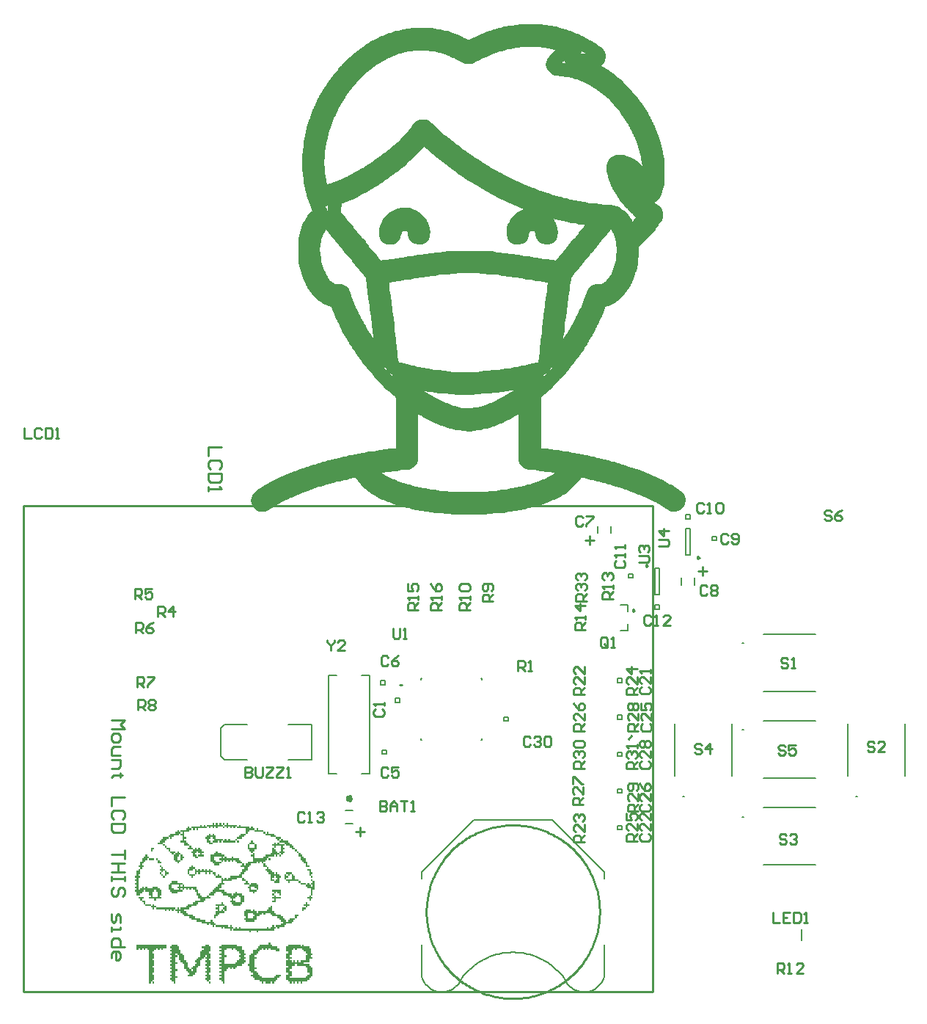
<source format=gto>
G04*
G04 #@! TF.GenerationSoftware,Altium Limited,Altium Designer,20.1.11 (218)*
G04*
G04 Layer_Color=65535*
%FSLAX44Y44*%
%MOMM*%
G71*
G04*
G04 #@! TF.SameCoordinates,F64D855A-75B5-494C-AA47-8135A0461B61*
G04*
G04*
G04 #@! TF.FilePolarity,Positive*
G04*
G01*
G75*
%ADD10C,0.2400*%
%ADD11C,0.2500*%
%ADD12C,0.2000*%
%ADD13C,0.1270*%
%ADD14C,0.2540*%
%ADD15C,1.5000*%
%ADD16C,0.4000*%
%ADD17C,0.2032*%
G36*
X358394Y213360D02*
X368554D01*
Y211328D01*
X370586D01*
Y213360D01*
X372618D01*
Y211328D01*
X382778D01*
Y209296D01*
X384810D01*
Y211328D01*
X386842D01*
Y209296D01*
X388874D01*
Y207264D01*
X390906D01*
Y209296D01*
X392938D01*
Y207264D01*
X399034D01*
Y205232D01*
X401066D01*
Y203200D01*
X403098D01*
Y205232D01*
X405130D01*
Y203200D01*
X411226D01*
Y201168D01*
X413258D01*
Y199136D01*
X419354D01*
Y197104D01*
X421386D01*
Y195072D01*
X427482D01*
Y193040D01*
X429514D01*
Y191008D01*
X431546D01*
Y188976D01*
X433578D01*
Y186944D01*
X435610D01*
Y184912D01*
X437642D01*
Y182880D01*
X439674D01*
Y180848D01*
X441706D01*
Y178816D01*
X443738D01*
Y176784D01*
X445770D01*
Y174752D01*
X447802D01*
Y172720D01*
Y170688D01*
X449834D01*
Y168656D01*
Y166624D01*
X451866D01*
Y164592D01*
X447802D01*
Y166624D01*
Y168656D01*
X445770D01*
Y170688D01*
X443738D01*
Y172720D01*
X441706D01*
Y174752D01*
Y176784D01*
X439674D01*
Y178816D01*
Y180848D01*
X437642D01*
Y182880D01*
X435610D01*
Y184912D01*
X431546D01*
Y186944D01*
X429514D01*
Y188976D01*
X425450D01*
Y191008D01*
X423418D01*
Y193040D01*
X417322D01*
Y195072D01*
X415290D01*
Y197104D01*
X413258D01*
Y199136D01*
X407162D01*
Y201168D01*
X401066D01*
Y203200D01*
X399034D01*
Y205232D01*
X388874D01*
Y207264D01*
X382778D01*
Y205232D01*
X380746D01*
Y203200D01*
X378714D01*
Y205232D01*
Y207264D01*
Y209296D01*
X368554D01*
Y211328D01*
X366522D01*
Y209296D01*
X364490D01*
Y211328D01*
X362458D01*
Y209296D01*
X360426D01*
Y211328D01*
X358394D01*
Y209296D01*
X356362D01*
Y211328D01*
X354330D01*
Y213360D01*
X352298D01*
Y215392D01*
X354330D01*
Y213360D01*
X356362D01*
Y215392D01*
X358394D01*
Y213360D01*
D02*
G37*
G36*
X350266D02*
X352298D01*
Y211328D01*
X354330D01*
Y209296D01*
X352298D01*
Y211328D01*
X346202D01*
Y209296D01*
X344170D01*
Y211328D01*
X342138D01*
Y209296D01*
X340106D01*
Y211328D01*
X338074D01*
Y209296D01*
X336042D01*
Y211328D01*
X334010D01*
Y213360D01*
X340106D01*
Y215392D01*
X342138D01*
Y213360D01*
X344170D01*
Y215392D01*
X346202D01*
Y213360D01*
X348234D01*
Y215392D01*
X350266D01*
Y213360D01*
D02*
G37*
G36*
X331978Y211328D02*
X334010D01*
Y209296D01*
X323850D01*
Y207264D01*
X321818D01*
Y209296D01*
X319786D01*
Y207264D01*
X317754D01*
Y209296D01*
X315722D01*
Y211328D01*
X325882D01*
Y213360D01*
X327914D01*
Y211328D01*
X329946D01*
Y213360D01*
X331978D01*
Y211328D01*
D02*
G37*
G36*
X313690Y209296D02*
X315722D01*
Y207264D01*
X313690D01*
Y205232D01*
X307594D01*
Y203200D01*
Y201168D01*
Y199136D01*
X309626D01*
Y197104D01*
X307594D01*
Y195072D01*
X309626D01*
Y193040D01*
X311658D01*
Y191008D01*
X313690D01*
Y188976D01*
X315722D01*
Y186944D01*
X317754D01*
Y184912D01*
X319786D01*
Y186944D01*
X321818D01*
Y184912D01*
X323850D01*
Y186944D01*
X325882D01*
Y184912D01*
X327914D01*
Y182880D01*
X329946D01*
Y180848D01*
X327914D01*
Y178816D01*
X329946D01*
Y176784D01*
X323850D01*
Y178816D01*
X325882D01*
Y180848D01*
X323850D01*
Y182880D01*
X321818D01*
Y180848D01*
X319786D01*
Y178816D01*
X321818D01*
Y176784D01*
X323850D01*
Y174752D01*
X319786D01*
Y176784D01*
X317754D01*
Y178816D01*
Y180848D01*
X315722D01*
Y182880D01*
X317754D01*
Y184912D01*
X311658D01*
Y186944D01*
X313690D01*
Y188976D01*
X307594D01*
Y191008D01*
Y193040D01*
X303530D01*
Y195072D01*
X305562D01*
Y197104D01*
Y199136D01*
Y201168D01*
X303530D01*
Y203200D01*
X301498D01*
Y201168D01*
X295402D01*
Y199136D01*
X293370D01*
Y197104D01*
X291338D01*
Y199136D01*
X289306D01*
Y201168D01*
X291338D01*
Y203200D01*
X297434D01*
Y205232D01*
X299466D01*
Y207264D01*
X301498D01*
Y205232D01*
X303530D01*
Y203200D01*
X305562D01*
Y205232D01*
X303530D01*
Y207264D01*
X309626D01*
Y209296D01*
X311658D01*
Y211328D01*
X313690D01*
Y209296D01*
D02*
G37*
G36*
X342138Y201168D02*
X344170D01*
Y199136D01*
Y197104D01*
X352298D01*
Y195072D01*
X354330D01*
Y197104D01*
X356362D01*
Y195072D01*
X358394D01*
Y197104D01*
X360426D01*
Y195072D01*
X366522D01*
Y193040D01*
X352298D01*
Y195072D01*
X350266D01*
Y193040D01*
X348234D01*
Y195072D01*
X346202D01*
Y193040D01*
X340106D01*
Y195072D01*
X342138D01*
Y197104D01*
X340106D01*
Y199136D01*
X338074D01*
Y197104D01*
X336042D01*
Y195072D01*
X338074D01*
Y193040D01*
X340106D01*
Y191008D01*
X336042D01*
Y193040D01*
X334010D01*
Y195072D01*
Y197104D01*
X331978D01*
Y199136D01*
X334010D01*
Y201168D01*
X336042D01*
Y203200D01*
X338074D01*
Y201168D01*
X340106D01*
Y203200D01*
X342138D01*
Y201168D01*
D02*
G37*
G36*
X378714D02*
X376682D01*
Y199136D01*
X374650D01*
Y197104D01*
X368554D01*
Y199136D01*
X370586D01*
Y201168D01*
X372618D01*
Y203200D01*
X378714D01*
Y201168D01*
D02*
G37*
G36*
X368554Y195072D02*
X370586D01*
Y193040D01*
X368554D01*
Y195072D01*
X366522D01*
Y197104D01*
X368554D01*
Y195072D01*
D02*
G37*
G36*
X417322Y191008D02*
X423418D01*
Y188976D01*
X421386D01*
Y186944D01*
X423418D01*
Y184912D01*
X421386D01*
Y182880D01*
X423418D01*
Y180848D01*
X421386D01*
Y178816D01*
X419354D01*
Y180848D01*
X417322D01*
Y182880D01*
X419354D01*
Y184912D01*
Y186944D01*
Y188976D01*
X413258D01*
Y186944D01*
X411226D01*
Y188976D01*
X409194D01*
Y191008D01*
X411226D01*
Y193040D01*
X413258D01*
Y191008D01*
X415290D01*
Y193040D01*
X417322D01*
Y191008D01*
D02*
G37*
G36*
X386842Y193040D02*
X388874D01*
Y191008D01*
X390906D01*
Y188976D01*
Y186944D01*
Y184912D01*
X388874D01*
Y182880D01*
X386842D01*
Y180848D01*
X388874D01*
Y178816D01*
Y176784D01*
Y174752D01*
X399034D01*
Y176784D01*
X401066D01*
Y178816D01*
X407162D01*
Y180848D01*
X409194D01*
Y182880D01*
Y184912D01*
Y186944D01*
X411226D01*
Y184912D01*
X413258D01*
Y182880D01*
X415290D01*
Y180848D01*
X417322D01*
Y178816D01*
X419354D01*
Y176784D01*
X417322D01*
Y178816D01*
X415290D01*
Y176784D01*
X413258D01*
Y178816D01*
X411226D01*
Y176784D01*
X405130D01*
Y174752D01*
X407162D01*
Y172720D01*
X405130D01*
Y174752D01*
X403098D01*
Y172720D01*
X401066D01*
Y170688D01*
X399034D01*
Y168656D01*
X401066D01*
Y166624D01*
X403098D01*
Y164592D01*
X405130D01*
Y162560D01*
X407162D01*
Y160528D01*
X409194D01*
Y158496D01*
X411226D01*
Y156464D01*
X413258D01*
Y158496D01*
X415290D01*
Y156464D01*
X417322D01*
Y154432D01*
X419354D01*
Y152400D01*
X417322D01*
Y150368D01*
Y148336D01*
Y146304D01*
X411226D01*
Y148336D01*
X407162D01*
Y150368D01*
Y152400D01*
Y154432D01*
Y156464D01*
X405130D01*
Y158496D01*
X403098D01*
Y160528D01*
X401066D01*
Y162560D01*
X403098D01*
Y164592D01*
X399034D01*
Y166624D01*
Y168656D01*
X397002D01*
Y170688D01*
X394970D01*
Y168656D01*
X392938D01*
Y170688D01*
X390906D01*
Y168656D01*
X384810D01*
Y166624D01*
X382778D01*
Y164592D01*
X380746D01*
Y162560D01*
Y160528D01*
X378714D01*
Y158496D01*
X376682D01*
Y156464D01*
X374650D01*
Y154432D01*
Y152400D01*
X376682D01*
Y150368D01*
X378714D01*
Y148336D01*
X380746D01*
Y146304D01*
X382778D01*
Y144272D01*
X384810D01*
Y146304D01*
X390906D01*
Y144272D01*
X392938D01*
Y142240D01*
Y140208D01*
Y138176D01*
X390906D01*
Y140208D01*
X388874D01*
Y142240D01*
X384810D01*
Y140208D01*
Y138176D01*
X390906D01*
Y136144D01*
X388874D01*
Y134112D01*
X386842D01*
Y136144D01*
X382778D01*
Y138176D01*
Y140208D01*
X380746D01*
Y142240D01*
X382778D01*
Y144272D01*
X376682D01*
Y146304D01*
X378714D01*
Y148336D01*
X374650D01*
Y150368D01*
Y152400D01*
X368554D01*
Y150368D01*
X362458D01*
Y148336D01*
X352298D01*
Y146304D01*
X354330D01*
Y144272D01*
X350266D01*
Y142240D01*
Y140208D01*
X348234D01*
Y138176D01*
X354330D01*
Y136144D01*
X356362D01*
Y134112D01*
X362458D01*
Y132080D01*
X364490D01*
Y134112D01*
X366522D01*
Y136144D01*
X368554D01*
Y134112D01*
X374650D01*
Y132080D01*
X376682D01*
Y130048D01*
Y128016D01*
Y125984D01*
Y123952D01*
X374650D01*
Y121920D01*
X372618D01*
Y119888D01*
X364490D01*
Y121920D01*
X362458D01*
Y123952D01*
X360426D01*
Y125984D01*
X362458D01*
Y128016D01*
X360426D01*
Y130048D01*
X358394D01*
Y132080D01*
X352298D01*
Y134112D01*
X350266D01*
Y136144D01*
X344170D01*
Y134112D01*
X342138D01*
Y132080D01*
X336042D01*
Y134112D01*
X338074D01*
Y136144D01*
X340106D01*
Y138176D01*
X342138D01*
Y140208D01*
X344170D01*
Y142240D01*
X346202D01*
Y144272D01*
X348234D01*
Y146304D01*
X350266D01*
Y148336D01*
Y150368D01*
Y152400D01*
X344170D01*
Y154432D01*
X342138D01*
Y156464D01*
X340106D01*
Y158496D01*
X338074D01*
Y156464D01*
X336042D01*
Y158496D01*
X334010D01*
Y156464D01*
X331978D01*
Y158496D01*
X325882D01*
Y156464D01*
X323850D01*
Y158496D01*
X321818D01*
Y156464D01*
X319786D01*
Y158496D01*
Y160528D01*
Y162560D01*
X317754D01*
Y160528D01*
X313690D01*
Y158496D01*
Y156464D01*
X319786D01*
Y154432D01*
X317754D01*
Y152400D01*
X315722D01*
Y154432D01*
X313690D01*
Y156464D01*
X311658D01*
Y158496D01*
Y160528D01*
Y162560D01*
X313690D01*
Y164592D01*
X315722D01*
Y166624D01*
X317754D01*
Y164592D01*
X319786D01*
Y162560D01*
X321818D01*
Y160528D01*
X323850D01*
Y162560D01*
X325882D01*
Y160528D01*
X327914D01*
Y162560D01*
X329946D01*
Y160528D01*
X331978D01*
Y162560D01*
X334010D01*
Y160528D01*
X336042D01*
Y162560D01*
X338074D01*
Y160528D01*
X340106D01*
Y158496D01*
X344170D01*
Y156464D01*
Y154432D01*
X346202D01*
Y156464D01*
X348234D01*
Y154432D01*
X350266D01*
Y152400D01*
X352298D01*
Y150368D01*
X354330D01*
Y152400D01*
X356362D01*
Y150368D01*
X358394D01*
Y152400D01*
X360426D01*
Y154432D01*
X370586D01*
Y156464D01*
X372618D01*
Y158496D01*
X374650D01*
Y160528D01*
Y162560D01*
X376682D01*
Y164592D01*
X372618D01*
Y166624D01*
X374650D01*
Y168656D01*
X368554D01*
Y170688D01*
X366522D01*
Y172720D01*
X364490D01*
Y170688D01*
X362458D01*
Y172720D01*
X360426D01*
Y170688D01*
X358394D01*
Y172720D01*
X356362D01*
Y170688D01*
X354330D01*
Y172720D01*
X352298D01*
Y170688D01*
X350266D01*
Y172720D01*
X348234D01*
Y174752D01*
X350266D01*
Y176784D01*
X342138D01*
Y174752D01*
Y172720D01*
X344170D01*
Y170688D01*
X350266D01*
Y168656D01*
X348234D01*
Y166624D01*
X342138D01*
Y168656D01*
X340106D01*
Y170688D01*
X338074D01*
Y172720D01*
Y174752D01*
Y176784D01*
Y178816D01*
X342138D01*
Y180848D01*
X344170D01*
Y182880D01*
X346202D01*
Y180848D01*
X350266D01*
Y178816D01*
X354330D01*
Y176784D01*
X356362D01*
Y174752D01*
X362458D01*
Y176784D01*
X364490D01*
Y174752D01*
X370586D01*
Y172720D01*
X372618D01*
Y170688D01*
X374650D01*
Y168656D01*
X376682D01*
Y166624D01*
X378714D01*
Y168656D01*
X380746D01*
Y170688D01*
X386842D01*
Y172720D01*
Y174752D01*
Y176784D01*
X384810D01*
Y178816D01*
X386842D01*
Y180848D01*
X384810D01*
Y182880D01*
X382778D01*
Y184912D01*
X380746D01*
Y186944D01*
Y188976D01*
Y191008D01*
X382778D01*
Y188976D01*
Y186944D01*
X388874D01*
Y188976D01*
Y191008D01*
X382778D01*
Y193040D01*
X384810D01*
Y195072D01*
X386842D01*
Y193040D01*
D02*
G37*
G36*
X273050Y184912D02*
X271018D01*
Y182880D01*
X268986D01*
Y184912D01*
Y186944D01*
X273050D01*
Y184912D01*
D02*
G37*
G36*
X289306Y197104D02*
X287274D01*
Y195072D01*
X285242D01*
Y193040D01*
X283210D01*
Y191008D01*
X285242D01*
Y188976D01*
X287274D01*
Y186944D01*
X291338D01*
Y184912D01*
Y182880D01*
X297434D01*
Y180848D01*
X299466D01*
Y182880D01*
X301498D01*
Y180848D01*
X303530D01*
Y178816D01*
X305562D01*
Y176784D01*
X307594D01*
Y174752D01*
X305562D01*
Y172720D01*
X303530D01*
Y174752D01*
Y176784D01*
Y178816D01*
X301498D01*
Y176784D01*
X299466D01*
Y174752D01*
Y172720D01*
X303530D01*
Y170688D01*
X301498D01*
Y168656D01*
X299466D01*
Y170688D01*
X297434D01*
Y172720D01*
X295402D01*
Y174752D01*
Y176784D01*
Y178816D01*
X293370D01*
Y180848D01*
X291338D01*
Y182880D01*
X289306D01*
Y184912D01*
X287274D01*
Y186944D01*
X285242D01*
Y188976D01*
X283210D01*
Y191008D01*
X277114D01*
Y193040D01*
X279146D01*
Y195072D01*
X281178D01*
Y197104D01*
X283210D01*
Y199136D01*
X289306D01*
Y197104D01*
D02*
G37*
G36*
X264922Y176784D02*
X266954D01*
Y174752D01*
X273050D01*
Y172720D01*
X266954D01*
Y174752D01*
X264922D01*
Y172720D01*
X262890D01*
Y170688D01*
X260858D01*
Y168656D01*
X258826D01*
Y166624D01*
X260858D01*
Y164592D01*
X258826D01*
Y162560D01*
X256794D01*
Y164592D01*
X254762D01*
Y166624D01*
X256794D01*
Y168656D01*
Y170688D01*
X258826D01*
Y172720D01*
Y174752D01*
X260858D01*
Y176784D01*
X262890D01*
Y178816D01*
X264922D01*
Y176784D01*
D02*
G37*
G36*
X277114Y172720D02*
X279146D01*
Y170688D01*
X281178D01*
Y168656D01*
X277114D01*
Y170688D01*
Y172720D01*
X275082D01*
Y174752D01*
X277114D01*
Y172720D01*
D02*
G37*
G36*
X281178Y164592D02*
X283210D01*
Y162560D01*
X285242D01*
Y160528D01*
X287274D01*
Y158496D01*
X289306D01*
Y156464D01*
X287274D01*
Y154432D01*
X285242D01*
Y156464D01*
Y158496D01*
Y160528D01*
X283210D01*
Y158496D01*
X281178D01*
Y160528D01*
X279146D01*
Y162560D01*
X281178D01*
Y164592D01*
X279146D01*
Y166624D01*
X281178D01*
Y164592D01*
D02*
G37*
G36*
X453898Y160528D02*
Y158496D01*
X455930D01*
Y156464D01*
X453898D01*
Y154432D01*
X455930D01*
Y152400D01*
X453898D01*
Y154432D01*
X451866D01*
Y156464D01*
Y158496D01*
Y160528D01*
X449834D01*
Y162560D01*
X453898D01*
Y160528D01*
D02*
G37*
G36*
X281178Y156464D02*
X283210D01*
Y154432D01*
X285242D01*
Y152400D01*
X283210D01*
Y154432D01*
X281178D01*
Y156464D01*
X279146D01*
Y158496D01*
X281178D01*
Y156464D01*
D02*
G37*
G36*
X431546D02*
X433578D01*
Y154432D01*
X435610D01*
Y152400D01*
Y150368D01*
X439674D01*
Y148336D01*
X441706D01*
Y146304D01*
X447802D01*
Y144272D01*
X449834D01*
Y146304D01*
X451866D01*
Y144272D01*
X453898D01*
Y142240D01*
X455930D01*
Y144272D01*
X453898D01*
Y146304D01*
X455930D01*
Y148336D01*
X453898D01*
Y150368D01*
X455930D01*
Y148336D01*
X457962D01*
Y146304D01*
Y144272D01*
Y142240D01*
Y140208D01*
Y138176D01*
X455930D01*
Y136144D01*
Y134112D01*
Y132080D01*
X453898D01*
Y134112D01*
Y136144D01*
Y138176D01*
Y140208D01*
X449834D01*
Y142240D01*
X447802D01*
Y144272D01*
X441706D01*
Y146304D01*
X439674D01*
Y148336D01*
X429514D01*
Y146304D01*
X427482D01*
Y148336D01*
X425450D01*
Y150368D01*
X423418D01*
Y152400D01*
Y154432D01*
Y156464D01*
X425450D01*
Y154432D01*
X427482D01*
Y152400D01*
X425450D01*
Y150368D01*
X431546D01*
Y152400D01*
Y154432D01*
Y156464D01*
X429514D01*
Y154432D01*
X427482D01*
Y156464D01*
X425450D01*
Y158496D01*
X431546D01*
Y156464D01*
D02*
G37*
G36*
X419354Y136144D02*
Y134112D01*
Y132080D01*
X417322D01*
Y134112D01*
X415290D01*
Y136144D01*
X413258D01*
Y134112D01*
X411226D01*
Y136144D01*
X409194D01*
Y138176D01*
X419354D01*
Y136144D01*
D02*
G37*
G36*
X453898Y130048D02*
X455930D01*
Y128016D01*
X453898D01*
Y125984D01*
X451866D01*
Y128016D01*
X449834D01*
Y130048D01*
X451866D01*
Y132080D01*
X453898D01*
Y130048D01*
D02*
G37*
G36*
X256794Y160528D02*
Y158496D01*
Y156464D01*
X254762D01*
Y154432D01*
X256794D01*
Y152400D01*
X254762D01*
Y150368D01*
Y148336D01*
Y146304D01*
Y144272D01*
Y142240D01*
Y140208D01*
Y138176D01*
X256794D01*
Y140208D01*
X258826D01*
Y142240D01*
X260858D01*
Y140208D01*
X262890D01*
Y142240D01*
X264922D01*
Y140208D01*
X271018D01*
Y142240D01*
X277114D01*
Y140208D01*
X279146D01*
Y138176D01*
X281178D01*
Y136144D01*
Y134112D01*
Y132080D01*
X279146D01*
Y130048D01*
X281178D01*
Y128016D01*
X275082D01*
Y125984D01*
X273050D01*
Y128016D01*
X266954D01*
Y130048D01*
X268986D01*
Y132080D01*
X266954D01*
Y134112D01*
Y136144D01*
X262890D01*
Y138176D01*
X260858D01*
Y136144D01*
X258826D01*
Y134112D01*
X256794D01*
Y132080D01*
X252730D01*
Y134112D01*
Y136144D01*
X250698D01*
Y138176D01*
X252730D01*
Y140208D01*
X250698D01*
Y142240D01*
X252730D01*
Y144272D01*
X250698D01*
Y146304D01*
X252730D01*
Y148336D01*
X250698D01*
Y150368D01*
X252730D01*
Y152400D01*
X250698D01*
Y154432D01*
X252730D01*
Y156464D01*
Y158496D01*
Y160528D01*
X254762D01*
Y162560D01*
X256794D01*
Y160528D01*
D02*
G37*
G36*
X411226Y132080D02*
X413258D01*
Y130048D01*
X419354D01*
Y128016D01*
X413258D01*
Y125984D01*
Y123952D01*
X409194D01*
Y125984D01*
X411226D01*
Y128016D01*
X409194D01*
Y130048D01*
X411226D01*
Y132080D01*
X409194D01*
Y134112D01*
X411226D01*
Y132080D01*
D02*
G37*
G36*
X449834Y121920D02*
X451866D01*
Y119888D01*
X449834D01*
Y117856D01*
X447802D01*
Y119888D01*
X445770D01*
Y121920D01*
X447802D01*
Y123952D01*
X449834D01*
Y121920D01*
D02*
G37*
G36*
X299466Y146304D02*
X305562D01*
Y144272D01*
X307594D01*
Y142240D01*
X321818D01*
Y140208D01*
Y138176D01*
X323850D01*
Y136144D01*
Y134112D01*
X325882D01*
Y132080D01*
X327914D01*
Y130048D01*
X334010D01*
Y132080D01*
X336042D01*
Y130048D01*
X338074D01*
Y128016D01*
X331978D01*
Y125984D01*
X329946D01*
Y123952D01*
X323850D01*
Y121920D01*
X321818D01*
Y119888D01*
X315722D01*
Y117856D01*
X313690D01*
Y115824D01*
X307594D01*
Y113792D01*
X309626D01*
Y111760D01*
X311658D01*
Y109728D01*
X317754D01*
Y107696D01*
X319786D01*
Y105664D01*
X325882D01*
Y103632D01*
X331978D01*
Y101600D01*
X338074D01*
Y103632D01*
X340106D01*
Y101600D01*
X342138D01*
Y99568D01*
X344170D01*
Y97536D01*
X358394D01*
Y95504D01*
X360426D01*
Y97536D01*
X362458D01*
Y95504D01*
X364490D01*
Y93472D01*
X366522D01*
Y95504D01*
X368554D01*
Y93472D01*
X370586D01*
Y95504D01*
X372618D01*
Y93472D01*
X403098D01*
Y95504D01*
X405130D01*
Y93472D01*
X407162D01*
Y95504D01*
X409194D01*
Y97536D01*
X411226D01*
Y95504D01*
X413258D01*
Y93472D01*
X411226D01*
Y91440D01*
X392938D01*
Y89408D01*
X390906D01*
Y91440D01*
X384810D01*
Y89408D01*
X382778D01*
Y91440D01*
X364490D01*
Y93472D01*
X362458D01*
Y91440D01*
X360426D01*
Y93472D01*
X354330D01*
Y95504D01*
X352298D01*
Y93472D01*
X350266D01*
Y95504D01*
X344170D01*
Y97536D01*
X342138D01*
Y95504D01*
X340106D01*
Y97536D01*
X338074D01*
Y99568D01*
X336042D01*
Y97536D01*
X334010D01*
Y99568D01*
X327914D01*
Y101600D01*
X321818D01*
Y103632D01*
X315722D01*
Y105664D01*
X313690D01*
Y107696D01*
X307594D01*
Y109728D01*
X305562D01*
Y111760D01*
X303530D01*
Y113792D01*
X301498D01*
Y111760D01*
X299466D01*
Y113792D01*
X297434D01*
Y115824D01*
X295402D01*
Y113792D01*
X293370D01*
Y115824D01*
X291338D01*
Y113792D01*
X289306D01*
Y115824D01*
X287274D01*
Y113792D01*
X285242D01*
Y115824D01*
X275082D01*
Y117856D01*
X273050D01*
Y115824D01*
X271018D01*
Y117856D01*
X268986D01*
Y119888D01*
X262890D01*
Y121920D01*
X260858D01*
Y123952D01*
X258826D01*
Y125984D01*
X256794D01*
Y128016D01*
X254762D01*
Y130048D01*
X260858D01*
Y128016D01*
X258826D01*
Y125984D01*
X262890D01*
Y123952D01*
Y121920D01*
X268986D01*
Y119888D01*
X271018D01*
Y121920D01*
X273050D01*
Y119888D01*
X275082D01*
Y117856D01*
X297434D01*
Y115824D01*
X299466D01*
Y117856D01*
X301498D01*
Y115824D01*
X303530D01*
Y117856D01*
X309626D01*
Y119888D01*
X311658D01*
Y121920D01*
X317754D01*
Y123952D01*
X319786D01*
Y125984D01*
X325882D01*
Y128016D01*
X323850D01*
Y130048D01*
Y132080D01*
X321818D01*
Y134112D01*
Y136144D01*
X319786D01*
Y138176D01*
X317754D01*
Y140208D01*
X315722D01*
Y138176D01*
X313690D01*
Y140208D01*
X311658D01*
Y138176D01*
X309626D01*
Y140208D01*
X307594D01*
Y138176D01*
X305562D01*
Y140208D01*
X303530D01*
Y138176D01*
X305562D01*
Y136144D01*
X299466D01*
Y134112D01*
X293370D01*
Y136144D01*
X291338D01*
Y138176D01*
X289306D01*
Y140208D01*
Y142240D01*
Y144272D01*
X291338D01*
Y146304D01*
X293370D01*
Y148336D01*
X299466D01*
Y146304D01*
D02*
G37*
G36*
X447802Y115824D02*
X445770D01*
Y113792D01*
X443738D01*
Y115824D01*
Y117856D01*
X447802D01*
Y115824D01*
D02*
G37*
G36*
X352298Y121920D02*
X354330D01*
Y119888D01*
X356362D01*
Y117856D01*
Y115824D01*
Y113792D01*
X354330D01*
Y115824D01*
X352298D01*
Y117856D01*
X354330D01*
Y119888D01*
X348234D01*
Y117856D01*
Y115824D01*
Y113792D01*
X350266D01*
Y115824D01*
X352298D01*
Y113792D01*
X354330D01*
Y111760D01*
X348234D01*
Y109728D01*
X346202D01*
Y107696D01*
X344170D01*
Y105664D01*
X342138D01*
Y107696D01*
Y109728D01*
X344170D01*
Y111760D01*
Y113792D01*
X346202D01*
Y115824D01*
X344170D01*
Y117856D01*
X346202D01*
Y119888D01*
X344170D01*
Y121920D01*
X350266D01*
Y123952D01*
X352298D01*
Y121920D01*
D02*
G37*
G36*
X409194Y117856D02*
Y115824D01*
Y113792D01*
X411226D01*
Y111760D01*
X413258D01*
Y109728D01*
X419354D01*
Y107696D01*
X421386D01*
Y105664D01*
X423418D01*
Y103632D01*
X425450D01*
Y101600D01*
X427482D01*
Y103632D01*
X429514D01*
Y105664D01*
X435610D01*
Y103632D01*
X433578D01*
Y101600D01*
X431546D01*
Y99568D01*
X425450D01*
Y97536D01*
X423418D01*
Y95504D01*
X417322D01*
Y93472D01*
X415290D01*
Y95504D01*
X413258D01*
Y97536D01*
X419354D01*
Y99568D01*
X421386D01*
Y101600D01*
X419354D01*
Y103632D01*
X417322D01*
Y105664D01*
X415290D01*
Y107696D01*
X409194D01*
Y109728D01*
X407162D01*
Y111760D01*
X401066D01*
Y109728D01*
X399034D01*
Y111760D01*
X397002D01*
Y109728D01*
X394970D01*
Y107696D01*
X390906D01*
Y105664D01*
Y103632D01*
X388874D01*
Y101600D01*
X378714D01*
Y103632D01*
X376682D01*
Y105664D01*
X378714D01*
Y107696D01*
X376682D01*
Y109728D01*
Y111760D01*
Y113792D01*
X378714D01*
Y115824D01*
X384810D01*
Y113792D01*
X386842D01*
Y115824D01*
X388874D01*
Y113792D01*
X390906D01*
Y111760D01*
X392938D01*
Y113792D01*
X403098D01*
Y115824D01*
X405130D01*
Y117856D01*
X407162D01*
Y119888D01*
X409194D01*
Y117856D01*
D02*
G37*
G36*
X439674Y107696D02*
X437642D01*
Y105664D01*
X435610D01*
Y107696D01*
Y109728D01*
X439674D01*
Y107696D01*
D02*
G37*
G36*
X445770Y73152D02*
X451866D01*
Y71120D01*
X453898D01*
Y69088D01*
Y67056D01*
Y65024D01*
X455930D01*
Y62992D01*
X453898D01*
Y60960D01*
X455930D01*
Y58928D01*
X451866D01*
Y56896D01*
Y54864D01*
X445770D01*
Y52832D01*
X451866D01*
Y50800D01*
X453898D01*
Y48768D01*
X455930D01*
Y46736D01*
Y44704D01*
Y42672D01*
Y40640D01*
Y38608D01*
X453898D01*
Y36576D01*
X451866D01*
Y34544D01*
X449834D01*
Y32512D01*
X443738D01*
Y30480D01*
X441706D01*
Y32512D01*
X439674D01*
Y30480D01*
X437642D01*
Y32512D01*
X435610D01*
Y30480D01*
X433578D01*
Y32512D01*
X431546D01*
Y30480D01*
X429514D01*
Y32512D01*
X427482D01*
Y34544D01*
X425450D01*
Y36576D01*
Y38608D01*
Y40640D01*
X427482D01*
Y42672D01*
X425450D01*
Y44704D01*
Y46736D01*
Y48768D01*
X427482D01*
Y50800D01*
X425450D01*
Y52832D01*
Y54864D01*
Y56896D01*
X427482D01*
Y58928D01*
X425450D01*
Y60960D01*
Y62992D01*
Y65024D01*
X427482D01*
Y67056D01*
X425450D01*
Y69088D01*
Y71120D01*
Y73152D01*
X427482D01*
Y75184D01*
X441706D01*
Y73152D01*
X443738D01*
Y75184D01*
X445770D01*
Y73152D01*
D02*
G37*
G36*
X287274D02*
Y71120D01*
X283210D01*
Y69088D01*
X281178D01*
Y71120D01*
X279146D01*
Y69088D01*
X277114D01*
Y71120D01*
X275082D01*
Y69088D01*
X273050D01*
Y67056D01*
X271018D01*
Y65024D01*
X273050D01*
Y62992D01*
Y60960D01*
Y58928D01*
X271018D01*
Y56896D01*
X273050D01*
Y54864D01*
Y52832D01*
Y50800D01*
X271018D01*
Y48768D01*
X273050D01*
Y46736D01*
Y44704D01*
Y42672D01*
X271018D01*
Y40640D01*
X273050D01*
Y38608D01*
Y36576D01*
Y34544D01*
X271018D01*
Y32512D01*
X273050D01*
Y30480D01*
X271018D01*
Y32512D01*
X268986D01*
Y30480D01*
X266954D01*
Y32512D01*
Y34544D01*
Y36576D01*
Y38608D01*
Y40640D01*
Y42672D01*
Y44704D01*
Y46736D01*
Y48768D01*
Y50800D01*
Y52832D01*
Y54864D01*
Y56896D01*
Y58928D01*
Y60960D01*
Y62992D01*
Y65024D01*
Y67056D01*
Y69088D01*
X264922D01*
Y71120D01*
X262890D01*
Y69088D01*
X260858D01*
Y71120D01*
X258826D01*
Y69088D01*
X256794D01*
Y71120D01*
X254762D01*
Y69088D01*
X252730D01*
Y71120D01*
Y73152D01*
Y75184D01*
X287274D01*
Y73152D01*
D02*
G37*
G36*
X407162Y75184D02*
X409194D01*
Y73152D01*
X415290D01*
Y71120D01*
X417322D01*
Y69088D01*
Y67056D01*
X413258D01*
Y69088D01*
X407162D01*
Y71120D01*
X405130D01*
Y69088D01*
X403098D01*
Y71120D01*
X401066D01*
Y69088D01*
X399034D01*
Y71120D01*
X397002D01*
Y69088D01*
X394970D01*
Y67056D01*
X392938D01*
Y65024D01*
X390906D01*
Y62992D01*
X388874D01*
Y60960D01*
X390906D01*
Y58928D01*
X388874D01*
Y56896D01*
Y54864D01*
Y52832D01*
Y50800D01*
Y48768D01*
X390906D01*
Y46736D01*
X388874D01*
Y44704D01*
X390906D01*
Y42672D01*
X392938D01*
Y40640D01*
X394970D01*
Y38608D01*
X397002D01*
Y36576D01*
X411226D01*
Y38608D01*
X413258D01*
Y40640D01*
X419354D01*
Y38608D01*
X417322D01*
Y36576D01*
X415290D01*
Y34544D01*
X413258D01*
Y32512D01*
X411226D01*
Y30480D01*
X409194D01*
Y32512D01*
X407162D01*
Y30480D01*
X401066D01*
Y32512D01*
X399034D01*
Y30480D01*
X397002D01*
Y32512D01*
X394970D01*
Y34544D01*
X388874D01*
Y36576D01*
X386842D01*
Y38608D01*
X384810D01*
Y40640D01*
X386842D01*
Y42672D01*
X384810D01*
Y44704D01*
X382778D01*
Y46736D01*
Y48768D01*
Y50800D01*
X380746D01*
Y52832D01*
X382778D01*
Y54864D01*
Y56896D01*
Y58928D01*
Y60960D01*
Y62992D01*
X384810D01*
Y65024D01*
X386842D01*
Y67056D01*
Y69088D01*
X390906D01*
Y71120D01*
X392938D01*
Y73152D01*
X394970D01*
Y75184D01*
X405130D01*
Y77216D01*
X407162D01*
Y75184D01*
D02*
G37*
G36*
X368554Y73152D02*
X374650D01*
Y71120D01*
Y69088D01*
X376682D01*
Y67056D01*
Y65024D01*
X378714D01*
Y62992D01*
X376682D01*
Y60960D01*
X378714D01*
Y58928D01*
X376682D01*
Y56896D01*
X378714D01*
Y54864D01*
X376682D01*
Y52832D01*
X374650D01*
Y50800D01*
X368554D01*
Y48768D01*
X366522D01*
Y46736D01*
X364490D01*
Y48768D01*
X362458D01*
Y46736D01*
X360426D01*
Y48768D01*
X358394D01*
Y46736D01*
X356362D01*
Y44704D01*
X354330D01*
Y42672D01*
Y40640D01*
Y38608D01*
Y36576D01*
Y34544D01*
Y32512D01*
Y30480D01*
X352298D01*
Y32512D01*
X350266D01*
Y34544D01*
X348234D01*
Y36576D01*
X350266D01*
Y38608D01*
X348234D01*
Y40640D01*
X350266D01*
Y42672D01*
X348234D01*
Y44704D01*
X350266D01*
Y46736D01*
X348234D01*
Y48768D01*
X350266D01*
Y50800D01*
X348234D01*
Y52832D01*
X350266D01*
Y54864D01*
X348234D01*
Y56896D01*
X350266D01*
Y58928D01*
X348234D01*
Y60960D01*
X350266D01*
Y62992D01*
X348234D01*
Y65024D01*
X350266D01*
Y67056D01*
X348234D01*
Y69088D01*
X350266D01*
Y71120D01*
X348234D01*
Y73152D01*
X350266D01*
Y75184D01*
X368554D01*
Y73152D01*
D02*
G37*
G36*
X336042D02*
X338074D01*
Y71120D01*
Y69088D01*
Y67056D01*
X336042D01*
Y65024D01*
X338074D01*
Y62992D01*
Y60960D01*
Y58928D01*
X336042D01*
Y56896D01*
X338074D01*
Y54864D01*
Y52832D01*
Y50800D01*
X336042D01*
Y48768D01*
X338074D01*
Y46736D01*
Y44704D01*
Y42672D01*
X336042D01*
Y40640D01*
X338074D01*
Y38608D01*
Y36576D01*
Y34544D01*
X336042D01*
Y32512D01*
X338074D01*
Y30480D01*
X336042D01*
Y32512D01*
X334010D01*
Y34544D01*
X331978D01*
Y36576D01*
X334010D01*
Y38608D01*
X331978D01*
Y40640D01*
X334010D01*
Y42672D01*
X331978D01*
Y44704D01*
X334010D01*
Y46736D01*
X331978D01*
Y48768D01*
X334010D01*
Y50800D01*
X331978D01*
Y52832D01*
X334010D01*
Y54864D01*
X331978D01*
Y56896D01*
X334010D01*
Y58928D01*
X331978D01*
Y60960D01*
X329946D01*
Y58928D01*
X327914D01*
Y56896D01*
X325882D01*
Y54864D01*
Y52832D01*
Y50800D01*
X323850D01*
Y48768D01*
X321818D01*
Y46736D01*
Y44704D01*
Y42672D01*
X319786D01*
Y40640D01*
X317754D01*
Y38608D01*
X311658D01*
Y40640D01*
X313690D01*
Y42672D01*
X311658D01*
Y44704D01*
X309626D01*
Y46736D01*
X307594D01*
Y48768D01*
Y50800D01*
Y52832D01*
X305562D01*
Y54864D01*
X303530D01*
Y56896D01*
X301498D01*
Y58928D01*
Y60960D01*
Y62992D01*
X299466D01*
Y65024D01*
X297434D01*
Y62992D01*
X299466D01*
Y60960D01*
X297434D01*
Y58928D01*
Y56896D01*
Y54864D01*
X299466D01*
Y52832D01*
X297434D01*
Y50800D01*
Y48768D01*
Y46736D01*
X299466D01*
Y44704D01*
X297434D01*
Y42672D01*
Y40640D01*
Y38608D01*
X299466D01*
Y36576D01*
X297434D01*
Y34544D01*
Y32512D01*
Y30480D01*
X295402D01*
Y32512D01*
X293370D01*
Y34544D01*
X291338D01*
Y36576D01*
X293370D01*
Y38608D01*
X291338D01*
Y40640D01*
X293370D01*
Y42672D01*
X291338D01*
Y44704D01*
X293370D01*
Y46736D01*
X291338D01*
Y48768D01*
X293370D01*
Y50800D01*
X291338D01*
Y52832D01*
X293370D01*
Y54864D01*
X291338D01*
Y56896D01*
X293370D01*
Y58928D01*
X291338D01*
Y60960D01*
X293370D01*
Y62992D01*
X291338D01*
Y65024D01*
X293370D01*
Y67056D01*
X291338D01*
Y69088D01*
X293370D01*
Y71120D01*
X291338D01*
Y73152D01*
X293370D01*
Y75184D01*
X299466D01*
Y73152D01*
X301498D01*
Y71120D01*
Y69088D01*
X303530D01*
Y67056D01*
Y65024D01*
X305562D01*
Y62992D01*
X307594D01*
Y60960D01*
Y58928D01*
Y56896D01*
X309626D01*
Y54864D01*
X311658D01*
Y52832D01*
Y50800D01*
Y48768D01*
X313690D01*
Y46736D01*
X315722D01*
Y44704D01*
X317754D01*
Y46736D01*
X315722D01*
Y48768D01*
X317754D01*
Y50800D01*
X319786D01*
Y52832D01*
X321818D01*
Y54864D01*
X319786D01*
Y56896D01*
X321818D01*
Y58928D01*
X323850D01*
Y60960D01*
X325882D01*
Y62992D01*
Y65024D01*
Y67056D01*
X327914D01*
Y69088D01*
X329946D01*
Y71120D01*
X327914D01*
Y73152D01*
X331978D01*
Y75184D01*
X336042D01*
Y73152D01*
D02*
G37*
%LPC*%
G36*
X419354Y197104D02*
X417322D01*
Y195072D01*
X419354D01*
Y197104D01*
D02*
G37*
G36*
X354330Y176784D02*
X352298D01*
Y174752D01*
X354330D01*
Y176784D01*
D02*
G37*
G36*
X413258Y154432D02*
X411226D01*
Y152400D01*
X409194D01*
Y150368D01*
X411226D01*
Y148336D01*
X413258D01*
Y150368D01*
X415290D01*
Y152400D01*
X413258D01*
Y154432D01*
D02*
G37*
G36*
X370586Y132080D02*
X368554D01*
Y130048D01*
X366522D01*
Y128016D01*
X364490D01*
Y125984D01*
X366522D01*
Y123952D01*
X372618D01*
Y125984D01*
Y128016D01*
Y130048D01*
X370586D01*
Y132080D01*
D02*
G37*
G36*
X297434Y180848D02*
X295402D01*
Y178816D01*
X297434D01*
Y180848D01*
D02*
G37*
G36*
X275082Y138176D02*
X273050D01*
Y136144D01*
X271018D01*
Y134112D01*
Y132080D01*
Y130048D01*
X277114D01*
Y132080D01*
Y134112D01*
Y136144D01*
X275082D01*
Y138176D01*
D02*
G37*
G36*
X305562Y144272D02*
X303530D01*
Y142240D01*
X305562D01*
Y144272D01*
D02*
G37*
G36*
X301498D02*
X293370D01*
Y142240D01*
Y140208D01*
X295402D01*
Y138176D01*
X301498D01*
Y140208D01*
X299466D01*
Y142240D01*
X301498D01*
Y144272D01*
D02*
G37*
G36*
X386842Y111760D02*
X380746D01*
Y109728D01*
Y107696D01*
Y105664D01*
X386842D01*
Y107696D01*
X388874D01*
Y109728D01*
X386842D01*
Y111760D01*
D02*
G37*
G36*
X443738Y71120D02*
X437642D01*
Y69088D01*
X435610D01*
Y71120D01*
X433578D01*
Y69088D01*
X431546D01*
Y67056D01*
Y65024D01*
Y62992D01*
X429514D01*
Y60960D01*
X431546D01*
Y58928D01*
X429514D01*
Y56896D01*
X431546D01*
Y54864D01*
X433578D01*
Y56896D01*
X435610D01*
Y54864D01*
X437642D01*
Y56896D01*
X439674D01*
Y54864D01*
X441706D01*
Y56896D01*
X447802D01*
Y58928D01*
Y60960D01*
Y62992D01*
X449834D01*
Y65024D01*
X447802D01*
Y67056D01*
X445770D01*
Y69088D01*
X443738D01*
Y71120D01*
D02*
G37*
G36*
X437642Y52832D02*
X435610D01*
Y50800D01*
X431546D01*
Y48768D01*
Y46736D01*
X429514D01*
Y44704D01*
X431546D01*
Y42672D01*
Y40640D01*
Y38608D01*
X429514D01*
Y36576D01*
X447802D01*
Y38608D01*
X449834D01*
Y40640D01*
X451866D01*
Y42672D01*
X449834D01*
Y44704D01*
Y46736D01*
Y48768D01*
X447802D01*
Y50800D01*
X437642D01*
Y52832D01*
D02*
G37*
G36*
X366522Y71120D02*
X364490D01*
Y69088D01*
X362458D01*
Y71120D01*
X356362D01*
Y69088D01*
X354330D01*
Y67056D01*
Y65024D01*
Y62992D01*
X356362D01*
Y60960D01*
X354330D01*
Y58928D01*
Y56896D01*
Y54864D01*
Y52832D01*
X366522D01*
Y54864D01*
X368554D01*
Y56896D01*
X370586D01*
Y58928D01*
X372618D01*
Y60960D01*
X370586D01*
Y62992D01*
X372618D01*
Y65024D01*
X370586D01*
Y67056D01*
X368554D01*
Y69088D01*
X366522D01*
Y71120D01*
D02*
G37*
G36*
X334010Y62992D02*
X331978D01*
Y60960D01*
X334010D01*
Y62992D01*
D02*
G37*
%LPD*%
D10*
X558421Y374684D02*
X556421D01*
X558421D01*
D11*
X902250Y521500D02*
X900375Y522583D01*
Y520418D01*
X902250Y521500D01*
X842690Y512280D02*
X840815Y513363D01*
Y511198D01*
X842690Y512280D01*
X827550Y460620D02*
X825675Y461703D01*
Y459538D01*
X827550Y460620D01*
D12*
X953460Y422770D02*
X951460D01*
X953460D01*
X884760Y246070D02*
X882760D01*
X884760D01*
X953460Y322770D02*
X951460D01*
X953460D01*
X1084760Y246070D02*
X1082760D01*
X1084760D01*
X953460Y222770D02*
X951460D01*
X953460D01*
D13*
X581463Y38226D02*
X582306Y35784D01*
X583403Y33446D01*
X584742Y31236D01*
X586307Y29182D01*
X588082Y27304D01*
X590046Y25626D01*
X592176Y24165D01*
X594450Y22938D01*
X596841Y21960D01*
X599322Y21240D01*
X601865Y20788D01*
X604442Y20608D01*
X607024Y20702D01*
X609581Y21069D01*
X612085Y21705D01*
X614507Y22603D01*
X616820Y23753D01*
X618998Y25142D01*
X621017Y26754D01*
X622853Y28571D01*
X624487Y30573D01*
X625899Y32736D01*
X627073Y35037D01*
X747070Y35030D02*
X745567Y37098D01*
X743993Y39113D01*
X742350Y41072D01*
X740639Y42972D01*
X738863Y44811D01*
X737024Y46587D01*
X735124Y48297D01*
X733166Y49941D01*
X731151Y51515D01*
X729082Y53018D01*
X726963Y54447D01*
X724795Y55802D01*
X722581Y57080D01*
X720323Y58281D01*
X718025Y59401D01*
X715690Y60441D01*
X713319Y61399D01*
X710917Y62274D01*
X708485Y63064D01*
X706028Y63768D01*
X703547Y64387D01*
X701046Y64918D01*
X698528Y65362D01*
X695996Y65718D01*
X693454Y65985D01*
X690903Y66164D01*
X688348Y66253D01*
X685792D01*
X683237Y66164D01*
X680686Y65985D01*
X678143Y65718D01*
X675612Y65362D01*
X673094Y64918D01*
X670593Y64387D01*
X668112Y63768D01*
X665655Y63064D01*
X663223Y62274D01*
X660821Y61399D01*
X658450Y60441D01*
X656115Y59401D01*
X653817Y58281D01*
X651559Y57080D01*
X649345Y55802D01*
X647177Y54447D01*
X645058Y53018D01*
X642989Y51515D01*
X640975Y49941D01*
X639016Y48297D01*
X637116Y46587D01*
X635277Y44811D01*
X633501Y42972D01*
X631790Y41072D01*
X630147Y39113D01*
X628573Y37098D01*
X627070Y35030D01*
X747067Y35037D02*
X748241Y32736D01*
X749653Y30573D01*
X751287Y28571D01*
X753123Y26754D01*
X755142Y25142D01*
X757320Y23754D01*
X759633Y22603D01*
X762055Y21705D01*
X764559Y21069D01*
X767116Y20702D01*
X769698Y20608D01*
X772275Y20788D01*
X774818Y21240D01*
X777299Y21960D01*
X779690Y22938D01*
X781964Y24165D01*
X784094Y25626D01*
X786058Y27304D01*
X787833Y29181D01*
X789398Y31236D01*
X790737Y33446D01*
X791834Y35784D01*
X792677Y38226D01*
X651450Y380710D02*
Y382210D01*
X649950D02*
X651450D01*
Y311210D02*
Y312710D01*
X649950Y311210D02*
X651450D01*
X580450Y382210D02*
X581950D01*
X580450Y380710D02*
Y382210D01*
Y311210D02*
X581950D01*
X580450D02*
Y312710D01*
X812800Y335214D02*
Y339786D01*
X807720Y335214D02*
X812800D01*
X807720Y339786D02*
X812800D01*
X807720Y335214D02*
Y339786D01*
X812800Y292714D02*
Y297286D01*
X807720D02*
X812800D01*
X807720Y292714D02*
Y297286D01*
Y292714D02*
X812800D01*
Y207714D02*
Y212286D01*
X807720D02*
X812800D01*
X807720Y207714D02*
Y212286D01*
Y207714D02*
X812800D01*
Y377714D02*
Y382286D01*
X807720D02*
X812800D01*
X807720Y377714D02*
Y382286D01*
Y377714D02*
X812800D01*
X820420Y498094D02*
Y502666D01*
X825500D01*
X820420Y498094D02*
X825500D01*
Y502666D01*
X855726Y462280D02*
Y467360D01*
X851154Y462280D02*
X855726D01*
X851154Y467360D02*
X855726D01*
X851154Y462280D02*
Y467360D01*
X891286Y566420D02*
Y571500D01*
X886714Y566420D02*
X891286D01*
X886714Y571500D02*
X891286D01*
X886714Y566420D02*
Y571500D01*
X922020Y541274D02*
Y545846D01*
X916940D02*
X922020D01*
X916940Y541274D02*
Y545846D01*
Y541274D02*
X922020D01*
X681990Y332994D02*
Y337566D01*
X676910Y332994D02*
X681990D01*
X676910Y337566D02*
X681990D01*
X676910Y332994D02*
Y337566D01*
X556260Y354584D02*
Y359156D01*
X551180Y354584D02*
X556260D01*
X551180Y359156D02*
X556260D01*
X551180Y354584D02*
Y359156D01*
X535940Y294894D02*
Y299466D01*
X541020D01*
X535940Y294894D02*
X541020D01*
Y299466D01*
X976460Y433070D02*
X1036460D01*
X976460Y367070D02*
X1036460D01*
X939460Y270070D02*
Y330070D01*
X873460Y270070D02*
Y330070D01*
X976460Y333070D02*
X1036460D01*
X976460Y267070D02*
X1036460D01*
X1139460Y270070D02*
Y330070D01*
X1073460Y270070D02*
Y330070D01*
X976460Y233070D02*
X1036460D01*
X976460Y167070D02*
X1036460D01*
X1020430Y80010D02*
Y92710D01*
X792620Y151130D02*
Y158830D01*
X732070Y218730D02*
X792620Y158830D01*
X642070Y218730D02*
X732070D01*
X581520Y158830D02*
X642070Y218730D01*
X581520Y151130D02*
Y158830D01*
Y38030D02*
Y74930D01*
X792620Y38030D02*
Y74930D01*
X807720Y250214D02*
Y254786D01*
X812800D01*
X807720Y250214D02*
X812800D01*
Y254786D01*
X511940Y385930D02*
X521840D01*
X511940Y271930D02*
X521840D01*
X473840D02*
Y385930D01*
Y271930D02*
X483740D01*
X473840Y385930D02*
X483740D01*
X521840Y271930D02*
Y385930D01*
X534670Y379476D02*
X539750D01*
X534670Y374904D02*
X539750D01*
X534670D02*
Y379476D01*
X539750Y374904D02*
Y379476D01*
D14*
X787070Y113030D02*
X787038Y115574D01*
X786941Y118115D01*
X786779Y120654D01*
X786553Y123188D01*
X786262Y125715D01*
X785908Y128234D01*
X785489Y130743D01*
X785006Y133240D01*
X784461Y135725D01*
X783852Y138195D01*
X783181Y140648D01*
X782447Y143084D01*
X781652Y145500D01*
X780795Y147895D01*
X779878Y150268D01*
X778901Y152616D01*
X777864Y154939D01*
X776769Y157235D01*
X775616Y159502D01*
X774405Y161740D01*
X773138Y163945D01*
X771815Y166118D01*
X770437Y168256D01*
X769006Y170359D01*
X767521Y172424D01*
X765984Y174451D01*
X764396Y176439D01*
X762758Y178385D01*
X761072Y180289D01*
X759337Y182149D01*
X757555Y183965D01*
X755728Y185735D01*
X753857Y187458D01*
X751942Y189132D01*
X749986Y190758D01*
X747988Y192333D01*
X745951Y193857D01*
X743876Y195328D01*
X741765Y196747D01*
X739618Y198111D01*
X737437Y199420D01*
X735223Y200673D01*
X732978Y201869D01*
X730704Y203008D01*
X728401Y204089D01*
X726072Y205111D01*
X723717Y206073D01*
X721339Y206975D01*
X718938Y207816D01*
X716517Y208596D01*
X714076Y209314D01*
X711619Y209970D01*
X709145Y210563D01*
X706657Y211093D01*
X704156Y211559D01*
X701645Y211962D01*
X699124Y212301D01*
X696595Y212575D01*
X694060Y212785D01*
X691520Y212931D01*
X688978Y213012D01*
X686434Y213028D01*
X683891Y212980D01*
X681350Y212866D01*
X678812Y212688D01*
X676280Y212446D01*
X673755Y212140D01*
X671238Y211769D01*
X668732Y211334D01*
X666237Y210836D01*
X663756Y210274D01*
X661291Y209650D01*
X658841Y208963D01*
X656410Y208214D01*
X653999Y207403D01*
X651610Y206532D01*
X649243Y205599D01*
X646900Y204607D01*
X644584Y203556D01*
X642295Y202446D01*
X640036Y201278D01*
X637806Y200053D01*
X635609Y198772D01*
X633445Y197436D01*
X631315Y196044D01*
X629221Y194599D01*
X627165Y193102D01*
X625148Y191552D01*
X623171Y189951D01*
X621235Y188301D01*
X619342Y186602D01*
X617492Y184856D01*
X615688Y183063D01*
X613930Y181225D01*
X612219Y179342D01*
X610556Y177417D01*
X608944Y175450D01*
X607381Y173443D01*
X605870Y171396D01*
X604412Y169312D01*
X603007Y167191D01*
X601657Y165036D01*
X600362Y162846D01*
X599123Y160625D01*
X597941Y158372D01*
X596816Y156091D01*
X595750Y153781D01*
X594743Y151445D01*
X593796Y149085D01*
X592909Y146700D01*
X592083Y144295D01*
X591319Y141868D01*
X590616Y139424D01*
X589976Y136962D01*
X589398Y134484D01*
X588884Y131993D01*
X588434Y129490D01*
X588047Y126975D01*
X587724Y124452D01*
X587466Y121922D01*
X587272Y119385D01*
X587143Y116845D01*
X587078Y114302D01*
X587078Y111758D01*
X587143Y109215D01*
X587272Y106675D01*
X587466Y104139D01*
X587724Y101608D01*
X588047Y99085D01*
X588434Y96571D01*
X588884Y94067D01*
X589398Y91576D01*
X589976Y89099D01*
X590616Y86637D01*
X591318Y84192D01*
X592083Y81766D01*
X592909Y79360D01*
X593796Y76976D01*
X594743Y74615D01*
X595750Y72279D01*
X596816Y69970D01*
X597940Y67688D01*
X599123Y65435D01*
X600362Y63214D01*
X601657Y61024D01*
X603007Y58869D01*
X604412Y56748D01*
X605870Y54664D01*
X607381Y52618D01*
X608943Y50610D01*
X610556Y48643D01*
X612219Y46718D01*
X613930Y44836D01*
X615688Y42997D01*
X617492Y41204D01*
X619342Y39458D01*
X621235Y37759D01*
X623171Y36109D01*
X625148Y34508D01*
X627165Y32959D01*
X629221Y31461D01*
X631315Y30016D01*
X633444Y28625D01*
X635608Y27288D01*
X637806Y26007D01*
X640035Y24782D01*
X642295Y23614D01*
X644584Y22504D01*
X646900Y21453D01*
X649242Y20461D01*
X651609Y19528D01*
X653999Y18657D01*
X656410Y17846D01*
X658841Y17097D01*
X661290Y16410D01*
X663756Y15786D01*
X666237Y15224D01*
X668732Y14726D01*
X671238Y14291D01*
X673755Y13921D01*
X676280Y13614D01*
X678812Y13372D01*
X681349Y13194D01*
X683891Y13081D01*
X686434Y13032D01*
X688978Y13048D01*
X691520Y13129D01*
X694060Y13275D01*
X696595Y13485D01*
X699123Y13759D01*
X701645Y14098D01*
X704156Y14500D01*
X706657Y14967D01*
X709145Y15497D01*
X711618Y16090D01*
X714076Y16746D01*
X716516Y17464D01*
X718938Y18244D01*
X721338Y19085D01*
X723717Y19987D01*
X726071Y20949D01*
X728401Y21971D01*
X730704Y23052D01*
X732978Y24190D01*
X735223Y25387D01*
X737437Y26640D01*
X739617Y27949D01*
X741765Y29313D01*
X743876Y30731D01*
X745951Y32203D01*
X747988Y33727D01*
X749985Y35302D01*
X751942Y36927D01*
X753857Y38602D01*
X755728Y40325D01*
X757555Y42095D01*
X759337Y43910D01*
X761071Y45771D01*
X762758Y47675D01*
X764396Y49621D01*
X765984Y51609D01*
X767521Y53636D01*
X769005Y55701D01*
X770437Y57804D01*
X771815Y59942D01*
X773138Y62115D01*
X774405Y64320D01*
X775615Y66557D01*
X776769Y68825D01*
X777864Y71121D01*
X778901Y73443D01*
X779878Y75792D01*
X780795Y78165D01*
X781652Y80560D01*
X782447Y82976D01*
X783180Y85412D01*
X783852Y87865D01*
X784461Y90335D01*
X785006Y92819D01*
X785489Y95317D01*
X785907Y97826D01*
X786262Y100345D01*
X786553Y102872D01*
X786779Y105406D01*
X786941Y107944D01*
X787038Y110486D01*
X787070Y113030D01*
X121610Y20990D02*
X848610D01*
Y580990D01*
X121610D02*
X848610D01*
X121610Y20990D02*
Y580990D01*
X775362Y536260D02*
Y546417D01*
X770283Y541338D02*
X780440D01*
X906118Y511490D02*
Y501333D01*
X911197Y506412D02*
X901040D01*
X515300Y205132D02*
X505143D01*
X510222Y200053D02*
Y210210D01*
X350514Y648969D02*
X335279D01*
Y638812D01*
X347975Y623577D02*
X350514Y626116D01*
Y631195D01*
X347975Y633734D01*
X337818D01*
X335279Y631195D01*
Y626116D01*
X337818Y623577D01*
X350514Y618499D02*
X335279D01*
Y610881D01*
X337818Y608342D01*
X347975D01*
X350514Y610881D01*
Y618499D01*
X335279Y603264D02*
Y598186D01*
Y600725D01*
X350514D01*
X347975Y603264D01*
X223519Y334009D02*
X238754D01*
X233676Y328931D01*
X238754Y323853D01*
X223519D01*
Y316235D02*
Y311157D01*
X226059Y308617D01*
X231137D01*
X233676Y311157D01*
Y316235D01*
X231137Y318774D01*
X226059D01*
X223519Y316235D01*
X233676Y303539D02*
X226059D01*
X223519Y301000D01*
Y293382D01*
X233676D01*
X223519Y288304D02*
X233676D01*
Y280687D01*
X231137Y278147D01*
X223519D01*
X236215Y270530D02*
X233676D01*
Y273069D01*
Y267991D01*
Y270530D01*
X226059D01*
X223519Y267991D01*
X238754Y245138D02*
X223519D01*
Y234981D01*
X236215Y219746D02*
X238754Y222285D01*
Y227364D01*
X236215Y229903D01*
X226059D01*
X223519Y227364D01*
Y222285D01*
X226059Y219746D01*
X238754Y214668D02*
X223519D01*
Y207050D01*
X226059Y204511D01*
X236215D01*
X238754Y207050D01*
Y214668D01*
Y184198D02*
Y174041D01*
Y179119D01*
X223519D01*
X238754Y168963D02*
X223519D01*
X231137D01*
Y158806D01*
X238754D01*
X223519D01*
X238754Y153728D02*
Y148649D01*
Y151188D01*
X223519D01*
Y153728D01*
Y148649D01*
X236215Y130875D02*
X238754Y133414D01*
Y138493D01*
X236215Y141032D01*
X233676D01*
X231137Y138493D01*
Y133414D01*
X228598Y130875D01*
X226059D01*
X223519Y133414D01*
Y138493D01*
X226059Y141032D01*
X223519Y110562D02*
Y102944D01*
X226059Y100405D01*
X228598Y102944D01*
Y108022D01*
X231137Y110562D01*
X233676Y108022D01*
Y100405D01*
X223519Y95326D02*
Y90248D01*
Y92787D01*
X233676D01*
Y95326D01*
X238754Y72474D02*
X223519D01*
Y80091D01*
X226059Y82631D01*
X231137D01*
X233676Y80091D01*
Y72474D01*
X223519Y59778D02*
Y64856D01*
X226059Y67396D01*
X231137D01*
X233676Y64856D01*
Y59778D01*
X231137Y57239D01*
X228598D01*
Y67396D01*
X548263Y440338D02*
Y430341D01*
X550262Y428342D01*
X554261D01*
X556260Y430341D01*
Y440338D01*
X560259Y428342D02*
X564257D01*
X562258D01*
Y440338D01*
X560259Y438339D01*
X446392Y226249D02*
X444393Y228248D01*
X440394D01*
X438395Y226249D01*
Y218251D01*
X440394Y216252D01*
X444393D01*
X446392Y218251D01*
X450391Y216252D02*
X454390D01*
X452390D01*
Y228248D01*
X450391Y226249D01*
X460388D02*
X462387Y228248D01*
X466386D01*
X468385Y226249D01*
Y224249D01*
X466386Y222250D01*
X464386D01*
X466386D01*
X468385Y220251D01*
Y218251D01*
X466386Y216252D01*
X462387D01*
X460388Y218251D01*
X911131Y487869D02*
X909131Y489868D01*
X905133D01*
X903133Y487869D01*
Y479871D01*
X905133Y477872D01*
X909131D01*
X911131Y479871D01*
X915129Y487869D02*
X917129Y489868D01*
X921127D01*
X923127Y487869D01*
Y485869D01*
X921127Y483870D01*
X923127Y481871D01*
Y479871D01*
X921127Y477872D01*
X917129D01*
X915129Y479871D01*
Y481871D01*
X917129Y483870D01*
X915129Y485869D01*
Y487869D01*
X917129Y483870D02*
X921127D01*
X767621Y567879D02*
X765621Y569878D01*
X761623D01*
X759623Y567879D01*
Y559881D01*
X761623Y557882D01*
X765621D01*
X767621Y559881D01*
X771619Y569878D02*
X779617D01*
Y567879D01*
X771619Y559881D01*
Y557882D01*
X707013Y313879D02*
X705013Y315878D01*
X701014D01*
X699015Y313879D01*
Y305881D01*
X701014Y303882D01*
X705013D01*
X707013Y305881D01*
X711011Y313879D02*
X713011Y315878D01*
X717009D01*
X719009Y313879D01*
Y311879D01*
X717009Y309880D01*
X715010D01*
X717009D01*
X719009Y307881D01*
Y305881D01*
X717009Y303882D01*
X713011D01*
X711011Y305881D01*
X723007Y313879D02*
X725007Y315878D01*
X729006D01*
X731005Y313879D01*
Y305881D01*
X729006Y303882D01*
X725007D01*
X723007Y305881D01*
Y313879D01*
X1054641Y574229D02*
X1052641Y576228D01*
X1048643D01*
X1046643Y574229D01*
Y572229D01*
X1048643Y570230D01*
X1052641D01*
X1054641Y568231D01*
Y566231D01*
X1052641Y564232D01*
X1048643D01*
X1046643Y566231D01*
X1066637Y576228D02*
X1062638Y574229D01*
X1058639Y570230D01*
Y566231D01*
X1060639Y564232D01*
X1064637D01*
X1066637Y566231D01*
Y568231D01*
X1064637Y570230D01*
X1058639D01*
X472694Y426270D02*
Y424271D01*
X476693Y420272D01*
X480691Y424271D01*
Y426270D01*
X476693Y420272D02*
Y414274D01*
X492687D02*
X484690D01*
X492687Y422271D01*
Y424271D01*
X490688Y426270D01*
X486689D01*
X484690Y424271D01*
X855062Y534833D02*
X865059D01*
X867058Y536833D01*
Y540831D01*
X865059Y542831D01*
X855062D01*
X867058Y552827D02*
X855062D01*
X861060Y546829D01*
Y554827D01*
X832202Y515783D02*
X842199D01*
X844198Y517783D01*
Y521781D01*
X842199Y523781D01*
X832202D01*
X834201Y527779D02*
X832202Y529779D01*
Y533777D01*
X834201Y535777D01*
X836201D01*
X838200Y533777D01*
Y531778D01*
Y533777D01*
X840199Y535777D01*
X842199D01*
X844198Y533777D01*
Y529779D01*
X842199Y527779D01*
X1001301Y303719D02*
X999301Y305718D01*
X995303D01*
X993303Y303719D01*
Y301719D01*
X995303Y299720D01*
X999301D01*
X1001301Y297721D01*
Y295721D01*
X999301Y293722D01*
X995303D01*
X993303Y295721D01*
X1013297Y305718D02*
X1005299D01*
Y299720D01*
X1009298Y301719D01*
X1011297D01*
X1013297Y299720D01*
Y295721D01*
X1011297Y293722D01*
X1007299D01*
X1005299Y295721D01*
X904781Y304989D02*
X902781Y306988D01*
X898783D01*
X896783Y304989D01*
Y302989D01*
X898783Y300990D01*
X902781D01*
X904781Y298991D01*
Y296991D01*
X902781Y294992D01*
X898783D01*
X896783Y296991D01*
X914777Y294992D02*
Y306988D01*
X908779Y300990D01*
X916777D01*
X1002571Y200849D02*
X1000571Y202848D01*
X996573D01*
X994573Y200849D01*
Y198849D01*
X996573Y196850D01*
X1000571D01*
X1002571Y194851D01*
Y192851D01*
X1000571Y190852D01*
X996573D01*
X994573Y192851D01*
X1006569Y200849D02*
X1008569Y202848D01*
X1012567D01*
X1014567Y200849D01*
Y198849D01*
X1012567Y196850D01*
X1010568D01*
X1012567D01*
X1014567Y194851D01*
Y192851D01*
X1012567Y190852D01*
X1008569D01*
X1006569Y192851D01*
X1104171Y307529D02*
X1102171Y309528D01*
X1098173D01*
X1096173Y307529D01*
Y305529D01*
X1098173Y303530D01*
X1102171D01*
X1104171Y301531D01*
Y299531D01*
X1102171Y297532D01*
X1098173D01*
X1096173Y299531D01*
X1116167Y297532D02*
X1108169D01*
X1116167Y305529D01*
Y307529D01*
X1114167Y309528D01*
X1110169D01*
X1108169Y307529D01*
X1004570Y404049D02*
X1002571Y406048D01*
X998572D01*
X996573Y404049D01*
Y402049D01*
X998572Y400050D01*
X1002571D01*
X1004570Y398051D01*
Y396051D01*
X1002571Y394052D01*
X998572D01*
X996573Y396051D01*
X1008569Y394052D02*
X1012567D01*
X1010568D01*
Y406048D01*
X1008569Y404049D01*
X771808Y471685D02*
X759812D01*
Y477683D01*
X761811Y479683D01*
X765810D01*
X767809Y477683D01*
Y471685D01*
Y475684D02*
X771808Y479683D01*
X761811Y483681D02*
X759812Y485681D01*
Y489679D01*
X761811Y491679D01*
X763811D01*
X765810Y489679D01*
Y487680D01*
Y489679D01*
X767809Y491679D01*
X769809D01*
X771808Y489679D01*
Y485681D01*
X769809Y483681D01*
X761811Y495677D02*
X759812Y497677D01*
Y501675D01*
X761811Y503675D01*
X763811D01*
X765810Y501675D01*
Y499676D01*
Y501675D01*
X767809Y503675D01*
X769809D01*
X771808Y501675D01*
Y497677D01*
X769809Y495677D01*
X830228Y278186D02*
X818232D01*
Y284184D01*
X820231Y286184D01*
X824230D01*
X826229Y284184D01*
Y278186D01*
Y282185D02*
X830228Y286184D01*
X820231Y290182D02*
X818232Y292182D01*
Y296180D01*
X820231Y298180D01*
X822231D01*
X824230Y296180D01*
Y294181D01*
Y296180D01*
X826229Y298180D01*
X828229D01*
X830228Y296180D01*
Y292182D01*
X828229Y290182D01*
X830228Y302178D02*
Y306177D01*
Y304178D01*
X818232D01*
X820231Y302178D01*
Y312175D02*
X824230Y316174D01*
X769268Y278645D02*
X757272D01*
Y284643D01*
X759271Y286643D01*
X763270D01*
X765269Y284643D01*
Y278645D01*
Y282644D02*
X769268Y286643D01*
X759271Y290641D02*
X757272Y292641D01*
Y296639D01*
X759271Y298639D01*
X761271D01*
X763270Y296639D01*
Y294640D01*
Y296639D01*
X765269Y298639D01*
X767269D01*
X769268Y296639D01*
Y292641D01*
X767269Y290641D01*
X759271Y302637D02*
X757272Y304637D01*
Y308636D01*
X759271Y310635D01*
X767269D01*
X769268Y308636D01*
Y304637D01*
X767269Y302637D01*
X759271D01*
X831498Y229115D02*
X819502D01*
Y235113D01*
X821501Y237113D01*
X825500D01*
X827499Y235113D01*
Y229115D01*
Y233114D02*
X831498Y237113D01*
Y249109D02*
Y241111D01*
X823501Y249109D01*
X821501D01*
X819502Y247109D01*
Y243111D01*
X821501Y241111D01*
X829499Y253107D02*
X831498Y255107D01*
Y259105D01*
X829499Y261105D01*
X821501D01*
X819502Y259105D01*
Y255107D01*
X821501Y253107D01*
X823501D01*
X825500Y255107D01*
Y261105D01*
X831498Y321825D02*
X819502D01*
Y327823D01*
X821501Y329823D01*
X825500D01*
X827499Y327823D01*
Y321825D01*
Y325824D02*
X831498Y329823D01*
Y341819D02*
Y333821D01*
X823501Y341819D01*
X821501D01*
X819502Y339819D01*
Y335821D01*
X821501Y333821D01*
Y345817D02*
X819502Y347817D01*
Y351815D01*
X821501Y353815D01*
X823501D01*
X825500Y351815D01*
X827499Y353815D01*
X829499D01*
X831498Y351815D01*
Y347817D01*
X829499Y345817D01*
X827499D01*
X825500Y347817D01*
X823501Y345817D01*
X821501D01*
X825500Y347817D02*
Y351815D01*
X767998Y236735D02*
X756002D01*
Y242733D01*
X758001Y244733D01*
X762000D01*
X763999Y242733D01*
Y236735D01*
Y240734D02*
X767998Y244733D01*
Y256729D02*
Y248731D01*
X760001Y256729D01*
X758001D01*
X756002Y254729D01*
Y250731D01*
X758001Y248731D01*
X756002Y260727D02*
Y268725D01*
X758001D01*
X765999Y260727D01*
X767998D01*
X769268Y321825D02*
X757272D01*
Y327823D01*
X759271Y329823D01*
X763270D01*
X765269Y327823D01*
Y321825D01*
Y325824D02*
X769268Y329823D01*
Y341819D02*
Y333821D01*
X761271Y341819D01*
X759271D01*
X757272Y339819D01*
Y335821D01*
X759271Y333821D01*
X757272Y353815D02*
X759271Y349816D01*
X763270Y345817D01*
X767269D01*
X769268Y347817D01*
Y351815D01*
X767269Y353815D01*
X765269D01*
X763270Y351815D01*
Y345817D01*
X830228Y194825D02*
X818232D01*
Y200823D01*
X820231Y202823D01*
X824230D01*
X826229Y200823D01*
Y194825D01*
Y198824D02*
X830228Y202823D01*
Y214819D02*
Y206821D01*
X822231Y214819D01*
X820231D01*
X818232Y212819D01*
Y208821D01*
X820231Y206821D01*
X818232Y226815D02*
Y218817D01*
X824230D01*
X822231Y222816D01*
Y224816D01*
X824230Y226815D01*
X828229D01*
X830228Y224816D01*
Y220817D01*
X828229Y218817D01*
X830228Y363735D02*
X818232D01*
Y369733D01*
X820231Y371733D01*
X824230D01*
X826229Y369733D01*
Y363735D01*
Y367734D02*
X830228Y371733D01*
Y383729D02*
Y375731D01*
X822231Y383729D01*
X820231D01*
X818232Y381729D01*
Y377731D01*
X820231Y375731D01*
X830228Y393726D02*
X818232D01*
X824230Y387727D01*
Y395725D01*
X769268Y193555D02*
X757272D01*
Y199553D01*
X759271Y201553D01*
X763270D01*
X765269Y199553D01*
Y193555D01*
Y197554D02*
X769268Y201553D01*
Y213549D02*
Y205551D01*
X761271Y213549D01*
X759271D01*
X757272Y211549D01*
Y207551D01*
X759271Y205551D01*
Y217547D02*
X757272Y219547D01*
Y223545D01*
X759271Y225545D01*
X761271D01*
X763270Y223545D01*
Y221546D01*
Y223545D01*
X765269Y225545D01*
X767269D01*
X769268Y223545D01*
Y219547D01*
X767269Y217547D01*
X769268Y363735D02*
X757272D01*
Y369733D01*
X759271Y371733D01*
X763270D01*
X765269Y369733D01*
Y363735D01*
Y367734D02*
X769268Y371733D01*
Y383729D02*
Y375731D01*
X761271Y383729D01*
X759271D01*
X757272Y381729D01*
Y377731D01*
X759271Y375731D01*
X769268Y395725D02*
Y387727D01*
X761271Y395725D01*
X759271D01*
X757272Y393726D01*
Y389727D01*
X759271Y387727D01*
X604168Y461255D02*
X592172D01*
Y467253D01*
X594171Y469252D01*
X598170D01*
X600169Y467253D01*
Y461255D01*
Y465254D02*
X604168Y469252D01*
Y473251D02*
Y477250D01*
Y475250D01*
X592172D01*
X594171Y473251D01*
X592172Y491245D02*
X594171Y487246D01*
X598170Y483248D01*
X602169D01*
X604168Y485247D01*
Y489246D01*
X602169Y491245D01*
X600169D01*
X598170Y489246D01*
Y483248D01*
X577498Y461255D02*
X565502D01*
Y467253D01*
X567501Y469252D01*
X571500D01*
X573499Y467253D01*
Y461255D01*
Y465254D02*
X577498Y469252D01*
Y473251D02*
Y477250D01*
Y475250D01*
X565502D01*
X567501Y473251D01*
X565502Y491245D02*
Y483248D01*
X571500D01*
X569501Y487246D01*
Y489246D01*
X571500Y491245D01*
X575499D01*
X577498Y489246D01*
Y485247D01*
X575499Y483248D01*
X770538Y438395D02*
X758542D01*
Y444393D01*
X760541Y446392D01*
X764540D01*
X766539Y444393D01*
Y438395D01*
Y442394D02*
X770538Y446392D01*
Y450391D02*
Y454390D01*
Y452390D01*
X758542D01*
X760541Y450391D01*
X770538Y466386D02*
X758542D01*
X764540Y460388D01*
Y468385D01*
X802288Y473955D02*
X790292D01*
Y479953D01*
X792291Y481952D01*
X796290D01*
X798289Y479953D01*
Y473955D01*
Y477954D02*
X802288Y481952D01*
Y485951D02*
Y489950D01*
Y487950D01*
X790292D01*
X792291Y485951D01*
Y495948D02*
X790292Y497947D01*
Y501946D01*
X792291Y503945D01*
X794291D01*
X796290Y501946D01*
Y499946D01*
Y501946D01*
X798289Y503945D01*
X800289D01*
X802288Y501946D01*
Y497947D01*
X800289Y495948D01*
X992115Y42262D02*
Y54258D01*
X998113D01*
X1000112Y52259D01*
Y48260D01*
X998113Y46261D01*
X992115D01*
X996114D02*
X1000112Y42262D01*
X1004111D02*
X1008110D01*
X1006110D01*
Y54258D01*
X1004111Y52259D01*
X1022105Y42262D02*
X1014108D01*
X1022105Y50259D01*
Y52259D01*
X1020106Y54258D01*
X1016107D01*
X1014108Y52259D01*
X637188Y461255D02*
X625192D01*
Y467253D01*
X627191Y469252D01*
X631190D01*
X633189Y467253D01*
Y461255D01*
Y465254D02*
X637188Y469252D01*
Y473251D02*
Y477250D01*
Y475250D01*
X625192D01*
X627191Y473251D01*
Y483248D02*
X625192Y485247D01*
Y489246D01*
X627191Y491245D01*
X635189D01*
X637188Y489246D01*
Y485247D01*
X635189Y483248D01*
X627191D01*
X663858Y471333D02*
X651862D01*
Y477331D01*
X653861Y479331D01*
X657860D01*
X659859Y477331D01*
Y471333D01*
Y475332D02*
X663858Y479331D01*
X661859Y483329D02*
X663858Y485329D01*
Y489327D01*
X661859Y491327D01*
X653861D01*
X651862Y489327D01*
Y485329D01*
X653861Y483329D01*
X655861D01*
X657860Y485329D01*
Y491327D01*
X254163Y345792D02*
Y357788D01*
X260161D01*
X262161Y355789D01*
Y351790D01*
X260161Y349791D01*
X254163D01*
X258162D02*
X262161Y345792D01*
X266159Y355789D02*
X268159Y357788D01*
X272157D01*
X274157Y355789D01*
Y353789D01*
X272157Y351790D01*
X274157Y349791D01*
Y347791D01*
X272157Y345792D01*
X268159D01*
X266159Y347791D01*
Y349791D01*
X268159Y351790D01*
X266159Y353789D01*
Y355789D01*
X268159Y351790D02*
X272157D01*
X252893Y372462D02*
Y384458D01*
X258891D01*
X260891Y382459D01*
Y378460D01*
X258891Y376461D01*
X252893D01*
X256892D02*
X260891Y372462D01*
X264889Y384458D02*
X272887D01*
Y382459D01*
X264889Y374461D01*
Y372462D01*
X251623Y434692D02*
Y446688D01*
X257621D01*
X259621Y444689D01*
Y440690D01*
X257621Y438691D01*
X251623D01*
X255622D02*
X259621Y434692D01*
X271617Y446688D02*
X267618Y444689D01*
X263619Y440690D01*
Y436691D01*
X265619Y434692D01*
X269617D01*
X271617Y436691D01*
Y438691D01*
X269617Y440690D01*
X263619D01*
X250353Y474062D02*
Y486058D01*
X256351D01*
X258351Y484059D01*
Y480060D01*
X256351Y478061D01*
X250353D01*
X254352D02*
X258351Y474062D01*
X270347Y486058D02*
X262349D01*
Y480060D01*
X266348Y482059D01*
X268347D01*
X270347Y480060D01*
Y476061D01*
X268347Y474062D01*
X264349D01*
X262349Y476061D01*
X277023Y453742D02*
Y465738D01*
X283021D01*
X285021Y463739D01*
Y459740D01*
X283021Y457741D01*
X277023D01*
X281022D02*
X285021Y453742D01*
X295017D02*
Y465738D01*
X289019Y459740D01*
X297017D01*
X692658Y390906D02*
Y402902D01*
X698656D01*
X700655Y400903D01*
Y396904D01*
X698656Y394905D01*
X692658D01*
X696657D02*
X700655Y390906D01*
X704654D02*
X708653D01*
X706654D01*
Y402902D01*
X704654Y400903D01*
X796290Y420181D02*
Y428179D01*
X794291Y430178D01*
X790292D01*
X788293Y428179D01*
Y420181D01*
X790292Y418182D01*
X794291D01*
X792291Y422181D02*
X796290Y418182D01*
X794291D02*
X796290Y420181D01*
X800289Y418182D02*
X804287D01*
X802288D01*
Y430178D01*
X800289Y428179D01*
X987116Y112678D02*
Y100682D01*
X995114D01*
X1007110Y112678D02*
X999113D01*
Y100682D01*
X1007110D01*
X999113Y106680D02*
X1003111D01*
X1011109Y112678D02*
Y100682D01*
X1017107D01*
X1019106Y102681D01*
Y110679D01*
X1017107Y112678D01*
X1011109D01*
X1023105Y100682D02*
X1027104D01*
X1025104D01*
Y112678D01*
X1023105Y110679D01*
X122936Y671126D02*
Y659130D01*
X130933D01*
X142929Y669127D02*
X140930Y671126D01*
X136931D01*
X134932Y669127D01*
Y661129D01*
X136931Y659130D01*
X140930D01*
X142929Y661129D01*
X146928Y671126D02*
Y659130D01*
X152926D01*
X154926Y661129D01*
Y669127D01*
X152926Y671126D01*
X146928D01*
X158924Y659130D02*
X162923D01*
X160924D01*
Y671126D01*
X158924Y669127D01*
X835471Y286643D02*
X833472Y284643D01*
Y280644D01*
X835471Y278645D01*
X843469D01*
X845468Y280644D01*
Y284643D01*
X843469Y286643D01*
X845468Y298639D02*
Y290641D01*
X837471Y298639D01*
X835471D01*
X833472Y296639D01*
Y292641D01*
X835471Y290641D01*
Y302637D02*
X833472Y304637D01*
Y308636D01*
X835471Y310635D01*
X837471D01*
X839470Y308636D01*
X841469Y310635D01*
X843469D01*
X845468Y308636D01*
Y304637D01*
X843469Y302637D01*
X841469D01*
X839470Y304637D01*
X837471Y302637D01*
X835471D01*
X839470Y304637D02*
Y308636D01*
X835471Y237113D02*
X833472Y235113D01*
Y231115D01*
X835471Y229115D01*
X843469D01*
X845468Y231115D01*
Y235113D01*
X843469Y237113D01*
X845468Y249109D02*
Y241111D01*
X837471Y249109D01*
X835471D01*
X833472Y247109D01*
Y243111D01*
X835471Y241111D01*
X833472Y261105D02*
X835471Y257106D01*
X839470Y253107D01*
X843469D01*
X845468Y255107D01*
Y259105D01*
X843469Y261105D01*
X841469D01*
X839470Y259105D01*
Y253107D01*
X836741Y329823D02*
X834742Y327823D01*
Y323825D01*
X836741Y321825D01*
X844739D01*
X846738Y323825D01*
Y327823D01*
X844739Y329823D01*
X846738Y341819D02*
Y333821D01*
X838741Y341819D01*
X836741D01*
X834742Y339819D01*
Y335821D01*
X836741Y333821D01*
X834742Y353815D02*
Y345817D01*
X840740D01*
X838741Y349816D01*
Y351815D01*
X840740Y353815D01*
X844739D01*
X846738Y351815D01*
Y347817D01*
X844739Y345817D01*
X835471Y202823D02*
X833472Y200823D01*
Y196824D01*
X835471Y194825D01*
X843469D01*
X845468Y196824D01*
Y200823D01*
X843469Y202823D01*
X845468Y214819D02*
Y206821D01*
X837471Y214819D01*
X835471D01*
X833472Y212819D01*
Y208821D01*
X835471Y206821D01*
X845468Y226815D02*
Y218817D01*
X837471Y226815D01*
X835471D01*
X833472Y224816D01*
Y220817D01*
X835471Y218817D01*
Y372462D02*
X833472Y370463D01*
Y366464D01*
X835471Y364464D01*
X843469D01*
X845468Y366464D01*
Y370463D01*
X843469Y372462D01*
X845468Y384458D02*
Y376461D01*
X837471Y384458D01*
X835471D01*
X833472Y382459D01*
Y378460D01*
X835471Y376461D01*
X845468Y388457D02*
Y392455D01*
Y390456D01*
X833472D01*
X835471Y388457D01*
X846442Y453579D02*
X844443Y455578D01*
X840444D01*
X838445Y453579D01*
Y445581D01*
X840444Y443582D01*
X844443D01*
X846442Y445581D01*
X850441Y443582D02*
X854440D01*
X852440D01*
Y455578D01*
X850441Y453579D01*
X868435Y443582D02*
X860438D01*
X868435Y451579D01*
Y453579D01*
X866436Y455578D01*
X862437D01*
X860438Y453579D01*
X806261Y518242D02*
X804262Y516242D01*
Y512244D01*
X806261Y510244D01*
X814259D01*
X816258Y512244D01*
Y516242D01*
X814259Y518242D01*
X816258Y522240D02*
Y526239D01*
Y524240D01*
X804262D01*
X806261Y522240D01*
X816258Y532237D02*
Y536236D01*
Y534236D01*
X804262D01*
X806261Y532237D01*
X907402Y583119D02*
X905403Y585118D01*
X901404D01*
X899405Y583119D01*
Y575121D01*
X901404Y573122D01*
X905403D01*
X907402Y575121D01*
X911401Y573122D02*
X915400D01*
X913400D01*
Y585118D01*
X911401Y583119D01*
X921398D02*
X923397Y585118D01*
X927396D01*
X929395Y583119D01*
Y575121D01*
X927396Y573122D01*
X923397D01*
X921398Y575121D01*
Y583119D01*
X935261Y547559D02*
X933261Y549558D01*
X929263D01*
X927263Y547559D01*
Y539561D01*
X929263Y537562D01*
X933261D01*
X935261Y539561D01*
X939259D02*
X941259Y537562D01*
X945257D01*
X947257Y539561D01*
Y547559D01*
X945257Y549558D01*
X941259D01*
X939259Y547559D01*
Y545559D01*
X941259Y543560D01*
X947257D01*
X542921Y406491D02*
X540922Y408490D01*
X536923D01*
X534924Y406491D01*
Y398493D01*
X536923Y396494D01*
X540922D01*
X542921Y398493D01*
X554917Y408490D02*
X550919Y406491D01*
X546920Y402492D01*
Y398493D01*
X548919Y396494D01*
X552918D01*
X554917Y398493D01*
Y400493D01*
X552918Y402492D01*
X546920D01*
X542831Y278319D02*
X540831Y280318D01*
X536833D01*
X534833Y278319D01*
Y270321D01*
X536833Y268322D01*
X540831D01*
X542831Y270321D01*
X554827Y280318D02*
X546829D01*
Y274320D01*
X550828Y276319D01*
X552827D01*
X554827Y274320D01*
Y270321D01*
X552827Y268322D01*
X548829D01*
X546829Y270321D01*
X528131Y346710D02*
X526132Y344711D01*
Y340712D01*
X528131Y338713D01*
X536129D01*
X538128Y340712D01*
Y344711D01*
X536129Y346710D01*
X538128Y350709D02*
Y354707D01*
Y352708D01*
X526132D01*
X528131Y350709D01*
X377868Y280318D02*
Y268322D01*
X383867D01*
X385866Y270321D01*
Y272321D01*
X383867Y274320D01*
X377868D01*
X383867D01*
X385866Y276319D01*
Y278319D01*
X383867Y280318D01*
X377868D01*
X389865D02*
Y270321D01*
X391864Y268322D01*
X395863D01*
X397862Y270321D01*
Y280318D01*
X401861D02*
X409858D01*
Y278319D01*
X401861Y270321D01*
Y268322D01*
X409858D01*
X413857Y280318D02*
X421854D01*
Y278319D01*
X413857Y270321D01*
Y268322D01*
X421854D01*
X425853D02*
X429852D01*
X427852D01*
Y280318D01*
X425853Y278319D01*
X533146Y241104D02*
Y229108D01*
X539144D01*
X541143Y231107D01*
Y233107D01*
X539144Y235106D01*
X533146D01*
X539144D01*
X541143Y237105D01*
Y239105D01*
X539144Y241104D01*
X533146D01*
X545142Y229108D02*
Y237105D01*
X549141Y241104D01*
X553139Y237105D01*
Y229108D01*
Y235106D01*
X545142D01*
X557138Y241104D02*
X565136D01*
X561137D01*
Y229108D01*
X569134D02*
X573133D01*
X571134D01*
Y241104D01*
X569134Y239105D01*
D15*
X654920Y856629D02*
X651180Y856935D01*
X669981Y866098D02*
X667342Y866201D01*
X826590Y899625D02*
X828119Y901120D01*
X825170Y898324D02*
X826589Y899625D01*
X823954Y897295D02*
X825170Y898324D01*
X822510Y896377D02*
X823954Y897295D01*
X822159Y896490D02*
X822510Y896377D01*
X821857Y896836D02*
X822159Y896490D01*
X821598Y897428D02*
X821857Y896836D01*
X821190Y899395D02*
X821598Y897428D01*
X821190Y899395D02*
X821031Y900346D01*
X821031D02*
X820839Y901174D01*
X820631Y901828D01*
X820228Y902412D01*
X820056Y902459D02*
X820228Y902412D01*
X819906Y902588D02*
X820056Y902459D01*
X819787Y902784D02*
X819906Y902588D01*
X819681Y903318D02*
X819787Y902784D01*
X819681Y903318D02*
X819654Y903603D01*
X819654D02*
X819577Y903851D01*
X819461Y904048D01*
X819143Y904223D01*
X818954Y904300D02*
X819143Y904223D01*
X818753Y904515D02*
X818954Y904300D01*
X818554Y904842D02*
X818753Y904515D01*
X818226Y905732D02*
X818554Y904842D01*
X818226Y905732D02*
X818077Y906207D01*
X817888Y906621D01*
X817888D02*
X817678Y906948D01*
Y906948D02*
X817256Y907241D01*
X817069Y907286D02*
X817256Y907241D01*
X816907Y907411D02*
X817069Y907286D01*
X816778Y907601D02*
X816907Y907411D01*
X816664Y908118D02*
X816778Y907601D01*
X816664Y908118D02*
X816590Y908469D01*
X816590Y908469D02*
X816386Y908914D01*
Y908914D02*
X815227Y910433D01*
X813903Y912115D02*
X815227Y910433D01*
X813386Y913145D02*
X813903Y912115D01*
X813386Y913145D02*
X813193Y913568D01*
X812536Y914340D01*
X811705Y914826D01*
X811229Y915027D02*
X811705Y914826D01*
X808992Y916667D02*
X811229Y915027D01*
X808992Y916667D02*
X807975Y917514D01*
X807474Y917826D01*
X806678Y918104D01*
X806161Y918221D02*
X806678Y918104D01*
X805970Y918352D02*
X806161Y918221D01*
X805800Y918708D02*
X805970Y918352D01*
X805800Y918708D02*
X805726Y918898D01*
Y918898D02*
X805518Y919063D01*
X805202Y919194D01*
X804342Y919311D01*
X803438Y919442D02*
X804342Y919311D01*
X803073Y919588D02*
X803438Y919442D01*
X802658Y919986D02*
X803073Y919588D01*
X802658Y919986D02*
X802228Y920236D01*
Y920236D02*
X801132Y920464D01*
X799400Y920665D01*
Y920665D02*
X796781Y920855D01*
X794159Y920977D01*
X789280Y921247D02*
X791550Y921099D01*
X787486Y921409D02*
X789280Y921247D01*
X785884Y921726D02*
X787486Y921409D01*
X785884Y921726D02*
X785475Y921884D01*
Y921884D02*
X784336Y922064D01*
X782602Y922251D01*
X780246Y922443D01*
X777887Y922589D01*
X775356Y922753D02*
X777887Y922589D01*
X773133Y922951D02*
X775356Y922753D01*
X771356Y923166D02*
X773133Y922951D01*
X769689Y923579D02*
X771356Y923166D01*
X769689Y923579D02*
X769474Y923756D01*
Y923756D02*
X768996Y923909D01*
X768309Y924031D01*
X768309Y924031D02*
X766521Y924139D01*
X765586Y924167D02*
X766521Y924139D01*
X764771Y924244D02*
X765586Y924167D01*
X764128Y924361D02*
X764771Y924244D01*
X763554Y924680D02*
X764128Y924361D01*
X763554Y924680D02*
X763306Y924872D01*
Y924872D02*
X762619Y925081D01*
X762619D02*
X761572Y925291D01*
X758726Y925648D01*
X757204Y925810D02*
X758725Y925648D01*
X755879Y926005D02*
X757204Y925810D01*
X754832Y926215D02*
X755879Y926005D01*
X753897Y926616D02*
X754832Y926215D01*
X753897Y926616D02*
X753758Y926786D01*
Y926786D02*
X753372Y926935D01*
Y926935D02*
X752783Y927052D01*
X752783D02*
X751181Y927157D01*
X750325Y927185D02*
X751181Y927157D01*
X749580Y927264D02*
X750325Y927185D01*
X748991Y927385D02*
X749580Y927264D01*
X748466Y927712D02*
X748991Y927385D01*
X748466Y927712D02*
X748265Y927909D01*
Y927909D02*
X747706Y928121D01*
X746856Y928333D01*
X746856Y928333D02*
X744543Y928688D01*
X743306Y928848D02*
X744543Y928688D01*
X742230Y929039D02*
X743306Y928848D01*
X741379Y929246D02*
X742230Y929039D01*
X740620Y929641D02*
X741379Y929246D01*
X740620Y929641D02*
X740527Y929809D01*
Y929809D02*
X740269Y929956D01*
X739877Y930071D01*
Y930071D02*
X738809Y930174D01*
X738239Y930204D02*
X738809Y930174D01*
X737742Y930285D02*
X738239Y930204D01*
X737349Y930410D02*
X737742Y930285D01*
X736999Y930748D02*
X737349Y930410D01*
X736999Y930748D02*
X736813Y930950D01*
Y930950D02*
X736298Y931165D01*
X736298D02*
X735512Y931379D01*
Y931379D02*
X733378Y931731D01*
X732236Y931887D02*
X733378Y931731D01*
X731243Y932075D02*
X732236Y931887D01*
X730457Y932277D02*
X731243Y932075D01*
X729756Y932666D02*
X730457Y932277D01*
X729756Y932666D02*
X729679Y932832D01*
X729679D02*
X729464Y932976D01*
X729137Y933090D01*
X729137Y933090D02*
X728248Y933192D01*
X727772Y933220D02*
X728248Y933192D01*
X727358Y933298D02*
X727772Y933220D01*
X727031Y933416D02*
X727358Y933298D01*
X726739Y933739D02*
X727031Y933416D01*
X726739Y933739D02*
X726584Y933932D01*
Y933932D02*
X726154Y934142D01*
X725500Y934350D01*
Y934350D02*
X723721Y934701D01*
X722770Y934860D02*
X723721Y934701D01*
X721942Y935051D02*
X722770Y934860D01*
X721288Y935260D02*
X721942Y935051D01*
X720704Y935663D02*
X721288Y935260D01*
X720704Y935663D02*
X720626Y935835D01*
X720411Y935985D01*
Y935985D02*
X720084Y936104D01*
Y936104D02*
X719195Y936210D01*
X718719Y936238D02*
X719195Y936210D01*
X718305Y936316D02*
X718719Y936238D01*
X717978Y936434D02*
X718305Y936316D01*
X717686Y936757D02*
X717978Y936434D01*
X717686Y936757D02*
X717531Y936950D01*
Y936950D02*
X717102Y937159D01*
X716447Y937368D01*
X716448D02*
X714668Y937719D01*
X713717Y937877D02*
X714668Y937718D01*
X712889Y938069D02*
X713717Y937877D01*
X712235Y938278D02*
X712889Y938069D01*
X711651Y938680D02*
X712235Y938278D01*
X711651Y938680D02*
X711604Y938853D01*
X711604D02*
X711475Y939003D01*
X711279Y939121D01*
X711279Y939121D02*
X710745Y939227D01*
X710460Y939255D02*
X710745Y939227D01*
X710212Y939331D02*
X710460Y939255D01*
X710015Y939447D02*
X710212Y939331D01*
X709840Y939762D02*
X710015Y939447D01*
X709840Y939762D02*
X709701Y939952D01*
X709701D02*
X709314Y940156D01*
X708726Y940361D01*
X707124Y940704D01*
X706268Y940862D02*
X707124Y940704D01*
X705523Y941054D02*
X706268Y940862D01*
X704934Y941265D02*
X705523Y941054D01*
X704408Y941678D02*
X704934Y941265D01*
X704408Y941678D02*
X704331Y941857D01*
X704331D02*
X704116Y942012D01*
X704116Y942012D02*
X703789Y942135D01*
X703789Y942135D02*
X702900Y942245D01*
X702424Y942275D02*
X702900Y942245D01*
X702010Y942360D02*
X702424Y942275D01*
X701683Y942490D02*
X702010Y942360D01*
X701391Y942841D02*
X701683Y942490D01*
X701391Y942841D02*
X701267Y943049D01*
X701267Y943049D02*
X700923Y943268D01*
X700923Y943268D02*
X700400Y943481D01*
X698977Y943824D01*
X698216Y943972D02*
X698977Y943824D01*
X697553Y944153D02*
X698216Y943972D01*
X697030Y944351D02*
X697553Y944153D01*
X696563Y944736D02*
X697030Y944351D01*
X696563Y944736D02*
X696516Y944902D01*
X696516D02*
X696387Y945046D01*
X696387D02*
X696191Y945161D01*
Y945161D02*
X695657Y945263D01*
X695372Y945292D02*
X695657Y945263D01*
X695124Y945374D02*
X695372Y945292D01*
X694927Y945499D02*
X695124Y945374D01*
X694752Y945839D02*
X694927Y945499D01*
X694752Y945839D02*
X694644Y946041D01*
X694343Y946255D01*
X693885Y946466D01*
Y946466D02*
X692640Y946811D01*
X691974Y946964D02*
X692640Y946811D01*
X691394Y947149D02*
X691974Y946964D01*
X690936Y947351D02*
X691394Y947149D01*
X690527Y947744D02*
X690936Y947351D01*
X690527Y947744D02*
X690450Y947913D01*
Y947913D02*
X690235Y948060D01*
X690235Y948060D02*
X689908Y948176D01*
X689908Y948176D02*
X689018Y948280D01*
X688543Y948308D02*
X689018Y948280D01*
X688129Y948388D02*
X688543Y948308D01*
X687802Y948508D02*
X688129Y948388D01*
X687510Y948836D02*
X687802Y948508D01*
X687510Y948836D02*
X687417Y949031D01*
X687417Y949031D02*
X687159Y949240D01*
X687159D02*
X686767Y949447D01*
X685699Y949789D01*
X685128Y949943D02*
X685699Y949789D01*
X684632Y950131D02*
X685128Y949943D01*
X684239Y950338D02*
X684632Y950131D01*
X683889Y950742D02*
X684239Y950338D01*
X683889Y950742D02*
X683827Y950917D01*
X683827Y950917D02*
X683655Y951070D01*
X683655D02*
X683393Y951190D01*
X683393D02*
X682682Y951298D01*
X682301Y951326D02*
X682682Y951298D01*
X681970Y951405D02*
X682301Y951326D01*
X681708Y951526D02*
X681970Y951405D01*
X681475Y951853D02*
X681708Y951526D01*
X681475Y951853D02*
X681382Y952049D01*
X681382D02*
X681124Y952258D01*
X680731Y952464D01*
Y952465D02*
X679664Y952806D01*
X679093Y952960D02*
X679664Y952806D01*
X678596Y953148D02*
X679093Y952960D01*
X678204Y953355D02*
X678596Y953148D01*
X677853Y953760D02*
X678204Y953355D01*
X677853Y953760D02*
X677792Y953935D01*
X677620Y954087D01*
X677620D02*
X677358Y954208D01*
X677358Y954208D02*
X676646Y954315D01*
X676266Y954343D02*
X676646Y954315D01*
X675935Y954419D02*
X676266Y954343D01*
X675673Y954536D02*
X675935Y954419D01*
X675439Y954853D02*
X675673Y954536D01*
X675439Y954853D02*
X675356Y955044D01*
X675125Y955250D01*
X675125D02*
X674773Y955455D01*
Y955455D02*
X673815Y955799D01*
X673252Y955987D02*
X673815Y955799D01*
X672091Y956606D02*
X673252Y955987D01*
X671180Y957372D02*
X672091Y956606D01*
X671180Y957372D02*
X670765Y957759D01*
X670765Y957759D02*
X668278Y958916D01*
X667682Y959060D02*
X668278Y958916D01*
X667163Y959232D02*
X667682Y959060D01*
X666753Y959418D02*
X667163Y959232D01*
X666386Y959774D02*
X666753Y959418D01*
X666386Y959774D02*
X666294Y959946D01*
Y959946D02*
X666036Y960135D01*
X666036D02*
X665643Y960325D01*
X665643D02*
X664576Y960652D01*
X664005Y960806D02*
X664576Y960652D01*
X663508Y960994D02*
X664005Y960806D01*
X663116Y961201D02*
X663508Y960994D01*
X662765Y961606D02*
X663116Y961201D01*
X662765Y961606D02*
X662707Y961781D01*
X662707D02*
X662544Y961933D01*
X662544Y961933D02*
X662296Y962054D01*
X662296D02*
X661623Y962161D01*
X660559Y962533D02*
X661623Y962161D01*
X660133Y963066D02*
X660559Y962533D01*
X660133Y963066D02*
X659961Y963352D01*
Y963352D02*
X658560Y963972D01*
X658173Y964003D02*
X658560Y963972D01*
X657837Y964089D02*
X658173Y964003D01*
X657571Y964219D02*
X657837Y964089D01*
X657334Y964575D02*
X657571Y964219D01*
X657334Y964575D02*
X657290Y964765D01*
X657171Y964931D01*
X656989Y965062D01*
X656493Y965179D01*
X656210Y965225D02*
X656493Y965179D01*
X655305Y966084D02*
X656210Y965225D01*
X655305Y966084D02*
X655133Y966369D01*
X655133D02*
X653731Y966989D01*
X653345Y967020D02*
X653731Y966989D01*
X653008Y967106D02*
X653345Y967020D01*
X652743Y967237D02*
X653008Y967106D01*
X652505Y967593D02*
X652743Y967237D01*
X652505Y967593D02*
X652459Y967783D01*
X652330Y967949D01*
X652330Y967949D02*
X652134Y968080D01*
X651600Y968196D01*
X651315Y968225D02*
X651600Y968196D01*
X651066Y968305D02*
X651315Y968225D01*
X650870Y968427D02*
X651066Y968305D01*
X650695Y968759D02*
X650870Y968427D01*
X650695Y968759D02*
X650625Y968959D01*
X650625D02*
X650432Y969174D01*
X650432D02*
X650137Y969389D01*
Y969389D02*
X649337Y969751D01*
X648863Y969939D02*
X649337Y969751D01*
X647870Y970521D02*
X648863Y969939D01*
X647074Y971214D02*
X647870Y970521D01*
X647074Y971214D02*
X646719Y971562D01*
X646719D02*
X645786Y972224D01*
Y972224D02*
X644810Y972677D01*
X644382Y972841D02*
X644810Y972677D01*
X644010Y973039D02*
X644382Y972841D01*
X643716Y973254D02*
X644010Y973039D01*
X643453Y973669D02*
X643715Y973254D01*
X643453Y973669D02*
X643406Y973846D01*
X643277Y974001D01*
X643277Y974001D02*
X643081Y974123D01*
X642547Y974232D01*
X642013Y974348D02*
X642547Y974232D01*
X641817Y974479D02*
X642013Y974348D01*
X641642Y974835D02*
X641817Y974479D01*
X641642Y974835D02*
X641597Y975025D01*
X641597Y975025D02*
X641472Y975191D01*
X641472Y975191D02*
X641282Y975322D01*
X640764Y975439D01*
X640414Y975512D02*
X640764Y975439D01*
X639968Y975717D02*
X640414Y975512D01*
X638450Y976875D02*
X639968Y975717D01*
X638450Y976875D02*
X636755Y978204D01*
X636755Y978204D02*
X635706Y978726D01*
X635295Y978886D02*
X635706Y978726D01*
X634936Y979080D02*
X635295Y978886D01*
X634653Y979292D02*
X634936Y979080D01*
X634400Y979704D02*
X634653Y979292D01*
X634400Y979704D02*
X634353Y979881D01*
X634353D02*
X634224Y980036D01*
Y980036D02*
X634028Y980158D01*
X634028Y980158D02*
X633494Y980267D01*
X633209Y980297D02*
X633494Y980267D01*
X632961Y980381D02*
X633209Y980297D01*
X632764Y980510D02*
X632961Y980381D01*
X632589Y980859D02*
X632764Y980510D01*
X632589Y980859D02*
X632518Y981063D01*
X632319Y981276D01*
X632319D02*
X632018Y981480D01*
X631196Y981800D01*
X630701Y981986D02*
X631196Y981800D01*
X628698Y983623D02*
X630701Y981986D01*
X628698Y983623D02*
X627836Y984491D01*
X627362Y984810D01*
Y984810D02*
X626510Y985095D01*
X626149Y985157D02*
X626510Y985095D01*
X625045Y986302D02*
X626149Y985157D01*
X625045Y986302D02*
X624292Y987275D01*
X623580Y987509D01*
X623181Y987586D02*
X623580Y987509D01*
X622723Y987801D02*
X623181Y987586D01*
X621365Y989018D02*
X622723Y987801D01*
X621365Y989018D02*
X620551Y989908D01*
X620551Y989908D02*
X620141Y990235D01*
Y990235D02*
X619475Y990527D01*
X619148Y990619D02*
X619475Y990527D01*
X618694Y990877D02*
X619148Y990619D01*
X618155Y991270D02*
X618694Y990877D01*
X616988Y992337D02*
X618155Y991270D01*
X616988Y992337D02*
X616421Y992908D01*
X615883Y993405D01*
Y993405D02*
X615414Y993797D01*
X614820Y994148D01*
X614577Y994256D02*
X614820Y994148D01*
X614165Y994557D02*
X614577Y994256D01*
X613626Y995015D02*
X614165Y994557D01*
X612331Y996260D02*
X613626Y995015D01*
X612332Y996260D02*
X611649Y996926D01*
X610987Y997506D01*
X610987D02*
X610390Y997964D01*
Y997964D02*
X609580Y998372D01*
X609271Y998465D02*
X609580Y998372D01*
X608833Y998723D02*
X609271Y998465D01*
X608306Y999116D02*
X608833Y998723D01*
X607150Y1000183D02*
X608306Y999116D01*
X607150Y1000183D02*
X606573Y1000754D01*
X606573D02*
X606008Y1001251D01*
Y1001251D02*
X605496Y1001643D01*
X604788Y1001994D01*
X604440Y1002148D02*
X604788Y1001994D01*
X603855Y1002578D02*
X604440Y1002148D01*
X603091Y1003232D02*
X603855Y1002578D01*
X601262Y1005011D02*
X603091Y1003232D01*
X601262Y1005011D02*
X600301Y1005962D01*
X600301D02*
X599371Y1006790D01*
X599371Y1006790D02*
X598537Y1007445D01*
X598537D02*
X597414Y1008029D01*
X597094Y1008089D02*
X597414Y1008029D01*
X596086Y1009205D02*
X597094Y1008089D01*
X596086Y1009205D02*
X595910Y1009594D01*
Y1009594D02*
X595315Y1010303D01*
Y1010303D02*
X594567Y1010745D01*
X594188Y1010918D02*
X594567Y1010745D01*
X593494Y1011508D02*
X594188Y1010918D01*
X593058Y1012254D02*
X593494Y1011508D01*
X593058Y1012254D02*
X592885Y1012633D01*
X592885Y1012633D02*
X592295Y1013326D01*
X591549Y1013762D01*
X590031Y1015302D02*
X591550Y1013762D01*
X590031Y1015302D02*
X589585Y1015995D01*
X589585D02*
X588491Y1016478D01*
X587803Y1016654D02*
X588491Y1016478D01*
X587551Y1016850D02*
X587803Y1016654D01*
X587325Y1017383D02*
X587551Y1016850D01*
X587325Y1017383D02*
X586420Y1018289D01*
X585886Y1018406D02*
X586420Y1018289D01*
X585690Y1018537D02*
X585886Y1018406D01*
X585514Y1018892D02*
X585690Y1018537D01*
X585514Y1018892D02*
X585371Y1019082D01*
X584973Y1019248D01*
X584367Y1019379D01*
X582718Y1019496D01*
Y1019496D02*
X581581Y1019455D01*
X580671Y1019321D01*
Y1019321D02*
X578796Y1018196D01*
X578796Y1018196D02*
X578131Y1017316D01*
X578131D02*
X577887Y1016906D01*
Y1016906D02*
X577668Y1016306D01*
X577611Y1016069D02*
X577668Y1016306D01*
X577452Y1015768D02*
X577611Y1016069D01*
X576548Y1014738D02*
X577452Y1015768D01*
X576548Y1014738D02*
X576173Y1014361D01*
X576173D02*
X575468Y1013394D01*
X574998Y1012404D01*
X574838Y1011976D02*
X574998Y1012404D01*
X574649Y1011604D02*
X574838Y1011976D01*
X574448Y1011309D02*
X574649Y1011604D01*
X574072Y1011047D02*
X574448Y1011309D01*
X574072Y1011047D02*
X573896Y1010971D01*
Y1010971D02*
X573708Y1010762D01*
Y1010762D02*
X573520Y1010444D01*
X573520Y1010444D02*
X573206Y1009578D01*
X572427Y1008241D02*
X573206Y1009578D01*
X571663Y1007737D02*
X572427Y1008241D01*
X571663Y1007736D02*
X571274Y1007560D01*
Y1007560D02*
X570566Y1006966D01*
X570566Y1006966D02*
X570125Y1006218D01*
X569951Y1005839D02*
X570125Y1006218D01*
X569361Y1005146D02*
X569951Y1005839D01*
X568616Y1004709D02*
X569361Y1005146D01*
X568616Y1004709D02*
X568236Y1004536D01*
X567543Y1003946D01*
Y1003946D02*
X567107Y1003201D01*
X566934Y1002821D02*
X567107Y1003201D01*
X566344Y1002128D02*
X566934Y1002821D01*
X565598Y1001692D02*
X566344Y1002128D01*
X565598Y1001692D02*
X564079Y1000152D01*
X563935Y999781D02*
X564079Y1000152D01*
X563756Y999459D02*
X563935Y999781D01*
X563559Y999204D02*
X563756Y999459D01*
X563172Y998976D02*
X563559Y999204D01*
X563172Y998976D02*
X562789Y998760D01*
X562789D02*
X562044Y998158D01*
X561018Y997242D01*
X558439Y994751D01*
X557068Y993420D02*
X558439Y994751D01*
X555785Y992261D02*
X557068Y993420D01*
X554675Y991345D02*
X555785Y992261D01*
X553321Y990527D02*
X554675Y991345D01*
X553321Y990527D02*
X553012Y990467D01*
X552707Y990299D01*
Y990299D02*
X552029Y989351D01*
X551852Y988961D02*
X552029Y989351D01*
X551258Y988253D02*
X551852Y988961D01*
X550510Y987811D02*
X551258Y988253D01*
X550510Y987811D02*
X548991Y986271D01*
X548246Y985323D02*
X548991Y986271D01*
X547536Y985095D02*
X548246Y985323D01*
X547536Y985095D02*
X547137Y985018D01*
X547137Y985018D02*
X546679Y984803D01*
X546679Y984803D02*
X545321Y983586D01*
X544511Y982697D02*
X545321Y983586D01*
X544106Y982370D02*
X544511Y982697D01*
X543454Y982077D02*
X544106Y982370D01*
X543454Y982077D02*
X543149Y982004D01*
X543148Y982004D02*
X542742Y981799D01*
Y981799D02*
X541283Y980641D01*
X539600Y979316D02*
X541283Y980641D01*
X538570Y978800D02*
X539600Y979316D01*
X538570Y978800D02*
X537388Y977990D01*
X536921Y977218D01*
X535362Y976042D02*
X536921Y977218D01*
X535362Y976042D02*
X534264Y975671D01*
Y975671D02*
X533830Y975137D01*
X533204Y974407D02*
X533830Y975137D01*
X532641Y974232D02*
X533204Y974407D01*
X532641Y974232D02*
X532146Y974123D01*
Y974123D02*
X531964Y974001D01*
Y974001D02*
X531801Y973669D01*
X531734Y973470D02*
X531801Y973669D01*
X531548Y973257D02*
X531734Y973470D01*
X531264Y973045D02*
X531548Y973257D01*
X530494Y972691D02*
X531264Y973045D01*
X530494Y972691D02*
X530009Y972487D01*
X527751Y970840D01*
X526777Y969993D02*
X527751Y970840D01*
X526323Y969681D02*
X526777Y969993D01*
X525658Y969403D02*
X526323Y969681D01*
X525658Y969403D02*
X525401Y969346D01*
X525401D02*
X525082Y969186D01*
X524026Y968283D01*
X523641Y967905D02*
X524026Y968283D01*
X522619Y967184D02*
X523641Y967905D01*
X521541Y966688D02*
X522619Y967184D01*
X521541Y966688D02*
X521015Y966481D01*
X519924Y965845D01*
X519057Y965094D01*
X518654Y964722D02*
X519057Y965094D01*
X516208Y963599D02*
X518654Y964722D01*
X516208Y963599D02*
X515037Y963171D01*
X514557Y962857D01*
X514557Y962857D02*
X513994Y962153D01*
X513783Y961780D02*
X513994Y962153D01*
X513407Y961431D02*
X513783Y961780D01*
X512893Y961122D02*
X513407Y961431D01*
X511562Y960688D02*
X512893Y961122D01*
X511562Y960688D02*
X510903Y960538D01*
Y960538D02*
X510329Y960358D01*
X509875Y960162D01*
Y960162D02*
X509470Y959785D01*
X509393Y959605D02*
X509470Y959785D01*
X509178Y959411D02*
X509393Y959605D01*
X508851Y959218D02*
X509178Y959411D01*
X507962Y958896D02*
X508851Y959218D01*
X507962Y958896D02*
X507486Y958746D01*
Y958746D02*
X507072Y958558D01*
X507072D02*
X506745Y958347D01*
X506453Y957925D01*
X506406Y957738D02*
X506453Y957925D01*
X506278Y957576D02*
X506406Y957738D01*
X506081Y957448D02*
X506278Y957576D01*
X505547Y957333D02*
X506081Y957448D01*
X505547Y957333D02*
X505262Y957306D01*
X505014Y957229D01*
X504818Y957113D01*
X504642Y956797D01*
X504534Y956607D02*
X504642Y956797D01*
X504233Y956404D02*
X504534Y956607D01*
X503775Y956201D02*
X504233Y956404D01*
X502530Y955864D02*
X503775Y956201D01*
X502530Y955864D02*
X501864Y955710D01*
X501864D02*
X501284Y955519D01*
X500826Y955308D01*
X500418Y954892D01*
X500371Y954710D02*
X500418Y954892D01*
X500242Y954552D02*
X500371Y954710D01*
X500046Y954427D02*
X500242Y954552D01*
X499512Y954315D02*
X500046Y954427D01*
X499512Y954315D02*
X499227Y954288D01*
X499227Y954288D02*
X498979Y954212D01*
X498782Y954095D01*
X498782D02*
X498607Y953779D01*
X498499Y953590D02*
X498607Y953779D01*
X498198Y953386D02*
X498499Y953590D01*
X497740Y953184D02*
X498198Y953386D01*
X496495Y952846D02*
X497740Y953184D01*
X496495Y952846D02*
X495829Y952692D01*
Y952692D02*
X495249Y952501D01*
Y952501D02*
X494791Y952290D01*
X494382Y951874D01*
X494336Y951692D02*
X494382Y951874D01*
X494207Y951534D02*
X494336Y951692D01*
X494011Y951409D02*
X494207Y951534D01*
X493477Y951298D02*
X494011Y951409D01*
X493477Y951298D02*
X493192Y951271D01*
X493192D02*
X492943Y951196D01*
X492747Y951082D01*
Y951082D02*
X492572Y950771D01*
X492448Y950586D02*
X492572Y950771D01*
X492104Y950386D02*
X492448Y950586D01*
X491581Y950188D02*
X492104Y950386D01*
X490158Y949859D02*
X491581Y950188D01*
X490158Y949859D02*
X489397Y949707D01*
Y949707D02*
X488734Y949516D01*
Y949516D02*
X488211Y949303D01*
X487744Y948876D01*
X487666Y948689D02*
X487744Y948876D01*
X487452Y948525D02*
X487666Y948689D01*
X487124Y948396D02*
X487452Y948525D01*
X486235Y948280D02*
X487124Y948396D01*
X486235Y948280D02*
X485759Y948251D01*
X485759D02*
X485345Y948170D01*
X485345D02*
X485018Y948048D01*
X485018Y948048D02*
X484726Y947713D01*
X484587Y947514D02*
X484726Y947714D01*
X484200Y947301D02*
X484587Y947514D01*
X483611Y947090D02*
X484200Y947301D01*
X482010Y946740D02*
X483611Y947090D01*
X482010Y946740D02*
X481154Y946584D01*
X481154Y946584D02*
X480409Y946396D01*
X480409D02*
X479820Y946192D01*
X479820D02*
X479294Y945798D01*
X479217Y945629D02*
X479294Y945798D01*
X479002Y945482D02*
X479217Y945629D01*
X478675Y945366D02*
X479002Y945482D01*
X477785Y945263D02*
X478675Y945366D01*
X477785Y945263D02*
X477310Y945232D01*
X476896Y945146D01*
Y945146D02*
X476569Y945015D01*
X476569D02*
X476277Y944659D01*
X476206Y944469D02*
X476277Y944659D01*
X476011Y944303D02*
X476206Y944469D01*
X475713Y944172D02*
X476011Y944303D01*
X474902Y944055D02*
X475713Y944172D01*
X474902Y944055D02*
X473740Y943820D01*
Y943820D02*
X472783Y943143D01*
X472783Y943143D02*
X472062Y942070D01*
X472062Y942070D02*
X471449Y938919D01*
X471420Y938065D02*
X471449Y938919D01*
X471340Y937321D02*
X471420Y938065D01*
X471219Y936734D02*
X471340Y937321D01*
X470889Y936210D02*
X471219Y936734D01*
X470889Y936210D02*
X470699Y936156D01*
X470699Y936156D02*
X470506Y936005D01*
X470325Y935776D01*
Y935776D02*
X470054Y935154D01*
X469957Y934869D02*
X470054Y935154D01*
X469871Y934791D02*
X469957Y934869D01*
X469799Y934916D02*
X469871Y934791D01*
X469708Y935757D02*
X469799Y934916D01*
X469708Y935757D02*
X469655Y936280D01*
Y936280D02*
X469550Y936736D01*
X469550Y936736D02*
X469404Y937095D01*
X469404Y937095D02*
X469034Y937417D01*
X468844Y937494D02*
X469034Y937417D01*
X468679Y937709D02*
X468844Y937494D01*
X468548Y938036D02*
X468679Y937709D01*
X468431Y938925D02*
X468548Y938036D01*
X468431Y938925D02*
X468403Y939401D01*
X468325Y939815D01*
X468206Y940142D01*
Y940142D02*
X467884Y940434D01*
X467690Y940589D02*
X467884Y940434D01*
X467481Y941019D02*
X467690Y940589D01*
X467273Y941673D02*
X467481Y941019D01*
X466922Y943452D02*
X467273Y941673D01*
X466922Y943452D02*
X466763Y944403D01*
X466572Y945231D01*
X466571D02*
X466363Y945885D01*
X466363D02*
X465960Y946469D01*
X465788Y946562D02*
X465960Y946469D01*
X465638Y946820D02*
X465788Y946562D01*
X465519Y947213D02*
X465638Y946820D01*
X465413Y948280D02*
X465519Y947213D01*
X465413Y948280D02*
X465386Y948851D01*
Y948851D02*
X465309Y949348D01*
X465192Y949740D01*
X465192D02*
X464874Y950091D01*
X464682Y950369D02*
X464874Y950091D01*
X464473Y951142D02*
X464682Y950369D01*
X464262Y952320D02*
X464473Y951142D01*
X463904Y955522D02*
X464262Y952320D01*
X463904Y955522D02*
X463741Y957234D01*
X463546Y958725D01*
X463546D02*
X463336Y959902D01*
X463336Y959902D02*
X462935Y960954D01*
X462765Y961248D02*
X462935Y960954D01*
X462617Y962064D02*
X462765Y961248D01*
X462500Y963307D02*
X462617Y962064D01*
X462396Y966688D02*
X462500Y963307D01*
X462396Y966688D02*
X462367Y968597D01*
X462367Y968597D02*
X462287Y970183D01*
Y970183D02*
X462160Y971388D01*
Y971388D02*
X461792Y972421D01*
X461594Y972653D02*
X461792Y972421D01*
X461428Y973309D02*
X461594Y972653D01*
X461300Y974333D02*
X461428Y973309D01*
X461189Y977249D02*
X461300Y974333D01*
X461217Y978833D02*
X461189Y977249D01*
X461300Y980165D02*
X461217Y978833D01*
X461428Y981189D02*
X461300Y980165D01*
X461792Y982077D02*
X461428Y981189D01*
X461792Y982077D02*
X461993Y982345D01*
X462160Y983111D01*
X462287Y984315D01*
X462396Y987811D01*
X462422Y989618D02*
X462396Y987811D01*
X462496Y991191D02*
X462422Y989618D01*
X462608Y992434D02*
X462496Y991191D01*
X462912Y993544D02*
X462608Y992434D01*
X462912Y993544D02*
X463097Y993830D01*
X463097Y993830D02*
X463298Y994625D01*
X463298D02*
X463501Y995835D01*
X463848Y999127D01*
X464009Y1000897D02*
X463848Y999127D01*
X464206Y1002457D02*
X464009Y1000897D01*
X464421Y1003711D02*
X464206Y1002457D01*
X464840Y1004911D02*
X464421Y1003711D01*
X464840Y1004911D02*
X465020Y1005080D01*
Y1005080D02*
X465178Y1005428D01*
X465178D02*
X465302Y1005919D01*
X465413Y1007174D01*
X465440Y1007824D02*
X465413Y1007174D01*
X465515Y1008390D02*
X465440Y1007824D01*
X465629Y1008837D02*
X465515Y1008390D01*
X465939Y1009236D02*
X465629Y1008837D01*
X465939Y1009236D02*
X466125Y1009421D01*
Y1009421D02*
X466328Y1009937D01*
X466531Y1010722D01*
X466874Y1012857D01*
X467033Y1013998D02*
X466874Y1012857D01*
X467227Y1014992D02*
X467033Y1013998D01*
X467440Y1015777D02*
X467227Y1014992D01*
X467857Y1016478D02*
X467440Y1015777D01*
X467857Y1016478D02*
X468038Y1016571D01*
X468038D02*
X468195Y1016829D01*
X468195D02*
X468320Y1017221D01*
X468320D02*
X468431Y1018289D01*
X468460Y1018859D02*
X468431Y1018289D01*
X468540Y1019356D02*
X468460Y1018859D01*
X468663Y1019749D02*
X468540Y1019356D01*
X468997Y1020099D02*
X468663Y1019749D01*
X468997Y1020099D02*
X469197Y1020238D01*
X469410Y1020625D01*
X469621Y1021214D01*
X469971Y1022815D01*
X470127Y1023671D02*
X469971Y1022815D01*
X470315Y1024417D02*
X470127Y1023671D01*
X470519Y1025005D02*
X470315Y1024417D01*
X470914Y1025531D02*
X470519Y1025005D01*
X470913Y1025531D02*
X471082Y1025608D01*
Y1025608D02*
X471229Y1025823D01*
X471229D02*
X471345Y1026150D01*
X471449Y1027040D01*
X471479Y1027515D02*
X471448Y1027040D01*
X471564Y1027930D02*
X471479Y1027515D01*
X471693Y1028257D02*
X471564Y1027929D01*
X472045Y1028549D02*
X471693Y1028257D01*
X472045Y1028549D02*
X472253Y1028672D01*
X472471Y1029016D01*
X472471D02*
X472684Y1029539D01*
X472684D02*
X473027Y1030963D01*
X473176Y1031724D02*
X473027Y1030963D01*
X473357Y1032386D02*
X473176Y1031724D01*
X473555Y1032909D02*
X473357Y1032386D01*
X473940Y1033377D02*
X473555Y1032909D01*
X473940Y1033377D02*
X474106Y1033423D01*
X474250Y1033552D01*
X474364Y1033748D01*
X474466Y1034282D01*
X474496Y1034567D02*
X474466Y1034282D01*
X474578Y1034816D02*
X474496Y1034567D01*
X474702Y1035012D02*
X474578Y1034816D01*
X475042Y1035187D02*
X474702Y1035012D01*
X475042Y1035187D02*
X475244Y1035296D01*
X475244Y1035296D02*
X475459Y1035596D01*
Y1035596D02*
X475670Y1036054D01*
X475670Y1036054D02*
X476015Y1037300D01*
X476167Y1037966D02*
X476015Y1037300D01*
X476352Y1038545D02*
X476167Y1037966D01*
X476554Y1039003D02*
X476352Y1038545D01*
X476947Y1039412D02*
X476554Y1039003D01*
X476947Y1039412D02*
X477116Y1039458D01*
X477116Y1039458D02*
X477264Y1039587D01*
X477380Y1039784D01*
X477380Y1039784D02*
X477484Y1040317D01*
X477513Y1040603D02*
X477484Y1040317D01*
X477595Y1040851D02*
X477513Y1040603D01*
X477720Y1041047D02*
X477595Y1040851D01*
X478060Y1041223D02*
X477720Y1041047D01*
X478060Y1041223D02*
X478262Y1041331D01*
X478262D02*
X478476Y1041632D01*
X478476D02*
X478687Y1042090D01*
Y1042089D02*
X479032Y1043335D01*
X479185Y1044001D02*
X479032Y1043335D01*
X479370Y1044580D02*
X479185Y1044001D01*
X479572Y1045038D02*
X479370Y1044580D01*
X479965Y1045447D02*
X479572Y1045038D01*
X479965Y1045447D02*
X480134Y1045494D01*
X480134D02*
X480281Y1045623D01*
X480281D02*
X480397Y1045819D01*
X480501Y1046353D01*
X480529Y1046638D02*
X480501Y1046353D01*
X480606Y1046886D02*
X480529Y1046638D01*
X480722Y1047083D02*
X480606Y1046886D01*
X481039Y1047258D02*
X480722Y1047083D01*
X481039Y1047258D02*
X481228Y1047335D01*
X481228D02*
X481430Y1047550D01*
Y1047550D02*
X481629Y1047877D01*
X481956Y1048767D01*
X482106Y1049242D02*
X481956Y1048767D01*
X482294Y1049656D02*
X482106Y1049242D01*
X482505Y1049983D02*
X482294Y1049656D01*
X482927Y1050275D02*
X482505Y1049983D01*
X482927Y1050275D02*
X483114Y1050322D01*
Y1050322D02*
X483276Y1050451D01*
X483404Y1050647D01*
Y1050647D02*
X483519Y1051181D01*
X483549Y1051466D02*
X483519Y1051181D01*
X483633Y1051715D02*
X483549Y1051466D01*
X483762Y1051911D02*
X483633Y1051714D01*
X484111Y1052086D02*
X483762Y1051911D01*
X484111Y1052086D02*
X484317Y1052163D01*
X484317Y1052163D02*
X484533Y1052378D01*
X484533Y1052378D02*
X484744Y1052705D01*
X484744D02*
X485082Y1053595D01*
X485229Y1054071D02*
X485082Y1053595D01*
X485409Y1054484D02*
X485229Y1054071D01*
X485608Y1054812D02*
X485409Y1054484D01*
X485998Y1055104D02*
X485608Y1054812D01*
X485998Y1055104D02*
X486168Y1055162D01*
X486316Y1055325D01*
Y1055325D02*
X486432Y1055573D01*
X486536Y1056246D01*
X486908Y1057310D02*
X486536Y1056246D01*
X487442Y1057736D02*
X486908Y1057310D01*
X487442Y1057736D02*
X487727Y1057906D01*
X488347Y1059269D01*
X489523Y1060827D02*
X488347Y1059269D01*
X489523Y1060827D02*
X491104Y1062477D01*
X491306Y1062952D02*
X491104Y1062477D01*
X492946Y1065189D02*
X491306Y1062952D01*
X492946Y1065189D02*
X493793Y1066159D01*
Y1066159D02*
X494104Y1066608D01*
X494104D02*
X494382Y1067261D01*
X494537Y1067613D02*
X494382Y1067261D01*
X494967Y1068208D02*
X494537Y1067613D01*
X495621Y1068987D02*
X494967Y1068208D01*
X497400Y1070852D02*
X495621Y1068987D01*
X497400Y1070852D02*
X498351Y1071814D01*
Y1071815D02*
X499179Y1072712D01*
X499179D02*
X499833Y1073484D01*
X500418Y1074413D01*
X500980Y1075020D02*
X500418Y1074413D01*
X500980Y1075020D02*
X501177Y1075080D01*
X501177D02*
X501385Y1075248D01*
X501587Y1075503D01*
X501587Y1075503D02*
X501917Y1076196D01*
X502093Y1076585D02*
X501917Y1076196D01*
X502688Y1077294D02*
X502093Y1076585D01*
X503435Y1077736D02*
X502688Y1077294D01*
X503435Y1077736D02*
X503815Y1077909D01*
Y1077909D02*
X504508Y1078499D01*
X504944Y1079245D01*
X505117Y1079624D02*
X504944Y1079245D01*
X505707Y1080317D02*
X505117Y1079624D01*
X506453Y1080753D02*
X505707Y1080317D01*
X506453Y1080753D02*
X506832Y1080927D01*
X506832D02*
X507525Y1081517D01*
X507526Y1081517D02*
X507962Y1082262D01*
X508135Y1082642D02*
X507962Y1082262D01*
X508725Y1083335D02*
X508135Y1082642D01*
X509470Y1083771D02*
X508725Y1083335D01*
X509470Y1083771D02*
X510989Y1085311D01*
X511683Y1086259D02*
X510989Y1085311D01*
X512320Y1086487D02*
X511683Y1086259D01*
X512320Y1086487D02*
X512740Y1086610D01*
X512740Y1086610D02*
X513330Y1086954D01*
X514035Y1087478D01*
X514035Y1087478D02*
X515575Y1088901D01*
X516332Y1089662D02*
X515575Y1088901D01*
X517056Y1090324D02*
X516332Y1089662D01*
X517696Y1090848D02*
X517056Y1090324D01*
X518528Y1091315D02*
X517696Y1090848D01*
X518528Y1091315D02*
X518806Y1091392D01*
X519186Y1091607D01*
X519186D02*
X519631Y1091934D01*
X519631D02*
X520583Y1092824D01*
X521540Y1093714D02*
X520583Y1092824D01*
X521992Y1094041D02*
X521540Y1093714D01*
X522666Y1094333D02*
X521992Y1094041D01*
X522666Y1094333D02*
X523070Y1094442D01*
Y1094442D02*
X523352Y1094895D01*
X523421Y1095095D02*
X523351Y1094895D01*
X523614Y1095310D02*
X523421Y1095095D01*
X523909Y1095525D02*
X523614Y1095310D01*
X524709Y1095887D02*
X523909Y1095525D01*
X524709Y1095887D02*
X525184Y1096075D01*
X526176Y1096657D01*
X526176Y1096657D02*
X526973Y1097350D01*
X527327Y1097698D02*
X526973Y1097350D01*
X528260Y1098360D02*
X527327Y1097698D01*
X529236Y1098813D02*
X528260Y1098360D01*
X529236Y1098813D02*
X529664Y1098977D01*
X530036Y1099175D01*
X530331Y1099390D01*
X530331D02*
X530594Y1099805D01*
X530640Y1099983D02*
X530594Y1099805D01*
X530769Y1100137D02*
X530640Y1099983D01*
X530965Y1100259D02*
X530769Y1100137D01*
X531499Y1100368D02*
X530965Y1100259D01*
X531499Y1100368D02*
X531784Y1100397D01*
Y1100397D02*
X532033Y1100480D01*
X532229Y1100604D01*
X532229D02*
X532404Y1100944D01*
X532512Y1101146D02*
X532404Y1100944D01*
X532813Y1101360D02*
X532512Y1101146D01*
X533271Y1101571D02*
X532813Y1101360D01*
X534517Y1101917D02*
X533271Y1101571D01*
X534517Y1101917D02*
X535182Y1102069D01*
X535762Y1102254D01*
X535762D02*
X536220Y1102456D01*
Y1102456D02*
X536629Y1102849D01*
X536675Y1103018D02*
X536629Y1102849D01*
X536804Y1103165D02*
X536675Y1103018D01*
X537001Y1103282D02*
X536804Y1103165D01*
X537534Y1103385D02*
X537001Y1103282D01*
X537534Y1103386D02*
X537820Y1103415D01*
X538068Y1103497D01*
X538264Y1103622D01*
X538264D02*
X538439Y1103962D01*
X538548Y1104164D02*
X538439Y1103962D01*
X538848Y1104378D02*
X538548Y1104164D01*
X539306Y1104589D02*
X538848Y1104378D01*
X540552Y1104934D02*
X539306Y1104589D01*
X540552Y1104934D02*
X541218Y1105087D01*
X541218Y1105087D02*
X541797Y1105272D01*
Y1105272D02*
X542255Y1105474D01*
X542664Y1105867D01*
X542710Y1106036D02*
X542664Y1105867D01*
X542839Y1106183D02*
X542710Y1106036D01*
X543036Y1106299D02*
X542840Y1106183D01*
X543569Y1106403D02*
X543036Y1106299D01*
X543569Y1106403D02*
X543855Y1106430D01*
X544103Y1106505D01*
X544300Y1106619D01*
Y1106619D02*
X544475Y1106929D01*
X544598Y1107115D02*
X544475Y1106929D01*
X544942Y1107315D02*
X544598Y1107115D01*
X545466Y1107513D02*
X544942Y1107315D01*
X546889Y1107842D02*
X545466Y1107512D01*
X546889Y1107842D02*
X547650Y1107994D01*
X547650Y1107994D02*
X548312Y1108185D01*
Y1108185D02*
X548836Y1108398D01*
X548836D02*
X549303Y1108824D01*
X549380Y1109012D02*
X549303Y1108824D01*
X549595Y1109176D02*
X549380Y1109012D01*
X549922Y1109305D02*
X549595Y1109176D01*
X550812Y1109421D02*
X549922Y1109305D01*
X550812Y1109421D02*
X551287Y1109448D01*
Y1109448D02*
X551701Y1109522D01*
X552029Y1109637D01*
X552028Y1109636D02*
X552321Y1109946D01*
X552506Y1110133D02*
X552321Y1109946D01*
X553022Y1110335D02*
X552506Y1110133D01*
X553807Y1110538D02*
X553022Y1110335D01*
X555942Y1110882D02*
X553807Y1110538D01*
X555942Y1110882D02*
X557083Y1111038D01*
X558077Y1111225D01*
Y1111225D02*
X558862Y1111429D01*
X559563Y1111820D01*
X559841Y1112008D02*
X559563Y1111820D01*
X560614Y1112213D02*
X559841Y1112008D01*
X561792Y1112420D02*
X560614Y1112213D01*
X564995Y1112773D02*
X561792Y1112420D01*
X564995Y1112773D02*
X566707Y1112934D01*
X566707D02*
X568197Y1113125D01*
X569375Y1113331D01*
Y1113331D02*
X570426Y1113723D01*
X570967Y1113889D02*
X570426Y1113723D01*
X572471Y1114033D02*
X570967Y1113889D01*
X574761Y1114147D02*
X572471Y1114033D01*
X580988Y1114249D02*
X577874Y1114226D01*
X574761Y1114147D01*
X587215Y1114149D02*
X584317Y1114223D01*
X589505Y1114038D02*
X587215Y1114149D01*
X591549Y1113735D02*
X589505Y1114038D01*
X591549Y1113735D02*
X591817Y1113554D01*
X591817D02*
X592562Y1113361D01*
X593697Y1113169D01*
Y1113169D02*
X596781Y1112852D01*
X598448Y1112708D02*
X596781Y1112852D01*
X599934Y1112529D02*
X598448Y1112708D01*
X601144Y1112331D02*
X599934Y1112529D01*
X602364Y1111939D02*
X601144Y1112331D01*
X602364Y1111939D02*
X602652Y1111745D01*
X603242Y1111535D01*
X604071Y1111325D01*
Y1111325D02*
X606185Y1110968D01*
X607279Y1110805D02*
X606185Y1110968D01*
X608231Y1110608D02*
X607279Y1110805D01*
X608983Y1110394D02*
X608231Y1110608D01*
X609655Y1109981D02*
X608983Y1110394D01*
X609655Y1109981D02*
X609733Y1109804D01*
X609733D02*
X609947Y1109651D01*
Y1109651D02*
X610275Y1109529D01*
X610274Y1109529D02*
X611164Y1109421D01*
X611640Y1109394D02*
X611164Y1109421D01*
X612054Y1109319D02*
X611640Y1109394D01*
X612381Y1109205D02*
X612054Y1109319D01*
X612673Y1108894D02*
X612381Y1109205D01*
X612673Y1108894D02*
X612796Y1108709D01*
X613140Y1108509D01*
Y1108509D02*
X613664Y1108311D01*
X615087Y1107982D01*
X615848Y1107830D02*
X615087Y1107982D01*
X616510Y1107639D02*
X615848Y1107830D01*
X617034Y1107426D02*
X616510Y1107639D01*
X617501Y1107000D02*
X617034Y1107426D01*
X617501Y1107000D02*
X617547Y1106812D01*
Y1106812D02*
X617676Y1106648D01*
Y1106648D02*
X617873Y1106519D01*
Y1106519D02*
X618406Y1106403D01*
X618692Y1106376D02*
X618406Y1106403D01*
X618940Y1106300D02*
X618692Y1106376D01*
X619136Y1106184D02*
X618940Y1106300D01*
X619312Y1105868D02*
X619136Y1106184D01*
X619312Y1105868D02*
X619449Y1105679D01*
X619449Y1105679D02*
X619832Y1105475D01*
X620414Y1105272D01*
X620414Y1105271D02*
X621997Y1104930D01*
X623000Y1104740D02*
X621997Y1104930D01*
X623796Y1104498D02*
X623000Y1104740D01*
X624394Y1104200D02*
X623796Y1104498D01*
X625035Y1103416D02*
X624394Y1104200D01*
X625035Y1103416D02*
X625250Y1103024D01*
X625250Y1103024D02*
X625623Y1102664D01*
X626133Y1102351D01*
Y1102351D02*
X627480Y1101913D01*
X628139Y1101759D02*
X627480Y1101913D01*
X628713Y1101570D02*
X628139Y1101759D01*
X629167Y1101360D02*
X628713Y1101570D01*
X629571Y1100944D02*
X629166Y1101360D01*
X629571Y1100944D02*
X629615Y1100762D01*
X629737Y1100604D01*
X629737Y1100604D02*
X629922Y1100479D01*
Y1100480D02*
X630426Y1100368D01*
X631203Y1100108D02*
X630426Y1100368D01*
X631492Y1099735D02*
X631203Y1100108D01*
X631492Y1099735D02*
X631730Y1099518D01*
X631730Y1099518D02*
X632264Y1099296D01*
X633035Y1099084D01*
X635048Y1098758D01*
X636427Y1098647D01*
X636427Y1098646D02*
X637478Y1098644D01*
X637478Y1098644D02*
X638272Y1098760D01*
Y1098760D02*
X639371Y1099390D01*
X640073Y1099967D02*
X639371Y1099390D01*
X640425Y1100179D02*
X640073Y1099967D01*
X640995Y1100368D02*
X640425Y1100179D01*
X640995Y1100368D02*
X641199Y1100397D01*
X641199D02*
X641642Y1100944D01*
X641750Y1101146D02*
X641642Y1100944D01*
X642051Y1101360D02*
X641750Y1101146D01*
X642509Y1101571D02*
X642051Y1101360D01*
X643754Y1101917D02*
X642509Y1101571D01*
X643754Y1101917D02*
X644420Y1102069D01*
Y1102069D02*
X645000Y1102254D01*
X645458Y1102456D01*
X645458Y1102456D02*
X645867Y1102849D01*
X645913Y1103018D02*
X645867Y1102849D01*
X646042Y1103165D02*
X645913Y1103018D01*
X646238Y1103282D02*
X646042Y1103165D01*
X646772Y1103386D02*
X646238Y1103282D01*
X646772Y1103385D02*
X647057Y1103415D01*
X647306Y1103497D01*
Y1103497D02*
X647502Y1103622D01*
Y1103622D02*
X647677Y1103962D01*
X647785Y1104164D02*
X647677Y1103962D01*
X648086Y1104378D02*
X647785Y1104164D01*
X648544Y1104589D02*
X648086Y1104378D01*
X649790Y1104934D02*
X648544Y1104589D01*
X649790Y1104934D02*
X650455Y1105087D01*
X650455Y1105087D02*
X651035Y1105272D01*
Y1105272D02*
X651493Y1105474D01*
X651902Y1105867D01*
X651979Y1106036D02*
X651902Y1105867D01*
X652194Y1106183D02*
X651979Y1106036D01*
X652521Y1106299D02*
X652194Y1106183D01*
X653411Y1106403D02*
X652521Y1106299D01*
X653411Y1106403D02*
X653886Y1106432D01*
X653886D02*
X654300Y1106511D01*
X654627Y1106631D01*
Y1106631D02*
X654920Y1106959D01*
X655012Y1107154D02*
X654920Y1106959D01*
X655270Y1107363D02*
X655012Y1107154D01*
X655663Y1107570D02*
X655270Y1107363D01*
X656730Y1107912D02*
X655663Y1107570D01*
X656730Y1107912D02*
X657301Y1108066D01*
X657798Y1108254D01*
X658190Y1108461D01*
Y1108461D02*
X658541Y1108865D01*
X658618Y1109040D02*
X658541Y1108865D01*
X658833Y1109193D02*
X658618Y1109040D01*
X659160Y1109313D02*
X658833Y1109193D01*
X660049Y1109421D02*
X659160Y1109313D01*
X660049Y1109421D02*
X660525Y1109448D01*
Y1109448D02*
X660939Y1109523D01*
Y1109523D02*
X661266Y1109637D01*
X661558Y1109947D01*
X661682Y1110133D02*
X661558Y1109947D01*
X662026Y1110332D02*
X661682Y1110133D01*
X662549Y1110530D02*
X662026Y1110332D01*
X663972Y1110860D02*
X662549Y1110530D01*
X663972Y1110860D02*
X664733Y1111010D01*
X665396Y1111197D01*
X665919Y1111403D01*
Y1111403D02*
X666386Y1111812D01*
X666572Y1112011D02*
X666386Y1111812D01*
X667087Y1112225D02*
X666572Y1112011D01*
X667872Y1112437D02*
X667087Y1112225D01*
X670008Y1112788D02*
X667873Y1112437D01*
X670007Y1112788D02*
X671149Y1112944D01*
X671149Y1112944D02*
X672143Y1113131D01*
X672928Y1113334D01*
X672928D02*
X673629Y1113723D01*
X673703Y1113889D02*
X673629Y1113723D01*
X673911Y1114033D02*
X673703Y1113889D01*
X674227Y1114147D02*
X673911Y1114033D01*
X675087Y1114249D02*
X674227Y1114147D01*
X675087Y1114249D02*
X675557Y1114279D01*
Y1114279D02*
X675986Y1114361D01*
X675986D02*
X676346Y1114487D01*
X676747Y1114828D01*
X677065Y1115032D02*
X676747Y1114828D01*
X677830Y1115250D02*
X677065Y1115032D01*
X678952Y1115465D02*
X677830Y1115250D01*
X681927Y1115820D02*
X678952Y1115465D01*
X681927Y1115820D02*
X683496Y1115977D01*
X683497D02*
X684863Y1116164D01*
Y1116164D02*
X685942Y1116365D01*
X685942Y1116365D02*
X686906Y1116750D01*
X687061Y1116913D02*
X686906Y1116750D01*
X687490Y1117055D02*
X687061Y1116913D01*
X688145Y1117167D02*
X687490Y1117055D01*
X689924Y1117267D02*
X688145Y1117167D01*
X689924Y1117267D02*
X690875Y1117298D01*
X690875Y1117298D02*
X691703Y1117383D01*
Y1117383D02*
X692357Y1117514D01*
X692941Y1117870D01*
X693559Y1118081D02*
X692941Y1117870D01*
X695375Y1118249D02*
X693559Y1118081D01*
X698330Y1118372D02*
X695375Y1118249D01*
X707426Y1118474D02*
X705152Y1118472D01*
X702878Y1118454D01*
X700603Y1118421D01*
X698330Y1118372D01*
X719477Y1118249D02*
X716522Y1118372D01*
X721910Y1117870D02*
X719477Y1118249D01*
X721910Y1117870D02*
X722081Y1117680D01*
Y1117680D02*
X722553Y1117514D01*
X723273Y1117383D01*
Y1117383D02*
X725230Y1117266D01*
X726276Y1117239D02*
X725230Y1117267D01*
X727187Y1117162D02*
X726276Y1117239D01*
X727907Y1117044D02*
X727187Y1117162D01*
X728549Y1116724D02*
X727907Y1117044D01*
X728549Y1116724D02*
X728766Y1116532D01*
X728766D02*
X729367Y1116322D01*
X730283Y1116113D01*
X730283D02*
X732774Y1115758D01*
X734106Y1115596D02*
X732774Y1115758D01*
X735265Y1115403D02*
X734106Y1115596D01*
X736181Y1115193D02*
X735265Y1115403D01*
X736999Y1114791D02*
X736181Y1115193D01*
X736999Y1114791D02*
X737060Y1114620D01*
X737232Y1114472D01*
X737494Y1114354D01*
X738206Y1114249D01*
X738586Y1114221D02*
X738206Y1114249D01*
X738917Y1114143D02*
X738586Y1114221D01*
X739179Y1114025D02*
X738917Y1114143D01*
X739413Y1113702D02*
X739179Y1114025D01*
X739413Y1113702D02*
X739567Y1113508D01*
X739997Y1113299D01*
X740651Y1113091D01*
X742430Y1112740D01*
X743382Y1112585D02*
X742430Y1112740D01*
X744210Y1112403D02*
X743382Y1112585D01*
X744864Y1112209D02*
X744210Y1112403D01*
X745448Y1111847D02*
X744864Y1112209D01*
X745448Y1111847D02*
X745587Y1111675D01*
X745587Y1111675D02*
X745974Y1111486D01*
Y1111486D02*
X746562Y1111294D01*
X748164Y1110961D01*
X749020Y1110804D02*
X748164Y1110961D01*
X749765Y1110611D02*
X749020Y1110804D01*
X750354Y1110400D02*
X749765Y1110611D01*
X750880Y1109987D02*
X750354Y1110400D01*
X750880Y1109987D02*
X750957Y1109809D01*
Y1109809D02*
X751172Y1109653D01*
X751499Y1109530D01*
X752389Y1109421D01*
X752864Y1109393D02*
X752389Y1109421D01*
X753278Y1109317D02*
X752864Y1109393D01*
X753605Y1109200D02*
X753278Y1109317D01*
X753897Y1108883D02*
X753605Y1109200D01*
X753897Y1108883D02*
X753978Y1108693D01*
Y1108693D02*
X754203Y1108488D01*
X754203D02*
X754546Y1108286D01*
Y1108286D02*
X755479Y1107948D01*
X757237Y1107167D02*
X755479Y1107948D01*
X757993Y1106628D02*
X757237Y1107167D01*
X758726Y1105631D02*
X757993Y1106628D01*
X758455Y1105531D02*
X758726Y1105631D01*
X757704Y1105408D02*
X758455Y1105531D01*
X756561Y1105272D02*
X757704Y1105408D01*
X753451Y1105003D02*
X756561Y1105272D01*
X753451Y1105003D02*
X751778Y1104854D01*
Y1104854D02*
X750301Y1104663D01*
Y1104663D02*
X749112Y1104447D01*
Y1104447D02*
X747969Y1104008D01*
X747844Y1103812D02*
X747969Y1104008D01*
X747623Y1103641D02*
X747844Y1103812D01*
X746605Y1103386D02*
X747623Y1103641D01*
X746605Y1103385D02*
X746240Y1103355D01*
Y1103355D02*
X745923Y1103269D01*
X745672Y1103138D01*
X745448Y1102782D01*
X745370Y1102592D02*
X745448Y1102782D01*
X745152Y1102426D02*
X745370Y1102592D01*
X744821Y1102295D02*
X745152Y1102426D01*
X743920Y1102178D02*
X744821Y1102295D01*
X743920Y1102178D02*
X742952Y1102003D01*
Y1102003D02*
X742546Y1101807D01*
X742546D02*
X742045Y1101273D01*
X741408Y1100543D02*
X742045Y1101273D01*
X740828Y1100368D02*
X741408Y1100543D01*
X740828Y1100368D02*
X740088Y1100068D01*
X740088Y1100068D02*
X738090Y1098359D01*
X738090Y1098359D02*
X736999Y1096699D01*
X736937Y1096530D02*
X736999Y1096699D01*
X736765Y1096345D02*
X736937Y1096530D01*
X736504Y1096160D02*
X736765Y1096345D01*
X735793Y1095842D02*
X736504Y1096160D01*
X735793Y1095842D02*
X735394Y1095646D01*
Y1095646D02*
X734219Y1093991D01*
X734075Y1093528D02*
X734219Y1093991D01*
X733897Y1093125D02*
X734075Y1093528D01*
X733701Y1092806D02*
X733897Y1093125D01*
X733312Y1092522D02*
X733701Y1092806D01*
X733312Y1092522D02*
X733142Y1092414D01*
Y1092414D02*
X732995Y1092113D01*
X732995Y1092113D02*
X732878Y1091655D01*
Y1091655D02*
X732774Y1090410D01*
Y1090410D02*
X732805Y1089744D01*
X732805D02*
X732891Y1089164D01*
X732891Y1089164D02*
X733022Y1088706D01*
X733378Y1088297D01*
X733568Y1088251D02*
X733378Y1088298D01*
X733733Y1088122D02*
X733568Y1088251D01*
X733864Y1087926D02*
X733733Y1088122D01*
X733981Y1087392D02*
X733864Y1087926D01*
X733981Y1087392D02*
X734886Y1086487D01*
X735420Y1086370D02*
X734886Y1086487D01*
X735616Y1086239D02*
X735420Y1086370D01*
X735792Y1085883D02*
X735616Y1086239D01*
X735792Y1085883D02*
X735946Y1085693D01*
X736376Y1085527D01*
X736376Y1085527D02*
X737030Y1085397D01*
X738809Y1085280D01*
X739760Y1085254D02*
X738809Y1085280D01*
X740588Y1085181D02*
X739760Y1085254D01*
X741243Y1085070D02*
X740588Y1085181D01*
X741827Y1084769D02*
X741243Y1085070D01*
X741827Y1084769D02*
X742174Y1084587D01*
Y1084587D02*
X743141Y1084392D01*
X744613Y1084197D01*
X744613Y1084197D02*
X746611Y1084006D01*
X748615Y1083869D01*
X750764Y1083715D02*
X748615Y1083869D01*
X752656Y1083522D02*
X750764Y1083715D01*
X754172Y1083306D02*
X752656Y1083522D01*
X755605Y1082871D02*
X754172Y1083306D01*
X755605Y1082871D02*
X755775Y1082679D01*
X756124Y1082512D01*
X756124Y1082512D02*
X756615Y1082380D01*
X757870Y1082262D01*
X758520Y1082234D02*
X757870Y1082262D01*
X759086Y1082156D02*
X758520Y1082234D01*
X759533Y1082038D02*
X759086Y1082156D01*
X759932Y1081715D02*
X759533Y1082038D01*
X759932Y1081715D02*
X760087Y1081522D01*
X760517Y1081312D01*
X761171Y1081104D01*
X761171Y1081104D02*
X762950Y1080753D01*
X763901Y1080595D02*
X762950Y1080753D01*
X764729Y1080403D02*
X763901Y1080595D01*
X765384Y1080194D02*
X764729Y1080403D01*
X765968Y1079791D02*
X765384Y1080194D01*
X765968Y1079791D02*
X766014Y1079619D01*
X766014Y1079619D02*
X766143Y1079469D01*
X766339Y1079351D01*
Y1079351D02*
X766873Y1079245D01*
X767158Y1079218D02*
X766873Y1079245D01*
X767407Y1079143D02*
X767158Y1079218D01*
X767603Y1079029D02*
X767407Y1079143D01*
X767778Y1078718D02*
X767603Y1079029D01*
X767778Y1078718D02*
X767902Y1078532D01*
X768246Y1078333D01*
X768246D02*
X768769Y1078135D01*
X768769Y1078135D02*
X770192Y1077806D01*
X770953Y1077654D02*
X770192Y1077806D01*
X771616Y1077463D02*
X770953Y1077654D01*
X772139Y1077250D02*
X771616Y1077463D01*
X772607Y1076823D02*
X772139Y1077250D01*
X772607Y1076823D02*
X772668Y1076635D01*
X772668Y1076635D02*
X772840Y1076472D01*
X773102Y1076342D01*
X773813Y1076227D01*
X774194Y1076199D02*
X773813Y1076227D01*
X774525Y1076119D02*
X774194Y1076199D01*
X774787Y1075999D02*
X774525Y1076119D01*
X775021Y1075671D02*
X774787Y1075999D01*
X775021Y1075671D02*
X775113Y1075476D01*
Y1075476D02*
X775371Y1075267D01*
X775371Y1075267D02*
X775764Y1075060D01*
X775764D02*
X776831Y1074718D01*
X777402Y1074568D02*
X776831Y1074718D01*
X777899Y1074389D02*
X777402Y1074568D01*
X778291Y1074196D02*
X777899Y1074389D01*
X778642Y1073830D02*
X778291Y1074196D01*
X778642Y1073830D02*
X778719Y1073656D01*
X778934Y1073468D01*
X778934D02*
X779261Y1073280D01*
X779261D02*
X780151Y1072962D01*
X780626Y1072812D02*
X780151Y1072962D01*
X781040Y1072624D02*
X780626Y1072812D01*
X781367Y1072413D02*
X781040Y1072624D01*
X781659Y1071991D02*
X781367Y1072413D01*
X781659Y1071991D02*
X781706Y1071804D01*
X781835Y1071642D01*
X781835D02*
X782031Y1071513D01*
X782031D02*
X782565Y1071399D01*
X782850Y1071370D02*
X782565Y1071399D01*
X783098Y1071290D02*
X782850Y1071370D01*
X783295Y1071168D02*
X783098Y1071290D01*
X783470Y1070836D02*
X783295Y1071168D01*
X783470Y1070836D02*
X783540Y1070637D01*
X783733Y1070421D01*
Y1070421D02*
X784027Y1070206D01*
X784828Y1069844D01*
X785302Y1069656D02*
X784828Y1069844D01*
X786294Y1069074D02*
X785302Y1069656D01*
X787091Y1068381D02*
X786294Y1069074D01*
X787091Y1068381D02*
X787446Y1068033D01*
X787446Y1068033D02*
X788378Y1067371D01*
X788378Y1067371D02*
X789354Y1066918D01*
X789782Y1066754D02*
X789354Y1066918D01*
X790155Y1066556D02*
X789782Y1066754D01*
X790449Y1066341D02*
X790155Y1066556D01*
X790712Y1065926D02*
X790449Y1066341D01*
X790712Y1065926D02*
X790759Y1065749D01*
Y1065749D02*
X790887Y1065595D01*
X791084Y1065472D01*
X791084Y1065473D02*
X791618Y1065364D01*
X791903Y1065335D02*
X791618Y1065364D01*
X792151Y1065255D02*
X791903Y1065335D01*
X792347Y1065133D02*
X792151Y1065255D01*
X792523Y1064801D02*
X792347Y1065133D01*
X792523Y1064801D02*
X792583Y1064604D01*
X792583Y1064604D02*
X792750Y1064397D01*
Y1064397D02*
X793005Y1064194D01*
X793699Y1063865D01*
X794089Y1063687D02*
X793699Y1063865D01*
X794801Y1063081D02*
X794089Y1063687D01*
X795248Y1062315D02*
X794801Y1063081D01*
X795248Y1062315D02*
X795412Y1061944D01*
X795412Y1061944D02*
X795921Y1061367D01*
X796527Y1061139D01*
X798446Y1059786D02*
X796527Y1061139D01*
X806004Y1052511D02*
X804172Y1054388D01*
X802301Y1056227D01*
X800392Y1058026D01*
X798446Y1059786D01*
X810628Y1047037D02*
X809247Y1048993D01*
X807702Y1050822D01*
X806004Y1052511D01*
X810628Y1047037D02*
X810689Y1046733D01*
X810689D02*
X810856Y1046431D01*
X810856D02*
X811805Y1045759D01*
X812194Y1045583D02*
X811805Y1045759D01*
X812902Y1044988D02*
X812194Y1045583D01*
X813344Y1044240D02*
X812902Y1044988D01*
X813344Y1044240D02*
X813518Y1043861D01*
X813518Y1043861D02*
X814108Y1043167D01*
X814853Y1042731D01*
X815235Y1042550D02*
X814853Y1042731D01*
X816411Y1041069D02*
X815235Y1042550D01*
X816411Y1041069D02*
X817082Y1039683D01*
X817082D02*
X817649Y1038944D01*
X818135Y1038318D02*
X817649Y1038944D01*
X818314Y1037984D02*
X818135Y1038318D01*
X818474Y1037400D02*
X818314Y1037984D01*
X818474Y1037400D02*
X818551Y1037115D01*
X818551Y1037115D02*
X818766Y1036757D01*
X818766Y1036757D02*
X819093Y1036355D01*
X819093D02*
X819983Y1035548D01*
X820873Y1034662D02*
X819983Y1035548D01*
X821200Y1034174D02*
X820873Y1034662D01*
X821492Y1033292D02*
X821200Y1034174D01*
X821492Y1033292D02*
X821523Y1032939D01*
X821609Y1032630D01*
X821740Y1032387D01*
X822095Y1032170D01*
X822286Y1032123D02*
X822095Y1032170D01*
X822451Y1031995D02*
X822286Y1032123D01*
X822582Y1031798D02*
X822451Y1031995D01*
X822699Y1031264D02*
X822582Y1031798D01*
X822699Y1031264D02*
X822728Y1030979D01*
Y1030979D02*
X822808Y1030731D01*
X822808D02*
X822930Y1030535D01*
X823262Y1030359D01*
X823461Y1030290D02*
X823262Y1030359D01*
X823677Y1030096D02*
X823461Y1030290D01*
X823892Y1029802D02*
X823677Y1030096D01*
X824253Y1029001D02*
X823892Y1029802D01*
X824253Y1029001D02*
X824444Y1028525D01*
X824444Y1028525D02*
X825042Y1027520D01*
X825042D02*
X825762Y1026702D01*
X826124Y1026323D02*
X825762Y1026702D01*
X827250Y1024137D02*
X826124Y1026323D01*
X827250Y1024137D02*
X827406Y1023625D01*
X827595Y1023180D01*
X827595D02*
X827800Y1022828D01*
X828196Y1022513D01*
X828366Y1022455D02*
X828196Y1022513D01*
X828513Y1022292D02*
X828366Y1022455D01*
X828630Y1022045D02*
X828513Y1022292D01*
X828734Y1021371D02*
X828630Y1022045D01*
X828734Y1021371D02*
X829106Y1020307D01*
X829106Y1020307D02*
X829639Y1019881D01*
X829925Y1019709D02*
X829639Y1019881D01*
X830545Y1018308D02*
X829925Y1019709D01*
X830545Y1018308D02*
X830576Y1017921D01*
X830576Y1017921D02*
X830662Y1017585D01*
X830792Y1017319D01*
Y1017319D02*
X831148Y1017082D01*
X831338Y1017004D02*
X831148Y1017082D01*
X831504Y1016790D02*
X831339Y1017004D01*
X831635Y1016462D02*
X831504Y1016790D01*
X831752Y1015573D02*
X831635Y1016462D01*
X831752Y1015573D02*
X831780Y1015097D01*
X831780Y1015097D02*
X831859Y1014683D01*
X831859Y1014683D02*
X831980Y1014356D01*
X831980Y1014356D02*
X832307Y1014064D01*
X832503Y1013971D02*
X832307Y1014064D01*
X832712Y1013714D02*
X832503Y1013971D01*
X832918Y1013321D02*
X832712Y1013714D01*
X833260Y1012254D02*
X832918Y1013321D01*
X833261Y1012254D02*
X833414Y1011683D01*
X833414Y1011683D02*
X833603Y1011186D01*
X833809Y1010794D01*
X834214Y1010443D01*
X834389Y1010381D02*
X834214Y1010443D01*
X834541Y1010209D02*
X834389Y1010381D01*
X834662Y1009948D02*
X834541Y1010209D01*
X834769Y1009236D02*
X834662Y1009948D01*
X834769Y1009236D02*
X834796Y1008856D01*
X834871Y1008524D01*
Y1008524D02*
X834985Y1008263D01*
Y1008263D02*
X835296Y1008029D01*
X835481Y1007905D02*
X835296Y1008029D01*
X835681Y1007561D02*
X835481Y1007905D01*
X835879Y1007038D02*
X835681Y1007561D01*
X836208Y1005615D02*
X835879Y1007038D01*
X836208Y1005615D02*
X836360Y1004854D01*
X836360Y1004854D02*
X836551Y1004192D01*
X836551Y1004191D02*
X836764Y1003668D01*
X836764D02*
X837191Y1003201D01*
X837379Y1003123D02*
X837191Y1003201D01*
X837542Y1002909D02*
X837379Y1003123D01*
X837672Y1002581D02*
X837542Y1002909D01*
X837787Y1001692D02*
X837672Y1002581D01*
X837787Y1001692D02*
X837816Y1001216D01*
Y1001216D02*
X837895Y1000802D01*
X838017Y1000475D01*
X838017D02*
X838347Y1000183D01*
X838545Y1000013D02*
X838347Y1000183D01*
X838758Y999540D02*
X838545Y1000013D01*
X838969Y998821D02*
X838758Y999540D01*
X839322Y996864D02*
X838969Y998821D01*
X839322Y996864D02*
X839480Y995817D01*
Y995817D02*
X839670Y994907D01*
X839670Y994907D02*
X839875Y994187D01*
X839875D02*
X840271Y993544D01*
X840439Y993439D02*
X840271Y993544D01*
X840585Y993145D02*
X840439Y993439D01*
X840701Y992698D02*
X840585Y993145D01*
X840805Y991482D02*
X840701Y992698D01*
X840805Y991482D02*
X840834Y990822D01*
X840917Y990228D01*
X841042Y989737D01*
X841384Y989219D01*
X841588Y988901D02*
X841384Y989219D01*
X841805Y988137D02*
X841588Y988901D01*
X842020Y987013D02*
X841805Y988137D01*
X842376Y984039D02*
X842020Y987013D01*
X842376Y984039D02*
X842533Y982469D01*
X842719Y981103D01*
X842921Y980024D01*
X843306Y979060D01*
X843468Y978473D02*
X843306Y979060D01*
X843610Y976840D02*
X843468Y978473D01*
X843722Y974354D02*
X843610Y976840D01*
X843822Y967593D02*
X843813Y969847D01*
X843780Y972100D01*
X843722Y974354D01*
X843720Y960428D02*
X843796Y963619D01*
X843596Y958076D02*
X843720Y960428D01*
X843219Y956126D02*
X843596Y958076D01*
X843219Y956126D02*
X843028Y956047D01*
X842863Y955829D01*
X842732Y955497D01*
Y955497D02*
X842615Y954594D01*
X842591Y953884D02*
X842615Y954594D01*
X842445Y953576D02*
X842591Y953884D01*
X842070Y953709D02*
X842445Y953576D01*
X840201Y955452D02*
X842070Y953709D01*
X839440Y956227D02*
X840201Y955452D01*
X838778Y956944D02*
X839440Y956227D01*
X838254Y957555D02*
X838778Y956944D01*
X837787Y958270D02*
X838254Y957555D01*
X837787Y958270D02*
X837679Y958508D01*
X837378Y958909D01*
X836920Y959434D01*
Y959434D02*
X835675Y960691D01*
X835009Y961352D02*
X835675Y960691D01*
X834429Y961990D02*
X835009Y961352D01*
X833971Y962560D02*
X834429Y961990D01*
X833562Y963322D02*
X833971Y962560D01*
X833562Y963322D02*
X833470Y963612D01*
X833470D02*
X833212Y964034D01*
X833212D02*
X832819Y964548D01*
Y964548D02*
X831752Y965692D01*
X830684Y966896D02*
X831752Y965692D01*
X830292Y967477D02*
X830684Y966896D01*
X829941Y968372D02*
X830292Y967477D01*
X829941Y968372D02*
X829881Y968690D01*
X829881D02*
X829714Y969004D01*
X829714D02*
X828765Y969695D01*
X828375Y969873D02*
X828765Y969695D01*
X827663Y970479D02*
X828375Y969873D01*
X827216Y971245D02*
X827663Y970479D01*
X827215Y971245D02*
X826470Y972193D01*
Y972193D02*
X825760Y972421D01*
X825361Y972499D02*
X825760Y972421D01*
X824902Y972716D02*
X825361Y972499D01*
X823538Y973945D02*
X824902Y972716D01*
X823538Y973945D02*
X822440Y974959D01*
X822440D02*
X820134Y975833D01*
X819421Y975974D02*
X820134Y975833D01*
X818800Y976149D02*
X819421Y975974D01*
X818309Y976342D02*
X818800Y976149D01*
X817871Y976723D02*
X818309Y976342D01*
X817871Y976723D02*
X817763Y976889D01*
X817462Y977033D01*
X817462D02*
X817004Y977147D01*
X815758Y977249D01*
X815093Y977280D02*
X815758Y977249D01*
X814513Y977366D02*
X815093Y977280D01*
X814055Y977497D02*
X814513Y977366D01*
X813646Y977853D02*
X814055Y977497D01*
X813646Y977853D02*
X813476Y978043D01*
X813003Y978209D01*
X813003Y978209D02*
X812284Y978339D01*
Y978339D02*
X810327Y978456D01*
Y978456D02*
X809280Y978425D01*
Y978425D02*
X808370Y978339D01*
Y978339D02*
X807650Y978209D01*
X807650Y978209D02*
X807007Y977853D01*
X806946Y977663D02*
X807007Y977853D01*
X806776Y977497D02*
X806946Y977663D01*
X806517Y977366D02*
X806776Y977497D01*
X805812Y977249D02*
X806517Y977366D01*
X805812Y977249D02*
X804995Y976999D01*
X804675Y976692D01*
Y976692D02*
X804238Y975740D01*
X804091Y975265D02*
X804238Y975740D01*
X803910Y974851D02*
X804091Y975265D01*
X803711Y974524D02*
X803910Y974851D01*
X803321Y974232D02*
X803711Y974524D01*
X803321Y974232D02*
X803151Y974031D01*
Y974031D02*
X803003Y973472D01*
X802887Y972622D01*
X802887D02*
X802783Y970309D01*
Y970309D02*
X802810Y969072D01*
X802810D02*
X802884Y967996D01*
X802998Y967145D01*
Y967145D02*
X803308Y966386D01*
X803495Y966200D02*
X803308Y966386D01*
X803697Y965685D02*
X803495Y966200D01*
X803900Y964900D02*
X803697Y965685D01*
X804243Y962765D02*
X803900Y964900D01*
X804243Y962765D02*
X804402Y961623D01*
X804596Y960630D01*
Y960630D02*
X804809Y959845D01*
X804809Y959845D02*
X805227Y959144D01*
X805407Y959066D02*
X805227Y959144D01*
X805565Y958851D02*
X805407Y959066D01*
X805689Y958524D02*
X805565Y958851D01*
X805800Y957635D02*
X805689Y958524D01*
X805800Y957635D02*
X805829Y957159D01*
X805908Y956745D01*
X806028Y956418D01*
X806356Y956126D01*
X806551Y956033D02*
X806356Y956126D01*
X806760Y955775D02*
X806551Y956033D01*
X806967Y955383D02*
X806760Y955775D01*
X807309Y954315D02*
X806967Y955383D01*
X807309Y954315D02*
X807463Y953745D01*
Y953745D02*
X807651Y953248D01*
X807651Y953248D02*
X807858Y952855D01*
X807858Y952855D02*
X808262Y952505D01*
X808437Y952443D02*
X808262Y952505D01*
X808590Y952271D02*
X808437Y952443D01*
X808710Y952009D02*
X808590Y952271D01*
X808818Y951298D02*
X808710Y952009D01*
X808818Y951298D02*
X808845Y950917D01*
X808845Y950917D02*
X808922Y950586D01*
Y950586D02*
X809039Y950324D01*
X809356Y950091D01*
X809545Y950013D02*
X809356Y950091D01*
X809747Y949799D02*
X809545Y950013D01*
X809945Y949471D02*
X809747Y949799D01*
X810273Y948582D02*
X809945Y949472D01*
X810273Y948582D02*
X810422Y948106D01*
X810422D02*
X810611Y947692D01*
X810611D02*
X810821Y947365D01*
X811244Y947073D01*
X811430Y947027D02*
X811244Y947073D01*
X811593Y946898D02*
X811430Y947027D01*
X811721Y946702D02*
X811592Y946898D01*
X811835Y946168D02*
X811721Y946702D01*
X811835Y946168D02*
X811863Y945882D01*
X811863D02*
X811940Y945634D01*
X812056Y945438D01*
X812056D02*
X812374Y945263D01*
X812563Y945185D02*
X812374Y945263D01*
X812764Y944970D02*
X812563Y945185D01*
X812963Y944643D02*
X812764Y944970D01*
X813290Y943754D02*
X812963Y944643D01*
X813290Y943754D02*
X813440Y943278D01*
X813440Y943278D02*
X813628Y942864D01*
Y942864D02*
X813839Y942537D01*
X814261Y942245D01*
X814448Y942198D02*
X814261Y942245D01*
X814610Y942070D02*
X814448Y942198D01*
X814738Y941873D02*
X814610Y942070D01*
X814853Y941340D02*
X814738Y941873D01*
X814853Y941340D02*
X814883Y941054D01*
Y941054D02*
X814968Y940806D01*
X814968Y940806D02*
X815096Y940610D01*
X815096D02*
X815445Y940434D01*
X815651Y940357D02*
X815445Y940434D01*
X815867Y940142D02*
X815651Y940357D01*
X816078Y939815D02*
X815868Y940142D01*
X816416Y938925D02*
X816078Y939815D01*
X816416Y938925D02*
X816561Y938450D01*
X816735Y938036D01*
Y938036D02*
X816925Y937709D01*
X817292Y937417D01*
X817468Y937356D02*
X817292Y937417D01*
X817657Y937189D02*
X817468Y937356D01*
X817846Y936934D02*
X817657Y937189D01*
X818163Y936240D02*
X817846Y936934D01*
X818163Y936240D02*
X818341Y935851D01*
X818946Y935139D01*
X819712Y934691D01*
X820083Y934526D02*
X819712Y934691D01*
X820661Y934012D02*
X820083Y934526D01*
X820888Y933396D02*
X820661Y934012D01*
X820888Y933396D02*
X822352Y931384D01*
X822352Y931384D02*
X824278Y929283D01*
X826243Y927218D01*
X828247Y925191D01*
X830289Y923202D01*
X832246Y921267D01*
X834330Y919470D01*
X836531Y917818D01*
X836927Y917663D02*
X836531Y917818D01*
X837272Y917474D02*
X836927Y917663D01*
X837544Y917265D02*
X837272Y917474D01*
X837787Y916856D02*
X837544Y917265D01*
X837787Y916856D02*
X837833Y916679D01*
X837833D02*
X837962Y916524D01*
X838158Y916402D01*
X838158Y916402D02*
X838692Y916293D01*
X839313Y916117D02*
X838692Y916293D01*
X839558Y915637D02*
X839313Y916117D01*
X839440Y914926D02*
X839558Y915638D01*
X838161Y913101D02*
X839440Y914926D01*
X838161Y913101D02*
X836836Y911419D01*
X836837D02*
X836320Y910389D01*
X835523Y909211D02*
X836320Y910389D01*
X834769Y908749D02*
X835523Y909211D01*
X834769Y908749D02*
X833224Y907124D01*
X832857Y906484D02*
X833224Y907124D01*
X832077Y905462D02*
X832857Y906484D01*
X830970Y904160D02*
X832077Y905462D01*
X828119Y901120D02*
X829566Y902620D01*
X830970Y904160D01*
X688717Y891548D02*
X690130Y890764D01*
X693809Y890339D01*
X696648Y891460D01*
X696648D02*
X696967Y891993D01*
X696967D02*
X697271Y892799D01*
X697271D02*
X697898Y896107D01*
X698026Y897231D02*
X697898Y896107D01*
X698205Y898232D02*
X698026Y897231D01*
X698419Y899048D02*
X698205Y898232D01*
X698885Y899867D02*
X698419Y899048D01*
X698885Y899867D02*
X699104Y899983D01*
X699580Y900933D01*
X699678Y901296D02*
X699580Y900933D01*
X699949Y901803D02*
X699678Y901296D01*
X700363Y902406D02*
X699949Y901803D01*
X701487Y903718D02*
X700363Y902406D01*
X702387Y904564D02*
X701487Y903718D01*
X703234Y905149D02*
X702387Y904564D01*
X704173Y905531D02*
X703234Y905149D01*
X706901Y905922D02*
X704173Y905531D01*
X709792Y906021D02*
X706901Y905922D01*
X712254Y905885D02*
X709792Y906021D01*
X714198Y905528D02*
X712254Y905885D01*
X716178Y904221D02*
X714198Y905528D01*
X716178Y904221D02*
X716349Y903843D01*
X716349Y903843D02*
X716927Y903154D01*
X716927Y903154D02*
X717654Y902724D01*
X718047Y902510D02*
X717654Y902724D01*
X718407Y902137D02*
X718047Y902510D01*
X718720Y901627D02*
X718407Y902137D01*
X719159Y900279D02*
X718720Y901627D01*
X719159Y900279D02*
X719312Y899620D01*
X719312D02*
X719502Y899046D01*
Y899046D02*
X719712Y898593D01*
X719712D02*
X720127Y898188D01*
X720309Y898049D02*
X720127Y898188D01*
X720467Y897663D02*
X720309Y898049D01*
X720592Y897076D02*
X720467Y897663D01*
X720704Y895479D02*
X720592Y897076D01*
X720704Y895479D02*
X720867Y893497D01*
X720867D02*
X722316Y891065D01*
Y891065D02*
X725574Y890342D01*
X725574D02*
X726671Y890388D01*
Y890388D02*
X727621Y890530D01*
X729815Y891602D01*
Y891602D02*
X730461Y892238D01*
X730461D02*
X730871Y892912D01*
Y892912D02*
X731087Y893794D01*
X731110Y896882D01*
X731110D02*
X731030Y898160D01*
X730902Y899292D01*
X730902Y899292D02*
X730739Y900208D01*
X730739Y900208D02*
X730356Y901105D01*
X730167Y901243D02*
X730356Y901105D01*
X730002Y901506D02*
X730167Y901243D01*
X729872Y901865D02*
X730002Y901506D01*
X729756Y902764D02*
X729872Y901865D01*
X729756Y902764D02*
X729729Y903224D01*
X729729Y903224D02*
X729652Y903624D01*
X729536Y903941D01*
X729536Y903941D02*
X729218Y904223D01*
X729029Y904300D02*
X729218Y904223D01*
X728828Y904515D02*
X729029Y904300D01*
X728629Y904842D02*
X728828Y904515D01*
X728301Y905732D02*
X728629Y904842D01*
X728301Y905732D02*
X728152Y906207D01*
X727964Y906621D01*
X727964D02*
X727753Y906948D01*
X727753D02*
X727331Y907241D01*
X726739Y907869D02*
X727331Y907241D01*
X726739Y907869D02*
X726636Y908318D01*
X726636D02*
X726340Y908882D01*
Y908882D02*
X725867Y909539D01*
X724455Y911041D01*
X723466Y911954D02*
X722739Y912593D01*
Y912593D02*
X722222Y912999D01*
X722222Y912999D02*
X721609Y913276D01*
X721440Y913322D02*
X721609Y913276D01*
X721205Y913451D02*
X721440Y913322D01*
X720924Y913647D02*
X721205Y913451D01*
X720315Y914181D02*
X720924Y913647D01*
X720315Y914181D02*
X719955Y914466D01*
X717944Y915086D01*
X717483Y915117D02*
X717944Y915086D01*
X717080Y915203D02*
X717483Y915117D01*
X716763Y915334D02*
X717080Y915203D01*
X716479Y915690D02*
X716763Y915334D01*
X716479Y915690D02*
X716386Y915880D01*
X716386Y915880D02*
X716128Y916046D01*
Y916046D02*
X715736Y916177D01*
X714668Y916293D01*
X714098Y916324D02*
X714668Y916293D01*
X713601Y916410D02*
X714098Y916324D01*
X713208Y916541D02*
X713601Y916410D01*
X712858Y916897D02*
X713208Y916541D01*
X712858Y916897D02*
X712650Y917092D01*
X712066Y917258D01*
X711163Y917387D01*
Y917387D02*
X708633Y917500D01*
X707267Y917471D01*
X707267Y917471D02*
X706103Y917387D01*
X705200Y917258D01*
X704408Y916897D01*
X704331Y916707D02*
X704408Y916897D01*
X704116Y916541D02*
X704331Y916707D01*
X703789Y916410D02*
X704116Y916541D01*
X702900Y916293D02*
X703789Y916410D01*
X702900Y916293D02*
X702424Y916265D01*
Y916265D02*
X702010Y916186D01*
X701683Y916065D01*
X701683D02*
X701391Y915738D01*
X701298Y915542D02*
X701391Y915738D01*
X701040Y915333D02*
X701298Y915542D01*
X700648Y915127D02*
X701040Y915333D01*
X699580Y914785D02*
X700648Y915127D01*
X699580Y914785D02*
X699009Y914631D01*
X699009D02*
X698513Y914443D01*
X698120Y914236D01*
X697770Y913831D01*
X697723Y913656D02*
X697770Y913831D01*
X697594Y913504D02*
X697723Y913656D01*
X697398Y913383D02*
X697594Y913504D01*
X696864Y913276D02*
X697398Y913383D01*
X696864Y913276D02*
X696579Y913247D01*
X696331Y913167D01*
X696134Y913045D01*
Y913045D02*
X695959Y912713D01*
X695899Y912516D02*
X695959Y912713D01*
X695731Y912309D02*
X695899Y912516D01*
X695476Y912106D02*
X695731Y912309D01*
X694783Y911777D02*
X695476Y912106D01*
X694783Y911777D02*
X694393Y911600D01*
X694394D02*
X693685Y911006D01*
Y911006D02*
X693243Y910258D01*
X693072Y909879D02*
X693243Y910258D01*
X692493Y909190D02*
X693072Y909879D01*
X691767Y908760D02*
X692493Y909190D01*
X691767Y908760D02*
X691374Y908545D01*
X691014Y908172D01*
Y908172D02*
X690700Y907662D01*
X690700D02*
X690262Y906315D01*
X690108Y905655D02*
X690262Y906315D01*
X689919Y905081D02*
X690108Y905655D01*
X689709Y904628D02*
X689919Y905081D01*
X689293Y904223D02*
X689709Y904628D01*
X689293Y904223D02*
X689111Y904179D01*
X689111D02*
X688953Y904057D01*
X688953Y904057D02*
X688828Y903872D01*
X688828D02*
X688717Y903368D01*
X688468Y902596D02*
X688717Y903368D01*
X688110Y902311D02*
X688468Y902596D01*
X688110Y902311D02*
X687915Y902008D01*
X687915D02*
X687736Y901286D01*
X687736Y901286D02*
X687585Y900229D01*
X687415Y897432D01*
X687415Y897432D02*
X687400Y895314D01*
Y895314D02*
X687480Y893862D01*
X687480D02*
X688717Y891548D01*
X541426Y891576D02*
X542778Y890770D01*
X543602Y890529D01*
Y890529D02*
X545640Y890342D01*
Y890342D02*
X547518Y890514D01*
X549825Y892043D01*
X549825Y892043D02*
X550510Y895479D01*
X550540Y896333D02*
X550510Y895479D01*
X550621Y897076D02*
X550540Y896333D01*
X550746Y897663D02*
X550621Y897076D01*
X551086Y898188D02*
X550746Y897663D01*
X551086Y898188D02*
X551288Y898295D01*
X551502Y898593D01*
X551502Y898593D02*
X551712Y899046D01*
X552055Y900279D01*
X552238Y901001D02*
X552055Y900279D01*
X552493Y901627D02*
X552238Y901001D01*
X552807Y902137D02*
X552493Y901627D01*
X553560Y902724D02*
X552807Y902137D01*
X553560Y902724D02*
X555036Y904221D01*
X555678Y904967D02*
X555036Y904221D01*
X557013Y905527D02*
X555678Y904967D01*
X558954Y905884D02*
X557013Y905527D01*
X564288Y905924D02*
X561620Y906024D01*
X558954Y905884D01*
X565901Y905766D02*
X564288Y905924D01*
X568110Y905035D02*
X565901Y905766D01*
X570330Y903112D02*
X568110Y905035D01*
X571509Y901877D02*
X570330Y903112D01*
X572762Y899773D02*
X571509Y901877D01*
X573264Y896547D02*
X572762Y899773D01*
X573264Y896547D02*
X573620Y893948D01*
X573620Y893948D02*
X574192Y892165D01*
X574192Y892165D02*
X575090Y891061D01*
X578314Y890342D01*
X578314D02*
X580579Y890529D01*
X582170Y891163D01*
X583178Y892350D01*
X583178Y892350D02*
X583751Y894549D01*
X583813Y896820D01*
X583759Y898114D01*
X583759Y898114D02*
X583651Y899260D01*
X583651D02*
X583501Y900188D01*
Y900188D02*
X583120Y901098D01*
X582924Y901238D02*
X583120Y901098D01*
X582752Y901503D02*
X582924Y901238D01*
X582617Y901864D02*
X582752Y901503D01*
X582497Y902764D02*
X582617Y901864D01*
X582497Y902764D02*
X582467Y903224D01*
X582467D02*
X582385Y903624D01*
X582385Y903624D02*
X582260Y903941D01*
X581921Y904223D01*
X581719Y904330D02*
X581921Y904223D01*
X581505Y904628D02*
X581719Y904330D01*
X581295Y905081D02*
X581505Y904628D01*
X580952Y906315D02*
X581295Y905081D01*
X580952Y906315D02*
X580769Y907036D01*
X580514Y907662D01*
Y907662D02*
X580200Y908172D01*
X580200D02*
X579447Y908760D01*
X577970Y910258D02*
X579447Y908760D01*
X577970Y910258D02*
X576431Y911777D01*
X575737Y912106D02*
X576431Y911777D01*
X575482Y912309D02*
X575737Y912106D01*
X575254Y912713D02*
X575482Y912309D01*
X575254Y912713D02*
X575211Y912890D01*
Y912890D02*
X575092Y913045D01*
X575092D02*
X574909Y913167D01*
X574414Y913276D01*
X574131Y913322D02*
X574414Y913276D01*
X573226Y914181D02*
X574131Y913322D01*
X573226Y914181D02*
X573038Y914466D01*
X573038D02*
X572725Y914715D01*
X571350Y915086D01*
X570869Y915117D02*
X571351Y915086D01*
X570450Y915203D02*
X570869Y915117D01*
X570118Y915334D02*
X570450Y915203D01*
X569823Y915690D02*
X570118Y915334D01*
X569823Y915690D02*
X569745Y915880D01*
X569745Y915880D02*
X569531Y916046D01*
X569203Y916177D01*
X569203D02*
X568314Y916293D01*
X567838Y916324D02*
X568314Y916293D01*
X567424Y916410D02*
X567838Y916324D01*
X567097Y916541D02*
X567424Y916410D01*
X566805Y916897D02*
X567097Y916541D01*
X566805Y916897D02*
X566585Y917094D01*
Y917094D02*
X565965Y917260D01*
X565965D02*
X565002Y917388D01*
Y917389D02*
X562279Y917501D01*
X562279D02*
X560804Y917471D01*
X559556Y917388D01*
X559556D02*
X558592Y917260D01*
X558592D02*
X557752Y916897D01*
X557675Y916707D02*
X557752Y916897D01*
X557460Y916541D02*
X557675Y916707D01*
X557133Y916410D02*
X557460Y916541D01*
X556244Y916293D02*
X557133Y916410D01*
X556244Y916293D02*
X555768Y916266D01*
X555354Y916190D01*
X555027Y916073D01*
X554735Y915757D01*
X554627Y915568D02*
X554735Y915757D01*
X554326Y915364D02*
X554627Y915568D01*
X553868Y915162D02*
X554326Y915364D01*
X552622Y914824D02*
X553868Y915162D01*
X552622Y914824D02*
X551956Y914670D01*
Y914670D02*
X551377Y914479D01*
X550919Y914268D01*
X550919D02*
X550510Y913852D01*
X550464Y913670D02*
X550510Y913852D01*
X550335Y913512D02*
X550464Y913670D01*
X550138Y913387D02*
X550335Y913512D01*
X549605Y913276D02*
X550138Y913387D01*
X549605Y913276D02*
X549319Y913247D01*
X549071Y913167D01*
X548875Y913045D01*
Y913045D02*
X548699Y912713D01*
X548639Y912516D02*
X548699Y912713D01*
X548472Y912309D02*
X548639Y912516D01*
X548217Y912106D02*
X548472Y912309D01*
X547523Y911777D02*
X548217Y912106D01*
X547523Y911777D02*
X547134Y911600D01*
X547134D02*
X546426Y911006D01*
Y911006D02*
X545984Y910258D01*
X545812Y909879D02*
X545984Y910258D01*
X545234Y909190D02*
X545812Y909879D01*
X544507Y908760D02*
X545234Y909190D01*
X544507Y908760D02*
X544114Y908545D01*
X543754Y908172D01*
X543440Y907662D01*
Y907662D02*
X543002Y906315D01*
X542849Y905655D02*
X543002Y906315D01*
X542659Y905081D02*
X542849Y905655D01*
X542449Y904628D02*
X542659Y905081D01*
X542033Y904223D02*
X542449Y904628D01*
X542033Y904223D02*
X541852Y904148D01*
X541852Y904148D02*
X541694Y903941D01*
X541569Y903624D01*
X541457Y902764D01*
X541427Y902294D02*
X541457Y902764D01*
X541345Y901865D02*
X541427Y902294D01*
X541219Y901506D02*
X541345Y901865D01*
X540877Y901105D02*
X541219Y901506D01*
X540877Y901105D02*
X540687Y900834D01*
X540507Y900203D01*
X540507D02*
X540350Y899282D01*
X540151Y896857D01*
X540112Y895031D01*
X540112Y895031D02*
X540179Y893759D01*
X540393Y892872D01*
X541426Y891576D01*
X537070Y856356D02*
X537233Y856545D01*
X536619Y856193D02*
X537070Y856356D01*
X535932Y856067D02*
X536619Y856193D01*
X534064Y855964D02*
X535932Y856067D01*
X532416Y856073D02*
X534064Y855964D01*
X531111Y856368D02*
X532416Y856073D01*
X530162Y856843D02*
X531111Y856368D01*
X529387Y858306D02*
X530162Y856843D01*
X529387Y858306D02*
X529263Y858620D01*
X528919Y859126D01*
Y859126D02*
X528396Y859776D01*
X526973Y861302D01*
X526212Y862089D02*
X526973Y861302D01*
X525549Y862837D02*
X526212Y862089D01*
X525026Y863497D02*
X525549Y862837D01*
X524558Y864343D02*
X525026Y863497D01*
X524558Y864343D02*
X524450Y864727D01*
X524450D02*
X523996Y864994D01*
X523799Y865054D02*
X523996Y864994D01*
X523591Y865222D02*
X523799Y865054D01*
X523388Y865477D02*
X523591Y865222D01*
X523060Y866170D02*
X523388Y865477D01*
X523060Y866170D02*
X522882Y866560D01*
X522276Y867272D01*
Y867272D02*
X521510Y867720D01*
X520561Y868413D02*
X521510Y867720D01*
X520334Y869048D02*
X520561Y868412D01*
X520334Y869048D02*
X520179Y869497D01*
X519750Y870171D01*
X519095Y871005D01*
X517316Y872896D01*
X516365Y873840D02*
X517316Y872896D01*
X515537Y874724D02*
X516365Y873840D01*
X514883Y875489D02*
X515537Y874724D01*
X514299Y876422D02*
X514883Y875489D01*
X514299Y876422D02*
X514206Y876710D01*
X513948Y877129D01*
X513555Y877642D01*
X512488Y878784D01*
X511421Y879996D02*
X512488Y878784D01*
X511028Y880586D02*
X511421Y879996D01*
X510677Y881505D02*
X511028Y880586D01*
X510677Y881505D02*
X510651Y881818D01*
X510651Y881818D02*
X510577Y882089D01*
X510464Y882304D01*
X510158Y882496D01*
X509358Y882921D02*
X510158Y882496D01*
X506758Y885267D02*
X509358Y882921D01*
X505246Y887261D02*
X506758Y885267D01*
X505246Y887261D02*
X505122Y887579D01*
Y887579D02*
X504778Y888089D01*
X504778D02*
X504255Y888742D01*
X502832Y890271D01*
X502071Y891058D02*
X502832Y890271D01*
X501408Y891806D02*
X502071Y891058D01*
X500885Y892466D02*
X501408Y891806D01*
X500418Y893312D02*
X500885Y892466D01*
X500418Y893312D02*
X500309Y893696D01*
X500309D02*
X499855Y893963D01*
X499658Y894023D02*
X499855Y893963D01*
X499451Y894191D02*
X499658Y894023D01*
X499248Y894446D02*
X499451Y894191D01*
X498918Y895139D02*
X499248Y894446D01*
X498919Y895139D02*
X498741Y895529D01*
X498135Y896241D01*
Y896241D02*
X497369Y896689D01*
X496193Y898247D02*
X497369Y896689D01*
X496193Y898247D02*
X495831Y899342D01*
X495831Y899342D02*
X495311Y899771D01*
X495014Y899935D02*
X495311Y899771D01*
X494073Y901230D02*
X495014Y899935D01*
X494073Y901230D02*
X492541Y902724D01*
X491592Y903418D02*
X492541Y902724D01*
X491365Y904055D02*
X491592Y903418D01*
X491365Y904055D02*
X491241Y904475D01*
X490897Y905065D01*
X490374Y905770D01*
X488951Y907310D01*
X488190Y908066D02*
X488951Y907310D01*
X487527Y908787D02*
X488190Y908066D01*
X487004Y909424D02*
X487527Y908787D01*
X486536Y910245D02*
X487004Y909424D01*
X486536Y910245D02*
X486433Y910547D01*
X486143Y911003D01*
X486143Y911003D02*
X485703Y911569D01*
Y911569D02*
X484506Y912855D01*
X483227Y914276D02*
X484506Y912855D01*
X482695Y914994D02*
X483227Y914276D01*
X482051Y916164D02*
X482695Y914994D01*
X482051Y916164D02*
X481889Y916585D01*
X481692Y916952D01*
X481478Y917242D01*
X481064Y917501D01*
X480887Y917748D02*
X481064Y917501D01*
X480732Y918435D02*
X480887Y917748D01*
X480610Y919482D02*
X480732Y918435D01*
X480501Y922329D02*
X480610Y919482D01*
X480530Y923912D02*
X480501Y922329D01*
X480612Y925245D02*
X480530Y923912D01*
X480740Y926268D02*
X480612Y925245D01*
X481105Y927157D02*
X480740Y926268D01*
X481105Y927157D02*
X481296Y927338D01*
Y927338D02*
X481462Y927844D01*
X481462Y927844D02*
X481592Y928616D01*
X481592Y928616D02*
X481708Y930729D01*
X481762Y933035D02*
X481708Y930729D01*
X481957Y934611D02*
X481762Y933035D01*
X483885Y936210D02*
X481958Y934611D01*
X483885Y936210D02*
X484341Y936237D01*
X484737Y936313D01*
X485050Y936429D01*
X485330Y936745D01*
X485468Y936934D02*
X485330Y936745D01*
X485855Y937139D02*
X485468Y936934D01*
X486444Y937343D02*
X485855Y937139D01*
X488045Y937687D02*
X486444Y937343D01*
X488045Y937687D02*
X488901Y937844D01*
Y937844D02*
X489647Y938037D01*
Y938037D02*
X490235Y938248D01*
X490235D02*
X490761Y938661D01*
X490838Y938839D02*
X490761Y938661D01*
X491053Y938995D02*
X490839Y938839D01*
X491380Y939118D02*
X491053Y938995D01*
X492270Y939227D02*
X491380Y939118D01*
X492270Y939227D02*
X492746Y939258D01*
X492746D02*
X493160Y939343D01*
X493487Y939472D01*
X493779Y939824D01*
X493902Y940031D02*
X493779Y939824D01*
X494246Y940250D02*
X493902Y940031D01*
X494770Y940463D02*
X494246Y940250D01*
X496193Y940806D02*
X494770Y940463D01*
X496193Y940806D02*
X496954Y940955D01*
Y940955D02*
X497616Y941136D01*
X498140Y941333D01*
X498140D02*
X498607Y941719D01*
X498653Y941885D02*
X498607Y941719D01*
X498782Y942029D02*
X498653Y941885D01*
X498979Y942143D02*
X498782Y942029D01*
X499512Y942245D02*
X498979Y942143D01*
X499512Y942245D02*
X499798Y942274D01*
X499798D02*
X500046Y942356D01*
Y942356D02*
X500242Y942481D01*
X500418Y942821D01*
X500526Y943023D02*
X500418Y942821D01*
X500826Y943238D02*
X500526Y943023D01*
X501284Y943448D02*
X500826Y943238D01*
X502530Y943794D02*
X501284Y943448D01*
X502530Y943794D02*
X503196Y943946D01*
X503196Y943946D02*
X503775Y944131D01*
X503775Y944131D02*
X504233Y944333D01*
Y944333D02*
X504642Y944726D01*
X504689Y944895D02*
X504642Y944726D01*
X504818Y945042D02*
X504689Y944895D01*
X505014Y945159D02*
X504818Y945042D01*
X505547Y945263D02*
X505014Y945159D01*
X505547Y945263D02*
X505833Y945290D01*
Y945290D02*
X506081Y945367D01*
X506278Y945483D01*
X506453Y945801D01*
X506530Y945990D02*
X506453Y945801D01*
X506745Y946191D02*
X506530Y945990D01*
X507072Y946390D02*
X506745Y946191D01*
X507962Y946717D02*
X507072Y946390D01*
X507962Y946717D02*
X508437Y946867D01*
X508437D02*
X508851Y947055D01*
X508851D02*
X509178Y947266D01*
X509178Y947266D02*
X509470Y947688D01*
X509517Y947875D02*
X509470Y947688D01*
X509646Y948037D02*
X509517Y947875D01*
X509842Y948166D02*
X509646Y948037D01*
X510376Y948280D02*
X509842Y948166D01*
X510376Y948280D02*
X510661Y948308D01*
X510909Y948384D01*
X511106Y948500D01*
X511281Y948817D01*
X511389Y949006D02*
X511281Y948817D01*
X511690Y949210D02*
X511389Y949006D01*
X512148Y949412D02*
X511690Y949210D01*
X513393Y949749D02*
X512148Y949412D01*
X513393Y949749D02*
X514059Y949903D01*
X514639Y950094D01*
X514639Y950094D02*
X515097Y950305D01*
X515506Y950722D01*
X515552Y950903D02*
X515506Y950722D01*
X515681Y951061D02*
X515552Y950903D01*
X515877Y951186D02*
X515681Y951061D01*
X516411Y951298D02*
X515877Y951186D01*
X516411Y951298D02*
X516945Y951415D01*
X516945D02*
X517141Y951545D01*
X517141Y951545D02*
X517316Y951901D01*
X517379Y952092D02*
X517316Y951901D01*
X517553Y952257D02*
X517379Y952092D01*
X517819Y952388D02*
X517553Y952257D01*
X518542Y952505D02*
X517819Y952388D01*
X518542Y952505D02*
X519673Y952876D01*
X520116Y953410D01*
X520280Y953696D02*
X520116Y953410D01*
X521541Y954315D02*
X520280Y953696D01*
X521541Y954315D02*
X522553Y954687D01*
X522966Y955221D01*
X523138Y955506D02*
X522966Y955221D01*
X524539Y956126D02*
X523139Y955506D01*
X524539Y956126D02*
X524926Y956157D01*
X524926Y956157D02*
X525262Y956243D01*
Y956243D02*
X525528Y956374D01*
X525765Y956730D01*
X525812Y956920D02*
X525765Y956730D01*
X525941Y957085D02*
X525812Y956920D01*
X526137Y957216D02*
X525941Y957085D01*
X526671Y957333D02*
X526137Y957216D01*
X526671Y957333D02*
X526956Y957362D01*
X526956D02*
X527205Y957442D01*
X527205Y957442D02*
X527401Y957564D01*
X527401Y957564D02*
X527576Y957896D01*
X527644Y958095D02*
X527576Y957896D01*
X527834Y958309D02*
X527644Y958095D01*
X528122Y958523D02*
X527834Y958309D01*
X528906Y958881D02*
X528122Y958523D01*
X528906Y958881D02*
X530317Y959560D01*
Y959560D02*
X531061Y960128D01*
X532064Y960794D02*
X531061Y960128D01*
X532709Y960954D02*
X532064Y960794D01*
X532709Y960954D02*
X532987Y961016D01*
X532987Y961016D02*
X533267Y961188D01*
X533913Y962161D01*
X534368Y962874D02*
X533913Y962161D01*
X535481Y963368D02*
X534368Y962874D01*
X535481Y963368D02*
X536580Y963740D01*
Y963740D02*
X537014Y964274D01*
X537651Y965004D02*
X537014Y964274D01*
X538231Y965179D02*
X537651Y965004D01*
X538231Y965179D02*
X538577Y965256D01*
X538577Y965256D02*
X539015Y965471D01*
X539015D02*
X540499Y966688D01*
X541456Y967577D02*
X540499Y966688D01*
X541908Y967904D02*
X541456Y967577D01*
X542583Y968196D02*
X541908Y967904D01*
X542583Y968196D02*
X542986Y968305D01*
Y968305D02*
X543268Y968759D01*
X543335Y968958D02*
X543268Y968759D01*
X543521Y969171D02*
X543335Y968958D01*
X543804Y969383D02*
X543521Y969171D01*
X544575Y969737D02*
X543804Y969383D01*
X544575Y969737D02*
X545060Y969941D01*
X545060Y969941D02*
X547318Y971588D01*
X548284Y972435D02*
X547318Y971588D01*
X548729Y972747D02*
X548284Y972435D01*
X549371Y973025D02*
X548729Y972747D01*
X549371Y973025D02*
X549667Y973133D01*
X550120Y973434D01*
X550120Y973434D02*
X550686Y973892D01*
X550686Y973892D02*
X551980Y975137D01*
X552643Y975803D02*
X551980Y975137D01*
X553287Y976382D02*
X552643Y975803D01*
X553867Y976840D02*
X553287Y976382D01*
X554655Y977249D02*
X553867Y976840D01*
X554655Y977249D02*
X555058Y977358D01*
Y977358D02*
X555338Y977812D01*
X555398Y978009D02*
X555338Y977812D01*
X555566Y978216D02*
X555398Y978009D01*
X555821Y978419D02*
X555566Y978216D01*
X556514Y978748D02*
X555821Y978419D01*
X556514Y978748D02*
X556904Y978925D01*
X557612Y979519D01*
Y979519D02*
X558054Y980267D01*
X558234Y980649D02*
X558054Y980267D01*
X559690Y981816D02*
X558234Y980649D01*
X559690Y981816D02*
X562582Y984159D01*
X562582Y984159D02*
X564554Y986004D01*
X566510Y987866D01*
X568450Y989745D01*
X570373Y991641D01*
X572281Y993553D01*
X574171Y995482D01*
X574171Y995482D02*
X576082Y997348D01*
X577908Y999298D01*
X579645Y1001328D01*
X581290Y1003434D01*
X581351Y1003735D02*
X581290Y1003434D01*
X581523Y1004034D02*
X581352Y1003735D01*
X582497Y1004709D02*
X581523Y1004034D01*
X582497Y1004709D02*
X583208Y1005053D01*
Y1005053D02*
X583470Y1005267D01*
X583470Y1005267D02*
X583704Y1005699D01*
X583749Y1005849D02*
X583704Y1005699D01*
X583875Y1005901D02*
X583749Y1005849D01*
X584067Y1005860D02*
X583875Y1005901D01*
X584588Y1005507D02*
X584067Y1005860D01*
X586764Y1003485D02*
X586160Y1004064D01*
X587749Y1002475D02*
X586764Y1003485D01*
X587749Y1002475D02*
X589136Y1001150D01*
X589136D02*
X589779Y1000644D01*
X590665Y1000183D01*
X590876Y1000090D02*
X590665Y1000183D01*
X591236Y999833D02*
X590876Y1000090D01*
X591710Y999440D02*
X591236Y999833D01*
X592850Y998373D02*
X591710Y999440D01*
X592849Y998373D02*
X593447Y997802D01*
X593447D02*
X594017Y997305D01*
Y997305D02*
X594521Y996913D01*
Y996913D02*
X595177Y996562D01*
X595359Y996500D02*
X595177Y996562D01*
X595555Y996328D02*
X595359Y996500D01*
X595750Y996067D02*
X595555Y996328D01*
X596076Y995355D02*
X595750Y996067D01*
X596076Y995355D02*
X596778Y994382D01*
Y994382D02*
X597417Y994148D01*
X597837Y994024D02*
X597417Y994148D01*
X598427Y993680D02*
X597837Y994024D01*
X599132Y993157D02*
X598427Y993680D01*
X600672Y991734D02*
X599132Y993157D01*
X600672Y991734D02*
X601429Y990973D01*
Y990973D02*
X602153Y990310D01*
Y990310D02*
X602793Y989787D01*
Y989787D02*
X603625Y989320D01*
X603903Y989242D02*
X603625Y989320D01*
X604282Y989028D02*
X603903Y989242D01*
X604728Y988700D02*
X604282Y989028D01*
X605680Y987811D02*
X604728Y988700D01*
X605680Y987811D02*
X606637Y986921D01*
X607088Y986594D01*
X607763Y986302D01*
X608167Y986193D02*
X607763Y986302D01*
X608448Y985739D02*
X608167Y986193D01*
X608448Y985739D02*
X608508Y985543D01*
X608508D02*
X608676Y985335D01*
Y985335D02*
X608931Y985132D01*
X609624Y984803D01*
X610014Y984625D02*
X609624Y984803D01*
X610726Y984019D02*
X610014Y984625D01*
X611174Y983254D02*
X610726Y984019D01*
X611174Y983254D02*
X611919Y982305D01*
X611919D02*
X612629Y982077D01*
X613027Y982002D02*
X612629Y982077D01*
X613481Y981792D02*
X613027Y982002D01*
X614817Y980605D02*
X613481Y981792D01*
X614817Y980605D02*
X616263Y979278D01*
X617275Y978793D01*
X618523Y978024D02*
X617275Y978793D01*
X619010Y977248D02*
X618523Y978024D01*
X619010Y977248D02*
X619465Y976536D01*
Y976536D02*
X620578Y976042D01*
X621677Y975671D02*
X620578Y976042D01*
X622111Y975137D02*
X621677Y975671D01*
X622111Y975137D02*
X622748Y974407D01*
X623328Y974232D01*
X623674Y974154D02*
X623328Y974232D01*
X624111Y973940D02*
X623674Y974154D01*
X625596Y972723D02*
X624111Y973940D01*
X625596Y972723D02*
X626553Y971833D01*
X627005Y971506D01*
X627005Y971506D02*
X627679Y971214D01*
X628083Y971105D02*
X627679Y971214D01*
X628364Y970651D02*
X628083Y971105D01*
X628364Y970651D02*
X628434Y970452D01*
X628627Y970236D01*
Y970236D02*
X628922Y970021D01*
X628922D02*
X629722Y969660D01*
X630197Y969471D02*
X629722Y969660D01*
X631189Y968889D02*
X630197Y969471D01*
X631986Y968196D02*
X631189Y968889D01*
X631986Y968196D02*
X632341Y967848D01*
X632341D02*
X633273Y967186D01*
Y967186D02*
X634249Y966733D01*
X634677Y966569D02*
X634249Y966733D01*
X635050Y966372D02*
X634677Y966569D01*
X635344Y966156D02*
X635050Y966372D01*
X635607Y965742D02*
X635344Y966156D01*
X635607Y965742D02*
X635653Y965564D01*
Y965564D02*
X635782Y965410D01*
X635978Y965288D01*
X636512Y965179D01*
X636797Y965150D02*
X636512Y965179D01*
X637046Y965070D02*
X636797Y965150D01*
X637242Y964948D02*
X637046Y965070D01*
X637417Y964616D02*
X637242Y964948D01*
X637417Y964616D02*
X637487Y964417D01*
X637487Y964417D02*
X637680Y964201D01*
Y964201D02*
X637975Y963986D01*
X637975D02*
X638775Y963624D01*
X639253Y963432D02*
X638775Y963624D01*
X640270Y962819D02*
X639253Y963432D01*
X641108Y962076D02*
X640270Y962819D01*
X641108Y962076D02*
X641510Y961704D01*
X641510Y961704D02*
X643936Y960586D01*
X645091Y960205D02*
X643936Y960586D01*
X645563Y959943D02*
X645091Y960205D01*
X646111Y959378D02*
X645563Y959943D01*
X646111Y959378D02*
X646275Y959114D01*
X646538Y958884D01*
Y958884D02*
X647658Y958540D01*
X648045Y958509D02*
X647658Y958540D01*
X648381Y958423D02*
X648045Y958509D01*
X648647Y958292D02*
X648381Y958423D01*
X648884Y957936D02*
X648647Y958292D01*
X648884Y957936D02*
X648931Y957746D01*
X649060Y957581D01*
X649060Y957581D02*
X649256Y957450D01*
Y957450D02*
X649790Y957333D01*
X650075Y957303D02*
X649790Y957333D01*
X650323Y957218D02*
X650075Y957303D01*
X650520Y957090D02*
X650323Y957218D01*
X650695Y956741D02*
X650520Y957090D01*
X650695Y956741D02*
X650772Y956535D01*
X650987Y956319D01*
X650987D02*
X651314Y956108D01*
Y956108D02*
X652204Y955770D01*
X652679Y955623D02*
X652204Y955770D01*
X653093Y955443D02*
X652679Y955623D01*
X653420Y955244D02*
X653093Y955443D01*
X653712Y954854D02*
X653420Y955244D01*
X653712Y954854D02*
X653759Y954684D01*
X653888Y954536D01*
X653888D02*
X654084Y954419D01*
X654084D02*
X654618Y954315D01*
X654903Y954285D02*
X654618Y954315D01*
X655152Y954201D02*
X654903Y954285D01*
X655348Y954072D02*
X655152Y954201D01*
X655523Y953723D02*
X655348Y954072D01*
X655523Y953723D02*
X655600Y953517D01*
X655815Y953301D01*
X655815Y953301D02*
X656142Y953091D01*
Y953091D02*
X657032Y952753D01*
X657507Y952606D02*
X657032Y952753D01*
X657921Y952425D02*
X657507Y952606D01*
X658249Y952226D02*
X657921Y952425D01*
X658541Y951836D02*
X658249Y952226D01*
X658541Y951836D02*
X658587Y951666D01*
X658587D02*
X658716Y951518D01*
Y951519D02*
X658912Y951402D01*
X658912D02*
X659446Y951298D01*
X659731Y951270D02*
X659446Y951298D01*
X659980Y951194D02*
X659731Y951270D01*
X660176Y951078D02*
X659980Y951194D01*
X660351Y950761D02*
X660176Y951078D01*
X660351Y950761D02*
X660459Y950572D01*
X660459D02*
X660760Y950368D01*
X661218Y950166D01*
X661218Y950166D02*
X662464Y949829D01*
X663129Y949674D02*
X662464Y949829D01*
X663709Y949484D02*
X663129Y949674D01*
X664167Y949273D02*
X663709Y949483D01*
X664576Y948856D02*
X664167Y949273D01*
X664576Y948856D02*
X664622Y948675D01*
Y948675D02*
X664751Y948517D01*
X664751Y948517D02*
X664947Y948392D01*
X664947Y948392D02*
X665481Y948280D01*
X665767Y948250D02*
X665481Y948280D01*
X666015Y948166D02*
X665767Y948250D01*
X666211Y948037D02*
X666015Y948166D01*
X666386Y947688D02*
X666211Y948037D01*
X666386Y947688D02*
X666464Y947482D01*
X666678Y947266D01*
X667006Y947055D01*
X667895Y946717D01*
X668371Y946571D02*
X667895Y946717D01*
X668785Y946390D02*
X668371Y946571D01*
X669112Y946191D02*
X668785Y946390D01*
X669404Y945801D02*
X669112Y946191D01*
X669404Y945801D02*
X669466Y945631D01*
X669466D02*
X669638Y945483D01*
X669899Y945367D01*
X669899Y945367D02*
X670611Y945263D01*
X670992Y945234D02*
X670611Y945263D01*
X671323Y945155D02*
X670992Y945234D01*
X671584Y945034D02*
X671323Y945155D01*
X671818Y944707D02*
X671584Y945034D01*
X671818Y944707D02*
X671911Y944511D01*
X672169Y944302D01*
Y944302D02*
X672561Y944096D01*
X673629Y943754D01*
X674199Y943600D02*
X673629Y943754D01*
X674696Y943412D02*
X674199Y943600D01*
X675089Y943205D02*
X674696Y943412D01*
X675439Y942801D02*
X675089Y943205D01*
X675439Y942801D02*
X675501Y942625D01*
Y942625D02*
X675673Y942473D01*
X675673Y942473D02*
X675935Y942353D01*
Y942352D02*
X676646Y942245D01*
X677027Y942216D02*
X676646Y942245D01*
X677358Y942137D02*
X677027Y942216D01*
X677620Y942017D02*
X677358Y942137D01*
X677853Y941689D02*
X677620Y942017D01*
X677853Y941689D02*
X677946Y941494D01*
X677946D02*
X678204Y941285D01*
X678204Y941285D02*
X678596Y941078D01*
X678596D02*
X679664Y940736D01*
X680235Y940582D02*
X679664Y940736D01*
X680731Y940394D02*
X680235Y940582D01*
X681124Y940187D02*
X680731Y940394D01*
X681475Y939783D02*
X681124Y940187D01*
X681475Y939783D02*
X681552Y939608D01*
X681767Y939455D01*
X682094Y939335D01*
X682094D02*
X682983Y939227D01*
X683459Y939200D02*
X682983Y939227D01*
X683873Y939123D02*
X683459Y939200D01*
X684200Y939007D02*
X683873Y939123D01*
X684492Y938691D02*
X684200Y939007D01*
X684492Y938691D02*
X684600Y938502D01*
X684901Y938298D01*
Y938298D02*
X685359Y938096D01*
Y938096D02*
X686605Y937758D01*
X687270Y937604D02*
X686605Y937758D01*
X687850Y937413D02*
X687270Y937604D01*
X688308Y937202D02*
X687850Y937413D01*
X688717Y936786D02*
X688308Y937202D01*
X688717Y936786D02*
X688763Y936604D01*
X688763D02*
X688892Y936446D01*
Y936446D02*
X689088Y936321D01*
X689088Y936321D02*
X689622Y936210D01*
X689907Y936182D02*
X689622Y936210D01*
X690156Y936106D02*
X689907Y936182D01*
X690352Y935990D02*
X690156Y936106D01*
X690527Y935675D02*
X690352Y935990D01*
X690527Y935675D02*
X690666Y935485D01*
X690666Y935485D02*
X691053Y935280D01*
X691642Y935076D01*
X691642Y935076D02*
X693243Y934732D01*
X694099Y934575D02*
X693243Y934732D01*
X694845Y934383D02*
X694099Y934575D01*
X695433Y934172D02*
X694845Y934383D01*
X695959Y933759D02*
X695433Y934172D01*
X695959Y933759D02*
X696005Y933580D01*
X696005Y933580D02*
X696134Y933425D01*
X696331Y933302D01*
Y933302D02*
X696864Y933192D01*
X697150Y933165D02*
X696864Y933192D01*
X697398Y933090D02*
X697150Y933165D01*
X697594Y932976D02*
X697398Y933090D01*
X697770Y932666D02*
X697594Y932976D01*
X697770Y932666D02*
X697893Y932480D01*
X698237Y932281D01*
Y932281D02*
X698760Y932083D01*
X700184Y931753D01*
X700945Y931601D02*
X700184Y931753D01*
X701607Y931410D02*
X700945Y931601D01*
X702130Y931197D02*
X701607Y931410D01*
X702598Y930771D02*
X702130Y931197D01*
X702598Y930771D02*
X702675Y930583D01*
X702890Y930419D01*
Y930419D02*
X703217Y930290D01*
X703217Y930290D02*
X704107Y930174D01*
X704582Y930147D02*
X704107Y930174D01*
X704996Y930072D02*
X704582Y930147D01*
X705323Y929958D02*
X704996Y930072D01*
X705615Y929648D02*
X705323Y929958D01*
X705615Y929648D02*
X705739Y929462D01*
X705739D02*
X706083Y929263D01*
X706083D02*
X706606Y929065D01*
X706606D02*
X708029Y928736D01*
X708790Y928583D02*
X708029Y928736D01*
X709453Y928393D02*
X708790Y928583D01*
X709976Y928180D02*
X709453Y928393D01*
X710444Y927753D02*
X709976Y928180D01*
X710444Y927753D02*
X710521Y927565D01*
X710521Y927565D02*
X710736Y927402D01*
Y927402D02*
X711063Y927272D01*
X711952Y927157D01*
X712428Y927128D02*
X711952Y927157D01*
X712842Y927046D02*
X712428Y927128D01*
X713169Y926921D02*
X712842Y927046D01*
X713461Y926583D02*
X713169Y926921D01*
X713461Y926583D02*
X713647Y926382D01*
Y926382D02*
X714162Y926166D01*
Y926166D02*
X714947Y925953D01*
Y925953D02*
X717082Y925600D01*
X718224Y925444D02*
X717082Y925600D01*
X719217Y925257D02*
X718224Y925444D01*
X720002Y925054D02*
X719217Y925257D01*
X720704Y924665D02*
X720002Y925054D01*
X720704Y924665D02*
X720750Y924499D01*
X720750Y924499D02*
X720879Y924355D01*
X721075Y924241D01*
X721609Y924139D01*
X721894Y924112D02*
X721609Y924139D01*
X722142Y924037D02*
X721894Y924112D01*
X722339Y923923D02*
X722142Y924037D01*
X722514Y923614D02*
X722339Y923923D01*
X722514Y923614D02*
X722700Y923427D01*
X723215Y923224D01*
X723215D02*
X724000Y923022D01*
X724000Y923022D02*
X726135Y922678D01*
X727277Y922521D02*
X726135Y922678D01*
X728270Y922332D02*
X727277Y922521D01*
X729055Y922125D02*
X728270Y922332D01*
X729756Y921725D02*
X729055Y922125D01*
X729756Y921725D02*
X729942Y921533D01*
Y921533D02*
X730457Y921325D01*
X731243Y921119D01*
X731243D02*
X733378Y920772D01*
X734519Y920616D02*
X733378Y920772D01*
X735512Y920428D02*
X734519Y920616D01*
X736298Y920226D02*
X735512Y920428D01*
X736999Y919837D02*
X736298Y920226D01*
X736999Y919837D02*
X737091Y919671D01*
X737349Y919527D01*
X737742Y919413D01*
X737742D02*
X738809Y919311D01*
X739380Y919283D02*
X738809Y919311D01*
X739877Y919204D02*
X739380Y919283D01*
X740269Y919084D02*
X739877Y919204D01*
X740620Y918759D02*
X740269Y919084D01*
X740620Y918759D02*
X740852Y918563D01*
X740852Y918563D02*
X741496Y918351D01*
Y918351D02*
X742477Y918140D01*
Y918140D02*
X745146Y917783D01*
X746573Y917622D02*
X745146Y917783D01*
X747815Y917430D02*
X746573Y917622D01*
X748796Y917222D02*
X747815Y917430D01*
X749673Y916826D02*
X748796Y917222D01*
X749673Y916826D02*
X749781Y916658D01*
X749781Y916658D02*
X750082Y916512D01*
X750082Y916512D02*
X750539Y916396D01*
X751785Y916293D01*
X752451Y916265D02*
X751785Y916293D01*
X753030Y916185D02*
X752451Y916265D01*
X753488Y916064D02*
X753030Y916185D01*
X753897Y915735D02*
X753488Y916064D01*
X753897Y915735D02*
X754175Y915537D01*
X754175Y915537D02*
X754949Y915324D01*
Y915324D02*
X756126Y915111D01*
X759329Y914752D01*
X761041Y914591D02*
X759329Y914752D01*
X762532Y914400D02*
X761041Y914591D01*
X763709Y914194D02*
X762532Y914400D01*
X764761Y913801D02*
X763709Y914194D01*
X764761Y913801D02*
X764946Y913636D01*
X764946D02*
X765462Y913492D01*
Y913492D02*
X766247Y913378D01*
Y913378D02*
X768382Y913276D01*
X769531Y913245D02*
X768382Y913276D01*
X770526Y913160D02*
X769531Y913245D01*
X771308Y913030D02*
X770526Y913160D01*
X772003Y912672D02*
X771308Y913029D01*
X772003Y912672D02*
X772138Y912482D01*
Y912482D02*
X772512Y912316D01*
X772512D02*
X773081Y912186D01*
X774630Y912069D01*
X777756Y911984D02*
X774630Y912069D01*
X780508Y911750D02*
X777756Y911984D01*
X782701Y911397D02*
X780508Y911750D01*
X784677Y910450D02*
X782701Y911397D01*
X784553Y910066D02*
X784677Y910450D01*
X784210Y909508D02*
X784553Y910066D01*
X783686Y908827D02*
X784210Y909508D01*
X782263Y907310D02*
X783686Y908827D01*
X782263Y907310D02*
X781502Y906537D01*
X780839Y905770D01*
X780316Y905065D01*
X779849Y904055D01*
X779789Y903734D02*
X779849Y904055D01*
X778673Y902724D02*
X779789Y903734D01*
X778673Y902724D02*
X778283Y902546D01*
X778283D02*
X777571Y901940D01*
X777571D02*
X777123Y901174D01*
X776980Y900804D02*
X777123Y901174D01*
X776807Y900481D02*
X776980Y900804D01*
X776618Y900226D02*
X776807Y900481D01*
X776252Y899998D02*
X776618Y900226D01*
X776252Y899998D02*
X776077Y899923D01*
X775888Y899714D01*
X775700Y899396D01*
X775700Y899396D02*
X775386Y898530D01*
X774607Y897192D02*
X775386Y898530D01*
X773843Y896688D02*
X774607Y897192D01*
X773843Y896688D02*
X773454Y896512D01*
Y896512D02*
X772747Y895918D01*
X772747Y895918D02*
X772305Y895170D01*
X770765Y893652D02*
X772305Y895170D01*
X770765Y893652D02*
X769817Y892961D01*
X769589Y892328D01*
X769496Y891940D02*
X769589Y892328D01*
X769238Y891433D02*
X769496Y891940D01*
X767778Y889648D02*
X769238Y891433D01*
X767778Y889648D02*
X767208Y889070D01*
X767208D02*
X766711Y888504D01*
X766318Y887990D01*
X765968Y887279D01*
X765530Y886495D02*
X765968Y887279D01*
X763115Y883965D02*
X765530Y886495D01*
X761055Y882496D02*
X763115Y883965D01*
X761055Y882496D02*
X760891Y882445D01*
X760749Y882303D01*
X760637Y882086D01*
X760637D02*
X760536Y881497D01*
X760412Y881065D02*
X760536Y881497D01*
X760069Y880464D02*
X760412Y881065D01*
X759545Y879750D02*
X760069Y880464D01*
X758122Y878202D02*
X759545Y879750D01*
X758122Y878202D02*
X757361Y877446D01*
X757361D02*
X756699Y876725D01*
X756699D02*
X756175Y876088D01*
X756175Y876088D02*
X755708Y875267D01*
X755604Y874965D02*
X755708Y875267D01*
X755315Y874509D02*
X755604Y874965D01*
X754874Y873943D02*
X755315Y874509D01*
X753677Y872657D02*
X754874Y873943D01*
X753677Y872657D02*
X752400Y871242D01*
X752400D02*
X751870Y870531D01*
X751232Y869379D01*
X750428Y868177D02*
X751232Y869379D01*
X749673Y867710D02*
X750428Y868177D01*
X749673Y867710D02*
X748154Y866170D01*
X747825Y865477D02*
X748154Y866170D01*
X747622Y865222D02*
X747825Y865477D01*
X747218Y864994D02*
X747622Y865222D01*
X747218Y864994D02*
X746886Y864868D01*
X746655Y864343D01*
X746531Y864016D02*
X746655Y864343D01*
X746188Y863497D02*
X746531Y864016D01*
X745664Y862837D02*
X746188Y863497D01*
X744241Y861302D02*
X745664Y862837D01*
X744241Y861302D02*
X743480Y860517D01*
X743480D02*
X742818Y859772D01*
X742818Y859772D02*
X742294Y859119D01*
X741827Y858289D01*
X741611Y857490D02*
X741827Y858289D01*
X740990Y856839D02*
X741611Y857490D01*
X739997Y856352D02*
X740990Y856839D01*
X737042Y855941D02*
X739997Y856352D01*
X736077Y855972D02*
X737042Y855941D01*
X735237Y856058D02*
X736077Y855972D01*
X734574Y856189D02*
X735237Y856058D01*
X733981Y856545D02*
X734574Y856189D01*
X733981Y856545D02*
X733798Y856736D01*
X733286Y856902D01*
Y856902D02*
X732504Y857032D01*
X732504Y857032D02*
X730360Y857148D01*
X729219Y857175D02*
X730360Y857148D01*
X728225Y857250D02*
X729219Y857175D01*
X727440Y857364D02*
X728225Y857250D01*
X726739Y857674D02*
X727440Y857364D01*
X726739Y857674D02*
X726399Y857862D01*
X726399Y857862D02*
X725453Y858067D01*
Y858067D02*
X724014Y858275D01*
Y858275D02*
X722060Y858480D01*
X720100Y858630D01*
X718007Y858794D02*
X720100Y858630D01*
X716186Y858991D02*
X718007Y858794D01*
X714746Y859204D02*
X716186Y858991D01*
X713461Y859613D02*
X714746Y859204D01*
X713461Y859613D02*
X713291Y859787D01*
X712819Y859939D01*
Y859939D02*
X712099Y860059D01*
Y860059D02*
X710142Y860166D01*
X709096Y860194D02*
X710142Y860166D01*
X708185Y860273D02*
X709096Y860194D01*
X707465Y860393D02*
X708185Y860273D01*
X706823Y860718D02*
X707465Y860393D01*
X706823Y860718D02*
X706483Y860915D01*
X706483Y860915D02*
X705537Y861128D01*
Y861128D02*
X704098Y861341D01*
Y861341D02*
X702143Y861550D01*
X700184Y861701D01*
X698091Y861864D02*
X700184Y861701D01*
X696270Y862057D02*
X698091Y861864D01*
X694830Y862264D02*
X696270Y862057D01*
X693545Y862657D02*
X694830Y862264D01*
X693545Y862657D02*
X693375Y862823D01*
X693375Y862823D02*
X692902Y862968D01*
X692183Y863082D01*
X690226Y863183D01*
X689179Y863211D02*
X690226Y863183D01*
X688269Y863288D02*
X689179Y863211D01*
X687549Y863406D02*
X688269Y863288D01*
X686906Y863726D02*
X687549Y863406D01*
X686906Y863726D02*
X686520Y863920D01*
X685446Y864130D01*
X685446D02*
X683810Y864342D01*
X683810Y864342D02*
X681588Y864551D01*
X679362Y864704D01*
X676984Y864868D02*
X679362Y864704D01*
X674914Y865063D02*
X676984Y864868D01*
X673279Y865273D02*
X674914Y865063D01*
X671818Y865670D02*
X673279Y865273D01*
X671818Y865670D02*
X671589Y865837D01*
X670952Y865983D01*
X669981Y866098D01*
X665700Y866230D02*
X667342Y866201D01*
X664414Y866319D02*
X665700Y866230D01*
X663477Y866468D02*
X664414Y866319D01*
X662615Y866954D02*
X663477Y866468D01*
X662615Y866954D02*
X661731Y867257D01*
X659025Y867472D01*
X659025Y867472D02*
X656543Y867559D01*
X654059Y867610D01*
X617154Y867610D02*
X614671Y867559D01*
X612189Y867472D01*
X608599Y866954D01*
X608333Y866679D02*
X608599Y866954D01*
X607736Y866468D02*
X608333Y866679D01*
X606799Y866319D02*
X607736Y866468D01*
X603871Y866201D02*
X606799Y866319D01*
X603871Y866201D02*
X602461Y866174D01*
Y866174D02*
X601232Y866098D01*
X600262Y865983D01*
Y865983D02*
X599395Y865670D01*
X599009Y865480D02*
X599395Y865670D01*
X597935Y865273D02*
X599009Y865480D01*
X596299Y865063D02*
X597935Y865273D01*
X591851Y864704D02*
X594078Y864856D01*
X596299Y865063D01*
X591851Y864704D02*
X589473Y864539D01*
X589473Y864539D02*
X587403Y864342D01*
Y864342D02*
X585768Y864130D01*
Y864130D02*
X584307Y863726D01*
X584137Y863555D02*
X584307Y863726D01*
X583665Y863406D02*
X584137Y863555D01*
X582945Y863288D02*
X583665Y863406D01*
X580988Y863183D02*
X582945Y863288D01*
X580988Y863183D02*
X579942Y863156D01*
X579942D02*
X579031Y863082D01*
X579031D02*
X578311Y862968D01*
X577668Y862657D01*
X577329Y862470D02*
X577668Y862657D01*
X576383Y862264D02*
X577329Y862470D01*
X574944Y862057D02*
X576383Y862264D01*
X571030Y861701D02*
X572989Y861852D01*
X574944Y862057D01*
X571030Y861701D02*
X568937Y861537D01*
X568937D02*
X567116Y861341D01*
X567116D02*
X565676Y861128D01*
X564391Y860718D01*
X564221Y860544D02*
X564391Y860718D01*
X563748Y860393D02*
X564221Y860544D01*
X563029Y860273D02*
X563748Y860393D01*
X561072Y860166D02*
X563029Y860273D01*
X561072Y860166D02*
X560025Y860137D01*
Y860137D02*
X559114Y860059D01*
X558395Y859939D01*
X557752Y859613D01*
X557412Y859417D02*
X557752Y859613D01*
X556467Y859204D02*
X557412Y859417D01*
X555028Y858991D02*
X556467Y859204D01*
X551114Y858630D02*
X553073Y858782D01*
X555028Y858991D01*
X551114Y858630D02*
X549021Y858468D01*
Y858468D02*
X547199Y858275D01*
X545760Y858067D01*
X545760D02*
X544475Y857674D01*
X544289Y857508D02*
X544475Y857674D01*
X543774Y857364D02*
X544289Y857508D01*
X542989Y857250D02*
X543774Y857364D01*
X540854Y857148D02*
X542989Y857250D01*
X540854Y857148D02*
X539705Y857118D01*
X539705D02*
X538710Y857032D01*
X538710D02*
X537928Y856902D01*
Y856902D02*
X537233Y856545D01*
X735432Y747457D02*
X736044Y747673D01*
X735171Y747378D02*
X735432Y747457D01*
X734837Y747307D02*
X735171Y747378D01*
X734757Y747461D02*
X734837Y747307D01*
X734688Y747891D02*
X734757Y747461D01*
X734633Y748545D02*
X734688Y747891D01*
X734585Y750325D02*
X734633Y748545D01*
X734615Y751276D02*
X734585Y750325D01*
X734701Y752104D02*
X734615Y751276D01*
X734832Y752758D02*
X734701Y752104D01*
X735188Y753342D02*
X734832Y752758D01*
X735188Y753342D02*
X735381Y753536D01*
X735381D02*
X735547Y754078D01*
X735677Y754910D01*
X735792Y757215D01*
X735820Y758446D02*
X735792Y757215D01*
X735901Y759537D02*
X735820Y758446D01*
X736023Y760420D02*
X735901Y759537D01*
X736355Y761289D02*
X736023Y760420D01*
X736355Y761289D02*
X736555Y761808D01*
X736555Y761808D02*
X736771Y763131D01*
X736986Y765104D01*
Y765104D02*
X737196Y767746D01*
X737348Y770392D01*
X737688Y775640D02*
X737506Y773198D01*
X737878Y777570D02*
X737688Y775640D01*
X738225Y779294D02*
X737878Y777570D01*
X738225Y779294D02*
X738388Y779757D01*
Y779757D02*
X738574Y781046D01*
X738574D02*
X738766Y783009D01*
Y783009D02*
X738962Y785676D01*
X739111Y788346D01*
X739277Y791200D02*
X739111Y788346D01*
X739473Y793684D02*
X739277Y791200D01*
X739684Y795647D02*
X739473Y793684D01*
X740085Y797399D02*
X739684Y795647D01*
X740085Y797399D02*
X740253Y797569D01*
X740400Y798042D01*
X740516Y798762D01*
X740516D02*
X740620Y800719D01*
X740647Y801765D02*
X740620Y800719D01*
X740723Y802676D02*
X740647Y801765D01*
X740838Y803395D02*
X740723Y802676D01*
X741151Y804038D02*
X740838Y803395D01*
X741151Y804038D02*
X741340Y804424D01*
X741340D02*
X741548Y805499D01*
X741548D02*
X741757Y807134D01*
Y807134D02*
X741965Y809356D01*
X742117Y811582D01*
X742282Y813960D02*
X742117Y811582D01*
X742478Y816030D02*
X742282Y813960D01*
X742690Y817666D02*
X742478Y816030D01*
X743095Y819126D02*
X742690Y817666D01*
X743095Y819126D02*
X743266Y819327D01*
Y819327D02*
X743415Y819886D01*
X743415D02*
X743532Y820736D01*
X743637Y823049D01*
X743665Y824286D02*
X743637Y823049D01*
X743741Y825362D02*
X743665Y824286D01*
X743858Y826212D02*
X743741Y825362D01*
X744174Y826972D02*
X743858Y826212D01*
X744174Y826972D02*
X744366Y827343D01*
X744366D02*
X744575Y828374D01*
X744786Y829944D01*
X744786Y829944D02*
X744994Y832077D01*
X745146Y834214D01*
X745311Y836497D02*
X745146Y834214D01*
X745507Y838484D02*
X745311Y836497D01*
X745717Y840054D02*
X745507Y838484D01*
X746118Y841457D02*
X745717Y840054D01*
X746118Y841457D02*
X746287Y841615D01*
X746287Y841615D02*
X746435Y842057D01*
X746435D02*
X746551Y842729D01*
X746655Y844556D01*
X746694Y845886D02*
X746655Y844556D01*
X746831Y846903D02*
X746694Y845886D01*
X747101Y847706D02*
X746831Y846903D01*
X748164Y849053D02*
X747101Y847706D01*
X748164Y849053D02*
X749053Y850005D01*
X749053Y850005D02*
X749380Y850451D01*
X749673Y851108D01*
X749796Y851433D02*
X749673Y851108D01*
X750140Y851940D02*
X749796Y851433D01*
X750663Y852580D02*
X750140Y851940D01*
X752087Y854061D02*
X750663Y852580D01*
X752087Y854061D02*
X752848Y854834D01*
X752848D02*
X753510Y855601D01*
X753510D02*
X754033Y856306D01*
X754033D02*
X754501Y857316D01*
X754561Y857637D02*
X754501Y857316D01*
X755677Y858647D02*
X754561Y857637D01*
X755677Y858647D02*
X756066Y858823D01*
Y858823D02*
X756775Y859418D01*
Y859418D02*
X757217Y860166D01*
X758756Y861684D02*
X757217Y860166D01*
X758756Y861684D02*
X759705Y862375D01*
X759705D02*
X759932Y863008D01*
X760025Y863396D02*
X759932Y863008D01*
X760283Y863903D02*
X760025Y863396D01*
X761743Y865688D02*
X760283Y863903D01*
X761743Y865688D02*
X762314Y866265D01*
X762811Y866829D01*
X763203Y867338D01*
X763554Y868039D01*
X763688Y868366D02*
X763554Y868039D01*
X764063Y868901D02*
X763688Y868366D01*
X764634Y869590D02*
X764063Y868901D01*
X766186Y871218D02*
X764634Y869590D01*
X766186Y871218D02*
X767819Y872981D01*
X767819D02*
X768480Y873820D01*
X769234Y875088D01*
X770040Y876294D02*
X769234Y875088D01*
X770796Y876763D02*
X770040Y876294D01*
X770796Y876763D02*
X772315Y878302D01*
X772644Y878996D02*
X772315Y878302D01*
X772847Y879251D02*
X772644Y878996D01*
X773251Y879479D02*
X772847Y879251D01*
X773251Y879479D02*
X773583Y879609D01*
X773813Y880153D01*
X773937Y880485D02*
X773813Y880153D01*
X774281Y881004D02*
X773937Y880485D01*
X774804Y881658D02*
X774281Y881004D01*
X776228Y883170D02*
X774804Y881658D01*
X776228Y883170D02*
X776989Y883940D01*
Y883940D02*
X777651Y884670D01*
Y884670D02*
X778174Y885311D01*
X778174Y885311D02*
X778642Y886127D01*
X778746Y886422D02*
X778642Y886127D01*
X779035Y886871D02*
X778746Y886422D01*
X779475Y887432D02*
X779035Y886871D01*
X780672Y888714D02*
X779475Y887432D01*
X780672Y888714D02*
X781950Y890129D01*
Y890129D02*
X782480Y890840D01*
X782480D02*
X783117Y891992D01*
X783921Y893194D02*
X783117Y891992D01*
X784677Y893661D02*
X783921Y893194D01*
X784677Y893661D02*
X785057Y893835D01*
X785057D02*
X785750Y894424D01*
X786186Y895170D01*
X787726Y896689D02*
X786186Y895170D01*
X787726Y896689D02*
X788674Y897380D01*
Y897380D02*
X788902Y898012D01*
X788994Y898400D02*
X788902Y898012D01*
X789252Y898907D02*
X788994Y898400D01*
X790712Y900693D02*
X789252Y898907D01*
X790712Y900693D02*
X791283Y901270D01*
X791780Y901833D01*
X792172Y902343D01*
X792172D02*
X792523Y903044D01*
X792662Y903374D02*
X792523Y903044D01*
X793049Y903921D02*
X792662Y903374D01*
X793637Y904628D02*
X793048Y903921D01*
X795239Y906304D02*
X793637Y904628D01*
X795239Y906304D02*
X796095Y907170D01*
X796095Y907170D02*
X796840Y907988D01*
Y907988D02*
X797429Y908702D01*
Y908702D02*
X797954Y909601D01*
X798001Y909808D02*
X797954Y909601D01*
X798130Y909988D02*
X798001Y909808D01*
X798860Y910258D02*
X798130Y909988D01*
X799145Y910229D02*
X798860Y910258D01*
X799393Y910147D02*
X799145Y910229D01*
X799590Y910022D02*
X799393Y910147D01*
X799765Y909682D02*
X799590Y910022D01*
X799765Y909682D02*
X799872Y909480D01*
Y909480D02*
X800170Y909266D01*
X800170D02*
X800623Y909056D01*
X801857Y908713D01*
X802578Y908530D02*
X801857Y908713D01*
X803204Y908275D02*
X802578Y908530D01*
X803714Y907961D02*
X803204Y908275D01*
X804302Y907208D02*
X803714Y907961D01*
X804302Y907208D02*
X805831Y905722D01*
X807007Y904163D02*
X805831Y905722D01*
X807007Y904163D02*
X807379Y903065D01*
X807913Y902631D01*
X808198Y902463D02*
X807913Y902631D01*
X808818Y901141D02*
X808198Y902463D01*
X808818Y901141D02*
X808848Y900781D01*
X808933Y900467D01*
X809063Y900219D01*
X809414Y899998D01*
X809622Y899875D02*
X809414Y899998D01*
X809841Y899531D02*
X809622Y899875D01*
X810054Y899007D02*
X809841Y899531D01*
X810397Y897584D02*
X810054Y899007D01*
X810397Y897584D02*
X810545Y896823D01*
Y896823D02*
X810726Y896161D01*
X810726D02*
X810924Y895638D01*
X810924Y895638D02*
X811309Y895170D01*
X811475Y895095D02*
X811309Y895170D01*
X811619Y894888D02*
X811475Y895095D01*
X811734Y894572D02*
X811619Y894888D01*
X811835Y893712D02*
X811734Y894572D01*
X811835Y893712D02*
X811866Y893242D01*
X811950Y892813D01*
X811950D02*
X812077Y892453D01*
X812077D02*
X812425Y892052D01*
X812632Y891718D02*
X812425Y892052D01*
X812851Y890911D02*
X812632Y891718D01*
X813067Y889722D02*
X812851Y890911D01*
X813420Y886570D02*
X813067Y889722D01*
X813420Y886570D02*
X813574Y884905D01*
X813758Y883456D01*
Y883456D02*
X813957Y882311D01*
Y882311D02*
X814339Y881289D01*
X814501Y881057D02*
X814339Y881289D01*
X814642Y880413D02*
X814501Y881057D01*
X814753Y879431D02*
X814642Y880413D01*
X814853Y876763D02*
X814753Y879431D01*
X814827Y875336D02*
X814853Y876763D01*
X814753Y874094D02*
X814827Y875336D01*
X814642Y873113D02*
X814753Y874094D01*
X814339Y872236D02*
X814642Y873112D01*
X814339Y872236D02*
X814155Y871904D01*
X814155D02*
X813954Y870980D01*
X813752Y869574D01*
X813752D02*
X813553Y867663D01*
X813407Y865748D01*
X813246Y863693D02*
X813407Y865748D01*
X813049Y861884D02*
X813246Y863693D01*
X812834Y860434D02*
X813049Y861884D01*
X812413Y859059D02*
X812834Y860434D01*
X812413Y859059D02*
X812231Y858906D01*
X812231Y858906D02*
X812073Y858600D01*
X811947Y858175D01*
X811947D02*
X811835Y857098D01*
X811807Y856543D02*
X811835Y857098D01*
X811730Y856060D02*
X811807Y856543D01*
X811611Y855678D02*
X811730Y856060D01*
X811289Y855338D02*
X811611Y855678D01*
X811289Y855338D02*
X811095Y855183D01*
X810886Y854753D01*
Y854753D02*
X810677Y854099D01*
Y854099D02*
X810327Y852320D01*
X810168Y851369D02*
X810327Y852320D01*
X809976Y850541D02*
X810168Y851369D01*
X809768Y849887D02*
X809976Y850541D01*
X809365Y849302D02*
X809768Y849886D01*
X809365Y849302D02*
X809192Y849240D01*
X809042Y849069D01*
X808924Y848807D01*
X808818Y848095D01*
X808790Y847715D02*
X808818Y848095D01*
X808714Y847384D02*
X808790Y847715D01*
X808597Y847122D02*
X808714Y847384D01*
X808280Y846888D02*
X808597Y847122D01*
X808280Y846888D02*
X808089Y846805D01*
X808089Y846805D02*
X807884Y846574D01*
Y846574D02*
X807679Y846222D01*
X807334Y845264D01*
X806562Y843569D02*
X807334Y845264D01*
X805846Y842699D02*
X806562Y843569D01*
X805846Y842699D02*
X805484Y842335D01*
X804803Y841396D01*
X804803Y841396D02*
X804347Y840431D01*
X803526Y839208D02*
X804347Y840431D01*
X802752Y838731D02*
X803526Y839208D01*
X802752Y838731D02*
X801803Y838040D01*
X801803Y838040D02*
X801576Y837407D01*
X801249Y836527D02*
X801576Y837407D01*
X800405Y835417D02*
X801249Y836527D01*
X799248Y834280D02*
X800405Y835417D01*
X796819Y832728D02*
X799248Y834280D01*
X796819Y832728D02*
X796416Y832571D01*
X796065Y832380D01*
Y832380D02*
X795788Y832170D01*
Y832170D02*
X795540Y831759D01*
X795497Y831582D02*
X795540Y831759D01*
X795375Y831428D02*
X795497Y831582D01*
X795190Y831306D02*
X795375Y831428D01*
X794685Y831197D02*
X795190Y831306D01*
X794685Y831197D02*
X794133Y831051D01*
X793580Y830444D01*
X793279Y830165D02*
X793580Y830444D01*
X792580Y829929D02*
X793279Y830165D01*
X791482Y829735D02*
X792580Y829929D01*
X788098Y829477D02*
X791482Y829735D01*
X788098Y829477D02*
X786449Y829382D01*
X785013Y829246D01*
X783879Y829082D01*
X783879D02*
X782866Y828721D01*
X782806Y828550D02*
X782866Y828721D01*
X782638Y828401D02*
X782806Y828550D01*
X782382Y828284D02*
X782638Y828401D01*
X781687Y828179D02*
X782382Y828284D01*
X781687Y828179D02*
X780840Y827884D01*
X780541Y827484D01*
X780541D02*
X780111Y826067D01*
X779958Y825401D02*
X780111Y826067D01*
X779773Y824821D02*
X779958Y825401D01*
X779571Y824363D02*
X779773Y824821D01*
X779178Y823954D02*
X779571Y824363D01*
X779178Y823954D02*
X779009Y823877D01*
X779009D02*
X778862Y823662D01*
X778746Y823335D01*
X778642Y822446D01*
X778615Y821970D02*
X778642Y822446D01*
X778540Y821556D02*
X778615Y821970D01*
X778426Y821229D02*
X778540Y821556D01*
X778115Y820937D02*
X778426Y821229D01*
X778115Y820937D02*
X777930Y820813D01*
X777930D02*
X777730Y820469D01*
X777730D02*
X777532Y819946D01*
X777203Y818523D01*
X777055Y817762D02*
X777203Y818523D01*
X776875Y817099D02*
X777055Y817762D01*
X776678Y816576D02*
X776875Y817099D01*
X776298Y816109D02*
X776678Y816576D01*
X776298Y816109D02*
X776114Y815985D01*
X775917Y815641D01*
X775917D02*
X775720Y815118D01*
X775720D02*
X775392Y813695D01*
X775240Y812934D02*
X775392Y813695D01*
X775049Y812271D02*
X775240Y812934D01*
X774836Y811748D02*
X775049Y812271D01*
X774410Y811280D02*
X774836Y811748D01*
X774410Y811280D02*
X774222Y811203D01*
X774058Y810988D01*
Y810988D02*
X773929Y810661D01*
X773929D02*
X773813Y809772D01*
X773784Y809296D02*
X773813Y809772D01*
X773702Y808882D02*
X773784Y809296D01*
X773577Y808555D02*
X773702Y808882D01*
X773237Y808263D02*
X773577Y808555D01*
X773237Y808263D02*
X773036Y808155D01*
X773036D02*
X772821Y807854D01*
X772610Y807396D01*
Y807396D02*
X772265Y806151D01*
X772113Y805485D02*
X772265Y806151D01*
X771927Y804905D02*
X772113Y805485D01*
X771725Y804447D02*
X771927Y804905D01*
X771332Y804038D02*
X771725Y804447D01*
X771332Y804038D02*
X771163Y803992D01*
X771016Y803863D01*
X771016D02*
X770900Y803667D01*
X770900Y803667D02*
X770796Y803133D01*
X770766Y802848D02*
X770796Y803133D01*
X770684Y802599D02*
X770766Y802848D01*
X770559Y802403D02*
X770684Y802599D01*
X770220Y802228D02*
X770559Y802403D01*
X770220Y802228D02*
X770018Y802119D01*
X769803Y801819D01*
X769803D02*
X769593Y801361D01*
X769593D02*
X769247Y800115D01*
X769095Y799449D02*
X769247Y800115D01*
X768910Y798870D02*
X769095Y799449D01*
X768708Y798412D02*
X768910Y798870D01*
X768315Y798003D02*
X768708Y798412D01*
X768315Y798003D02*
X768146Y797956D01*
X767998Y797828D01*
X767998Y797828D02*
X767882Y797631D01*
X767882D02*
X767778Y797098D01*
X767749Y796812D02*
X767778Y797098D01*
X767667Y796564D02*
X767749Y796812D01*
X767542Y796367D02*
X767667Y796564D01*
X767202Y796192D02*
X767542Y796368D01*
X767202Y796192D02*
X767000Y796084D01*
Y796084D02*
X766786Y795783D01*
X766575Y795325D01*
X766230Y794080D01*
X766077Y793414D02*
X766230Y794080D01*
X765892Y792834D02*
X766077Y793414D01*
X765690Y792377D02*
X765892Y792834D01*
X765297Y791968D02*
X765690Y792377D01*
X765297Y791968D02*
X765128Y791921D01*
X765128Y791921D02*
X764981Y791792D01*
X764865Y791596D01*
Y791596D02*
X764761Y791062D01*
X764731Y790777D02*
X764761Y791062D01*
X764649Y790529D02*
X764731Y790777D01*
X764524Y790332D02*
X764649Y790529D01*
X764184Y790157D02*
X764524Y790332D01*
X764184Y790157D02*
X763983Y790050D01*
X763983D02*
X763769Y789752D01*
X763769Y789752D02*
X763559Y789299D01*
X763216Y788065D01*
X763035Y787358D02*
X763216Y788065D01*
X762783Y786734D02*
X763036Y787358D01*
X762474Y786221D02*
X762783Y786734D01*
X761752Y785633D02*
X762474Y786221D01*
X761752Y785633D02*
X761395Y785430D01*
Y785430D02*
X761047Y785070D01*
X761047Y785070D02*
X760305Y783419D01*
X759543Y781508D02*
X760305Y783419D01*
X758811Y780571D02*
X759543Y781508D01*
X758811Y780571D02*
X758434Y780186D01*
X758434Y780186D02*
X757713Y779165D01*
X757217Y778087D01*
X756410Y776498D02*
X757217Y778087D01*
X755708Y775673D02*
X756410Y776498D01*
X755708Y775673D02*
X755360Y775318D01*
X754698Y774385D01*
X754245Y773409D01*
X754081Y772981D02*
X754245Y773409D01*
X753883Y772609D02*
X754081Y772981D01*
X753668Y772314D02*
X753883Y772609D01*
X753253Y772051D02*
X753668Y772314D01*
X753253Y772051D02*
X753076Y772005D01*
Y772005D02*
X752921Y771876D01*
X752921D02*
X752799Y771680D01*
X752799D02*
X752690Y771146D01*
X752661Y770861D02*
X752690Y771146D01*
X752581Y770612D02*
X752661Y770861D01*
X752459Y770416D02*
X752581Y770612D01*
X752127Y770241D02*
X752459Y770416D01*
X752127Y770241D02*
X751928Y770171D01*
Y770171D02*
X751712Y769978D01*
X751497Y769684D01*
X751136Y768883D01*
X750948Y768409D02*
X751136Y768883D01*
X750366Y767416D02*
X750948Y768409D01*
X749673Y766620D02*
X750366Y767416D01*
X749673Y766620D02*
X749325Y766265D01*
X749325D02*
X748662Y765332D01*
Y765332D02*
X748210Y764357D01*
X748046Y763928D02*
X748210Y764357D01*
X747848Y763556D02*
X748046Y763928D01*
X747633Y763261D02*
X747848Y763556D01*
X747218Y762999D02*
X747633Y763261D01*
X747218Y762999D02*
X746886Y762866D01*
X746655Y762315D01*
X746547Y761998D02*
X746655Y762315D01*
X746246Y761527D02*
X746547Y761998D01*
X745788Y760947D02*
X746246Y761527D01*
X744543Y759640D02*
X745788Y760947D01*
X744543Y759640D02*
X743877Y758979D01*
X743877D02*
X743297Y758342D01*
X743297D02*
X742839Y757771D01*
X742430Y757009D01*
X742338Y756719D02*
X742430Y757009D01*
X742080Y756298D02*
X742338Y756719D01*
X741687Y755784D02*
X742080Y756298D01*
X740620Y754640D02*
X741687Y755784D01*
X740620Y754640D02*
X739552Y753440D01*
X739552Y753440D02*
X739160Y752865D01*
X739160D02*
X738809Y751983D01*
X737904Y750710D02*
X738809Y751983D01*
X737904Y750710D02*
X737619Y750541D01*
X737618Y750541D02*
X736999Y749201D01*
X736607Y748114D02*
X736999Y749201D01*
X736044Y747673D02*
X736607Y748114D01*
X536598Y748960D02*
X536629Y749721D01*
X536512Y748298D02*
X536598Y748960D01*
X536381Y747774D02*
X536512Y748298D01*
X536025Y747307D02*
X536381Y747774D01*
X535422Y747957D02*
X536025Y747307D01*
X535422Y747957D02*
X535337Y748251D01*
Y748251D02*
X535101Y748678D01*
X535101Y748678D02*
X534741Y749197D01*
X533762Y750352D01*
X532448Y751756D02*
X533762Y750352D01*
X531539Y752789D02*
X532448Y751756D01*
X530970Y753538D02*
X531539Y752789D01*
X530594Y754524D02*
X530970Y753538D01*
X530594Y754524D02*
X529990Y755153D01*
X529800Y755199D02*
X529990Y755153D01*
X529634Y755327D02*
X529800Y755199D01*
X529504Y755522D02*
X529634Y755327D01*
X529387Y756053D02*
X529504Y755522D01*
X529387Y756053D02*
X529294Y756425D01*
X529036Y756918D01*
Y756918D02*
X527576Y758683D01*
X526509Y759887D02*
X527576Y758683D01*
X526116Y760468D02*
X526509Y759887D01*
X525765Y761364D02*
X526116Y760468D01*
X525765Y761364D02*
X525704Y761683D01*
Y761683D02*
X525532Y761998D01*
X524558Y762697D01*
X523585Y763450D02*
X524558Y762697D01*
X523351Y764162D02*
X523585Y763450D01*
X523351Y764162D02*
X523276Y764559D01*
X523066Y765014D01*
X523066Y765014D02*
X521879Y766349D01*
X520548Y767813D02*
X521879Y766349D01*
X520057Y768848D02*
X520548Y767813D01*
X520057Y768848D02*
X519916Y769287D01*
X519736Y769669D01*
X519736D02*
X519532Y769971D01*
Y769971D02*
X519115Y770241D01*
X518929Y770287D02*
X519115Y770241D01*
X518766Y770416D02*
X518929Y770287D01*
X518638Y770612D02*
X518766Y770416D01*
X518523Y771146D02*
X518638Y770612D01*
X518523Y771146D02*
X518494Y771431D01*
X518494Y771432D02*
X518414Y771680D01*
X518292Y771876D01*
X518292Y771876D02*
X517960Y772051D01*
X517761Y772121D02*
X517960Y772051D01*
X517546Y772314D02*
X517761Y772121D01*
X517331Y772609D02*
X517546Y772314D01*
X516969Y773409D02*
X517331Y772609D01*
X516969Y773409D02*
X516781Y773884D01*
X516199Y774876D01*
Y774876D02*
X515506Y775673D01*
X515155Y776035D02*
X515506Y775673D01*
X513997Y778087D02*
X515155Y776035D01*
X513997Y778087D02*
X513790Y778612D01*
X513155Y779704D01*
X512403Y780571D01*
X512031Y780974D02*
X512403Y780571D01*
X510909Y783419D02*
X512031Y780974D01*
X510909Y783419D02*
X510480Y784590D01*
X510480Y784590D02*
X510167Y785070D01*
X510167D02*
X509462Y785633D01*
X509089Y785845D02*
X509462Y785633D01*
X508740Y786221D02*
X509089Y785845D01*
X508431Y786734D02*
X508740Y786221D01*
X507998Y788065D02*
X508431Y786734D01*
X507998Y788065D02*
X507844Y788725D01*
X507655Y789299D01*
X507655Y789299D02*
X507445Y789752D01*
X507029Y790157D01*
X506847Y790203D02*
X507029Y790157D01*
X506689Y790332D02*
X506847Y790203D01*
X506564Y790529D02*
X506689Y790332D01*
X506453Y791062D02*
X506564Y790529D01*
X506453Y791062D02*
X506425Y791348D01*
Y791348D02*
X506349Y791596D01*
Y791596D02*
X506233Y791792D01*
X506233D02*
X505916Y791968D01*
X505727Y792076D02*
X505916Y791968D01*
X505523Y792377D02*
X505727Y792076D01*
X505321Y792835D02*
X505523Y792377D01*
X504984Y794080D02*
X505321Y792834D01*
X504984Y794080D02*
X504829Y794746D01*
Y794746D02*
X504639Y795325D01*
Y795325D02*
X504428Y795783D01*
X504428D02*
X504011Y796192D01*
X503830Y796239D02*
X504011Y796192D01*
X503672Y796367D02*
X503830Y796239D01*
X503547Y796564D02*
X503672Y796367D01*
X503435Y797098D02*
X503547Y796564D01*
X503435Y797098D02*
X503408Y797383D01*
X503408D02*
X503331Y797631D01*
X503331D02*
X503215Y797828D01*
X502899Y798003D01*
X502710Y798111D02*
X502899Y798003D01*
X502506Y798412D02*
X502710Y798111D01*
X502304Y798870D02*
X502506Y798412D01*
X501966Y800115D02*
X502304Y798870D01*
X501966Y800115D02*
X501812Y800781D01*
X501812Y800781D02*
X501621Y801361D01*
X501621D02*
X501410Y801819D01*
X501410D02*
X500994Y802227D01*
X500812Y802274D02*
X500994Y802227D01*
X500654Y802403D02*
X500812Y802274D01*
X500529Y802599D02*
X500654Y802403D01*
X500418Y803133D02*
X500529Y802599D01*
X500418Y803133D02*
X500390Y803418D01*
X500314Y803667D01*
Y803667D02*
X500197Y803863D01*
X499881Y804038D01*
X499692Y804146D02*
X499881Y804038D01*
X499488Y804447D02*
X499692Y804146D01*
X499286Y804905D02*
X499488Y804447D01*
X498949Y806150D02*
X499286Y804905D01*
X498949Y806150D02*
X498794Y806816D01*
X498603Y807396D01*
X498603D02*
X498392Y807854D01*
X498393D02*
X497976Y808263D01*
X497794Y808340D02*
X497976Y808263D01*
X497636Y808555D02*
X497794Y808340D01*
X497511Y808882D02*
X497636Y808555D01*
X497400Y809772D02*
X497511Y808882D01*
X497400Y809772D02*
X497369Y810247D01*
X497369D02*
X497285Y810661D01*
X497285Y810661D02*
X497155Y810988D01*
X497155Y810988D02*
X496804Y811280D01*
X496596Y811404D02*
X496804Y811280D01*
X496377Y811748D02*
X496596Y811404D01*
X496164Y812271D02*
X496377Y811748D01*
X495821Y813695D02*
X496164Y812271D01*
X495821Y813695D02*
X495673Y814455D01*
X495673Y814455D02*
X495493Y815118D01*
X495297Y815641D01*
X495297D02*
X494916Y816109D01*
X494732Y816232D02*
X494916Y816109D01*
X494535Y816576D02*
X494732Y816232D01*
X494339Y817099D02*
X494535Y816576D01*
X494011Y818523D02*
X494339Y817099D01*
X494011Y818523D02*
X493862Y819284D01*
X493862D02*
X493681Y819946D01*
X493483Y820469D01*
Y820469D02*
X493098Y820937D01*
X492932Y821014D02*
X493098Y820937D01*
X492788Y821229D02*
X492932Y821014D01*
X492674Y821556D02*
X492788Y821229D01*
X492572Y822446D02*
X492674Y821556D01*
X492572Y822446D02*
X492544Y822921D01*
Y822921D02*
X492468Y823335D01*
X492468Y823335D02*
X492352Y823662D01*
X492035Y823954D01*
X491846Y824062D02*
X492035Y823954D01*
X491642Y824363D02*
X491846Y824062D01*
X491440Y824821D02*
X491642Y824363D01*
X491103Y826067D02*
X491440Y824821D01*
X491103Y826067D02*
X490910Y826885D01*
X490910Y826885D02*
X490672Y827484D01*
Y827484D02*
X489527Y828179D01*
X489155Y828207D02*
X489527Y828179D01*
X488831Y828284D02*
X489155Y828207D01*
X488576Y828401D02*
X488831Y828284D01*
X488347Y828721D02*
X488576Y828401D01*
X488347Y828721D02*
X488079Y828902D01*
X488079D02*
X487334Y829081D01*
X486200Y829246D01*
X483116Y829477D01*
X481226Y829585D02*
X483116Y829477D01*
X479732Y829735D02*
X481226Y829585D01*
X478634Y829929D02*
X479732Y829735D01*
X477634Y830444D02*
X478634Y829929D01*
X477634Y830444D02*
X476528Y831197D01*
X476259Y831226D02*
X476528Y831197D01*
X476024Y831306D02*
X476259Y831225D01*
X475839Y831428D02*
X476024Y831306D01*
X475673Y831759D02*
X475839Y831428D01*
X475673Y831759D02*
X475606Y831958D01*
X475421Y832171D01*
X475421D02*
X475139Y832383D01*
X475139Y832383D02*
X474371Y832736D01*
X473173Y833416D02*
X474371Y832736D01*
X470087Y836124D02*
X471573Y834705D01*
X473173Y833416D01*
X468431Y838392D02*
X470087Y836124D01*
X468431Y838392D02*
X468400Y838597D01*
X468400D02*
X467839Y839042D01*
X467633Y839120D02*
X467839Y839042D01*
X467416Y839334D02*
X467633Y839120D01*
X467206Y839662D02*
X467416Y839334D01*
X466868Y840551D02*
X467206Y839662D01*
X466868Y840551D02*
X466721Y841027D01*
X466721Y841027D02*
X466541Y841441D01*
X466541D02*
X466342Y841768D01*
X465951Y842060D01*
X465782Y842119D02*
X465951Y842060D01*
X465634Y842281D02*
X465782Y842119D01*
X465517Y842529D02*
X465634Y842281D01*
X465413Y843203D02*
X465517Y842529D01*
X465413Y843203D02*
X465042Y844266D01*
X464508Y844692D01*
X464223Y844880D02*
X464508Y844692D01*
X463974Y845193D02*
X464223Y844880D01*
X463603Y846568D02*
X463974Y845193D01*
X463603Y846568D02*
X463572Y847049D01*
X463486Y847468D01*
X463486Y847468D02*
X463355Y847800D01*
X462999Y848095D01*
X462809Y848142D02*
X462999Y848095D01*
X462643Y848271D02*
X462809Y848142D01*
X462512Y848467D02*
X462643Y848271D01*
X462396Y849001D02*
X462512Y848467D01*
X462396Y849001D02*
X462367Y849286D01*
X462286Y849534D01*
X462163Y849731D01*
X462163D02*
X461829Y849906D01*
X461630Y850045D02*
X461829Y849906D01*
X461416Y850432D02*
X461630Y850045D01*
X461205Y851020D02*
X461416Y850432D01*
X460855Y852622D02*
X461205Y851021D01*
X460855Y852622D02*
X460700Y853478D01*
X460512Y854223D01*
X460307Y854812D01*
X459913Y855338D01*
X459744Y855428D02*
X459913Y855338D01*
X459598Y855678D02*
X459744Y855428D01*
X459482Y856060D02*
X459598Y855678D01*
X459378Y857098D02*
X459482Y856060D01*
X459378Y857098D02*
X459348Y857663D01*
X459348D02*
X459266Y858175D01*
X459266D02*
X459141Y858600D01*
X459141D02*
X458801Y859059D01*
X458597Y859455D02*
X458801Y859059D01*
X458380Y860434D02*
X458597Y859455D01*
X458164Y861884D02*
X458380Y860434D01*
X457807Y865748D02*
X457956Y863813D01*
X458164Y861884D01*
X457807Y865748D02*
X457649Y867793D01*
X457649Y867793D02*
X457461Y869574D01*
Y869574D02*
X457259Y870980D01*
X456875Y872236D01*
X456713Y872468D02*
X456875Y872236D01*
X456572Y873112D02*
X456713Y872468D01*
X456460Y874094D02*
X456572Y873112D01*
X456360Y876763D02*
X456460Y874094D01*
X456387Y878189D02*
X456360Y876763D01*
X456460Y879431D02*
X456387Y878189D01*
X456572Y880413D02*
X456460Y879431D01*
X456875Y881289D02*
X456572Y880413D01*
X456875Y881289D02*
X457058Y881560D01*
X457058Y881560D02*
X457257Y882311D01*
X457456Y883456D01*
X457794Y886570D01*
X457952Y888245D02*
X457794Y886570D01*
X458147Y889722D02*
X457952Y888245D01*
X458362Y890911D02*
X458147Y889723D01*
X458788Y892052D02*
X458362Y890911D01*
X458788Y892052D02*
X458974Y892190D01*
X459136Y892453D01*
Y892453D02*
X459264Y892813D01*
Y892813D02*
X459378Y893712D01*
X459405Y894171D02*
X459378Y893712D01*
X459480Y894572D02*
X459405Y894171D01*
X459594Y894888D02*
X459480Y894572D01*
X459904Y895170D02*
X459594Y894888D01*
X459904Y895170D02*
X460089Y895286D01*
Y895286D02*
X460285Y895609D01*
X460285D02*
X460478Y896101D01*
X460794Y897439D01*
X461243Y898952D02*
X460794Y897439D01*
X461584Y899632D02*
X461243Y898952D01*
X462377Y900588D02*
X461584Y899632D01*
X462377Y900588D02*
X462780Y900966D01*
X463965Y903428D01*
X464391Y904682D02*
X463965Y903428D01*
X464704Y905170D02*
X464391Y904682D01*
X465446Y905742D02*
X464704Y905170D01*
X465446Y905742D02*
X465815Y905910D01*
X466488Y906484D01*
X466488Y906484D02*
X466912Y907208D01*
X467125Y907599D02*
X466912Y907208D01*
X467494Y907958D02*
X467125Y907599D01*
X467997Y908271D02*
X467494Y907958D01*
X469313Y908705D02*
X467997Y908271D01*
X469313Y908705D02*
X469970Y908861D01*
X470564Y909063D01*
X471057Y909293D01*
X471057D02*
X471586Y909766D01*
X472419Y909440D02*
X471586Y909766D01*
X476260Y906033D02*
X474402Y907807D01*
X472419Y909440D01*
X478691Y903039D02*
X477615Y904649D01*
X476260Y906033D01*
X478691Y903039D02*
X478814Y902734D01*
Y902734D02*
X479158Y902234D01*
X479682Y901590D01*
X481105Y900069D01*
X481866Y899282D02*
X481105Y900069D01*
X482528Y898534D02*
X481866Y899282D01*
X483051Y897874D02*
X482528Y898534D01*
X483519Y897028D02*
X483051Y897875D01*
X483519Y897028D02*
X483628Y896644D01*
X483628D02*
X484082Y896377D01*
X484278Y896317D02*
X484082Y896377D01*
X484486Y896149D02*
X484278Y896317D01*
X484689Y895894D02*
X484486Y896149D01*
X485018Y895201D02*
X484689Y895894D01*
X485018Y895201D02*
X485196Y894811D01*
X485196Y894811D02*
X485802Y894099D01*
X485802Y894099D02*
X486567Y893652D01*
X487516Y892957D02*
X486567Y893652D01*
X487744Y892320D02*
X487516Y892957D01*
X487744Y892320D02*
X487867Y891901D01*
Y891901D02*
X488211Y891311D01*
X488734Y890605D01*
X490158Y889066D01*
X490919Y888310D02*
X490158Y889066D01*
X491581Y887590D02*
X490919Y888310D01*
X492104Y886956D02*
X491581Y887590D01*
X492572Y886141D02*
X492104Y886956D01*
X492572Y886141D02*
X492695Y885823D01*
X492695Y885823D02*
X493039Y885317D01*
X493563Y884673D01*
X494986Y883170D01*
X495747Y882397D02*
X494986Y883170D01*
X496409Y881658D02*
X495747Y882397D01*
X496933Y881004D02*
X496409Y881658D01*
X497400Y880153D02*
X496933Y881004D01*
X497400Y880153D02*
X497509Y879755D01*
X497963Y879479D01*
X498159Y879418D02*
X497963Y879479D01*
X498367Y879251D02*
X498159Y879418D01*
X498570Y878996D02*
X498367Y879251D01*
X498899Y878302D02*
X498570Y878996D01*
X498899Y878302D02*
X499077Y877913D01*
Y877913D02*
X499683Y877201D01*
X499683D02*
X500448Y876753D01*
X501397Y876060D02*
X500448Y876753D01*
X501625Y875425D02*
X501397Y876060D01*
X501625Y875425D02*
X501779Y874976D01*
X501779Y874976D02*
X502209Y874302D01*
X502209D02*
X502863Y873467D01*
X502863Y873467D02*
X504642Y871576D01*
X505593Y870632D02*
X504642Y871576D01*
X506421Y869748D02*
X505593Y870632D01*
X507076Y868984D02*
X506421Y869748D01*
X507660Y868051D02*
X507076Y868984D01*
X507660Y868051D02*
X507752Y867763D01*
X507753D02*
X508010Y867343D01*
X508403Y866831D01*
X509470Y865688D01*
X510538Y864484D02*
X509470Y865688D01*
X510930Y863903D02*
X510538Y864484D01*
X511281Y863008D02*
X510930Y863903D01*
X511281Y863008D02*
X511341Y862689D01*
Y862689D02*
X511509Y862375D01*
X512457Y861684D01*
X512846Y861508D02*
X512457Y861684D01*
X513555Y860913D02*
X512846Y861508D01*
X513997Y860166D02*
X513555Y860913D01*
X513997Y860166D02*
X515536Y858647D01*
X516485Y857953D02*
X515536Y858647D01*
X516713Y857316D02*
X516485Y857953D01*
X516713Y857316D02*
X516836Y856896D01*
Y856896D02*
X517180Y856306D01*
X517703Y855601D01*
X519127Y854061D01*
X519888Y853304D02*
X519127Y854061D01*
X520550Y852580D02*
X519888Y853304D01*
X521073Y851940D02*
X520550Y852580D01*
X521541Y851108D02*
X521073Y851940D01*
X521541Y851108D02*
X521618Y850830D01*
X521833Y850451D01*
X522160Y850005D01*
X522160Y850005D02*
X523050Y849053D01*
X523680Y848390D02*
X523050Y849053D01*
X524113Y847706D02*
X523680Y848390D01*
X524382Y846903D02*
X524113Y847706D01*
X524558Y844556D02*
X524382Y846903D01*
X524558Y844556D02*
X524586Y843579D01*
X524664Y842729D01*
X524781Y842057D01*
X524781Y842057D02*
X525101Y841457D01*
X525295Y841070D02*
X525101Y841457D01*
X525505Y839996D02*
X525295Y841070D01*
X525718Y838361D02*
X525505Y839996D01*
X526079Y833913D02*
X525927Y836139D01*
X525718Y838361D01*
X526079Y833913D02*
X526243Y831535D01*
X526438Y829465D01*
X526438Y829464D02*
X526648Y827829D01*
X527045Y826368D01*
X527212Y826183D02*
X527045Y826368D01*
X527358Y825667D02*
X527212Y826183D01*
X527473Y824882D02*
X527358Y825667D01*
X527576Y822747D02*
X527473Y824882D01*
X527576Y822747D02*
X527604Y821606D01*
X527604D02*
X527681Y820612D01*
X527681D02*
X527799Y819827D01*
X527799D02*
X528119Y819126D01*
X528312Y818740D02*
X528119Y819126D01*
X528523Y817666D02*
X528312Y818740D01*
X528735Y816030D02*
X528523Y817666D01*
X529097Y811582D02*
X528944Y813809D01*
X528735Y816030D01*
X529097Y811582D02*
X529261Y809204D01*
X529456Y807134D01*
X529665Y805499D01*
X530063Y804038D01*
X530230Y803837D02*
X530063Y804038D01*
X530376Y803279D02*
X530230Y803837D01*
X530491Y802428D02*
X530376Y803279D01*
X530594Y800115D02*
X530491Y802428D01*
X530594Y800115D02*
X530622Y798879D01*
X530622D02*
X530700Y797802D01*
Y797802D02*
X530818Y796952D01*
Y796952D02*
X531141Y796192D01*
X531336Y795760D02*
X531141Y796192D01*
X531548Y794557D02*
X531336Y795760D01*
X531761Y792725D02*
X531548Y794557D01*
X532124Y787743D02*
X531971Y790236D01*
X531761Y792725D01*
X532283Y785080D02*
X532465Y782761D01*
X532655Y780929D01*
Y780929D02*
X532998Y779294D01*
X533158Y778838D02*
X532998Y779294D01*
X533340Y777570D02*
X533158Y778838D01*
X533528Y775640D02*
X533340Y777570D01*
X533865Y770392D02*
X533719Y773018D01*
X533528Y775640D01*
X533865Y770392D02*
X534029Y76
... [159048 chars truncated]
</source>
